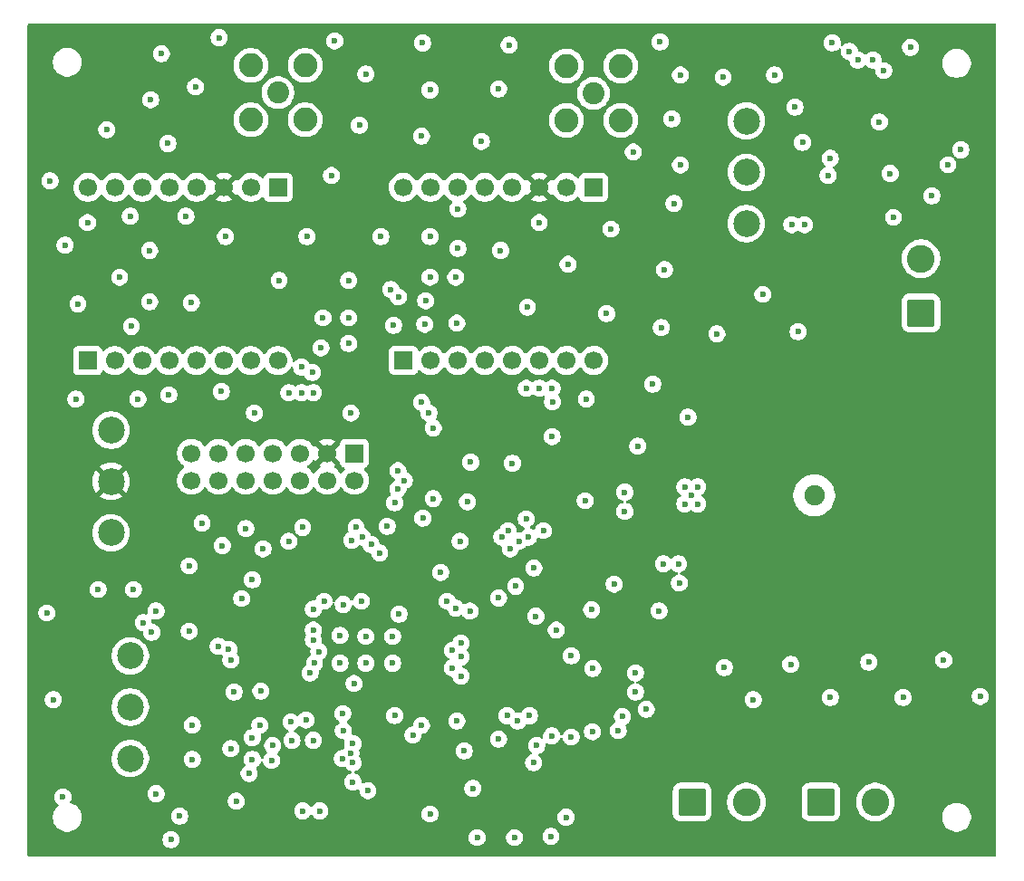
<source format=gbr>
%TF.GenerationSoftware,KiCad,Pcbnew,9.0.6*%
%TF.CreationDate,2026-02-10T23:26:08+00:00*%
%TF.ProjectId,avionics_dev_board,6176696f-6e69-4637-935f-6465765f626f,rev?*%
%TF.SameCoordinates,Original*%
%TF.FileFunction,Copper,L3,Inr*%
%TF.FilePolarity,Positive*%
%FSLAX46Y46*%
G04 Gerber Fmt 4.6, Leading zero omitted, Abs format (unit mm)*
G04 Created by KiCad (PCBNEW 9.0.6) date 2026-02-10 23:26:08*
%MOMM*%
%LPD*%
G01*
G04 APERTURE LIST*
G04 Aperture macros list*
%AMRoundRect*
0 Rectangle with rounded corners*
0 $1 Rounding radius*
0 $2 $3 $4 $5 $6 $7 $8 $9 X,Y pos of 4 corners*
0 Add a 4 corners polygon primitive as box body*
4,1,4,$2,$3,$4,$5,$6,$7,$8,$9,$2,$3,0*
0 Add four circle primitives for the rounded corners*
1,1,$1+$1,$2,$3*
1,1,$1+$1,$4,$5*
1,1,$1+$1,$6,$7*
1,1,$1+$1,$8,$9*
0 Add four rect primitives between the rounded corners*
20,1,$1+$1,$2,$3,$4,$5,0*
20,1,$1+$1,$4,$5,$6,$7,0*
20,1,$1+$1,$6,$7,$8,$9,0*
20,1,$1+$1,$8,$9,$2,$3,0*%
G04 Aperture macros list end*
%TA.AperFunction,ComponentPad*%
%ADD10C,2.600000*%
%TD*%
%TA.AperFunction,ComponentPad*%
%ADD11RoundRect,0.250000X-1.050000X-1.050000X1.050000X-1.050000X1.050000X1.050000X-1.050000X1.050000X0*%
%TD*%
%TA.AperFunction,ComponentPad*%
%ADD12C,2.500000*%
%TD*%
%TA.AperFunction,ComponentPad*%
%ADD13RoundRect,0.250000X1.050000X-1.050000X1.050000X1.050000X-1.050000X1.050000X-1.050000X-1.050000X0*%
%TD*%
%TA.AperFunction,ComponentPad*%
%ADD14C,2.050000*%
%TD*%
%TA.AperFunction,ComponentPad*%
%ADD15C,2.250000*%
%TD*%
%TA.AperFunction,ComponentPad*%
%ADD16R,1.700000X1.700000*%
%TD*%
%TA.AperFunction,ComponentPad*%
%ADD17C,1.700000*%
%TD*%
%TA.AperFunction,ComponentPad*%
%ADD18C,1.905000*%
%TD*%
%TA.AperFunction,ViaPad*%
%ADD19C,0.600000*%
%TD*%
G04 APERTURE END LIST*
D10*
%TO.N,/PARA_PWR*%
%TO.C,J9-NICH*%
X188758168Y-99675000D03*
D11*
%TO.N,/PARA_GND*%
X183678168Y-99675000D03*
%TD*%
D12*
%TO.N,Net-(PWR_SW1-A)*%
%TO.C,PWR_SW*%
X188750000Y-35987500D03*
%TO.N,Net-(J1-MBAT1-Pin_2)*%
X188750000Y-40787500D03*
%TO.N,unconnected-(PWR_SW1-C-Pad3)*%
X188750000Y-45587500D03*
%TD*%
D10*
%TO.N,Net-(J1-MBAT1-Pin_2)*%
%TO.C,J1-MBAT*%
X205072500Y-48865000D03*
D13*
%TO.N,GND*%
X205072500Y-53945000D03*
%TD*%
D14*
%TO.N,/L80_ANT*%
%TO.C,ANT_24*%
X145000000Y-33340000D03*
D15*
%TO.N,GND*%
X142460000Y-30800000D03*
X142460000Y-35880000D03*
X147540000Y-30800000D03*
X147540000Y-35880000D03*
%TD*%
D16*
%TO.N,/L62_ANT*%
%TO.C,L62-1*%
X174480000Y-42200000D03*
D17*
%TO.N,GND*%
X171940000Y-42200000D03*
%TO.N,+3V3*%
X169400000Y-42200000D03*
%TO.N,/L62_RXSW*%
X166860000Y-42200000D03*
%TO.N,/L62_TXSW*%
X164320000Y-42200000D03*
%TO.N,/L62_BUSY*%
X161780000Y-42200000D03*
%TO.N,/L62_DIO1*%
X159240000Y-42200000D03*
%TO.N,/L62_DIO2*%
X156700000Y-42200000D03*
%TD*%
D16*
%TO.N,unconnected-(L80-2-Pin_1-Pad1)*%
%TO.C,L80-2*%
X127210000Y-58400000D03*
D17*
%TO.N,unconnected-(L80-2-Pin_2-Pad2)*%
X129750000Y-58400000D03*
%TO.N,unconnected-(L80-2-Pin_3-Pad3)*%
X132290000Y-58400000D03*
%TO.N,/L80_RST*%
X134830000Y-58400000D03*
%TO.N,/SPI3_SCK*%
X137370000Y-58400000D03*
%TO.N,/SPI3_MISO*%
X139910000Y-58400000D03*
%TO.N,/SPI3_MOSI*%
X142450000Y-58400000D03*
%TO.N,/L80_CS*%
X144990000Y-58400000D03*
%TD*%
D14*
%TO.N,/L62_ANT*%
%TO.C,ANT_868*%
X174480000Y-33400000D03*
D15*
%TO.N,GND*%
X171940000Y-30860000D03*
X171940000Y-35940000D03*
X177020000Y-30860000D03*
X177020000Y-35940000D03*
%TD*%
D16*
%TO.N,/L80_ANT*%
%TO.C,L80-1*%
X145020000Y-42200000D03*
D17*
%TO.N,GND*%
X142480000Y-42200000D03*
%TO.N,+3V3*%
X139940000Y-42200000D03*
%TO.N,unconnected-(L80-1-Pin_4-Pad4)*%
X137400000Y-42200000D03*
%TO.N,unconnected-(L80-1-Pin_5-Pad5)*%
X134860000Y-42200000D03*
%TO.N,/L80_BUSY*%
X132320000Y-42200000D03*
%TO.N,/L80_DIO1*%
X129780000Y-42200000D03*
%TO.N,/L80_DIO2*%
X127240000Y-42200000D03*
%TD*%
D12*
%TO.N,unconnected-(PARA_ARM1-A-Pad1)*%
%TO.C,PARA_ARM*%
X131200000Y-95605000D03*
%TO.N,/PARA_DEPLOY*%
X131200000Y-90805000D03*
%TO.N,Net-(PARA_ARM1-C)*%
X131200000Y-86005000D03*
%TD*%
D18*
%TO.N,Net-(AE1-A)*%
%TO.C,AE1*%
X195100000Y-71000000D03*
%TD*%
D12*
%TO.N,unconnected-(BOOT_SW1-A-Pad1)*%
%TO.C,BOOT_SW*%
X129400000Y-64900000D03*
%TO.N,+3V3*%
X129400000Y-69700000D03*
%TO.N,/BOOT0*%
X129400000Y-74500000D03*
%TD*%
D16*
%TO.N,unconnected-(L62-2-Pin_1-Pad1)*%
%TO.C,L62-2*%
X156725000Y-58375000D03*
D17*
%TO.N,unconnected-(L62-2-Pin_2-Pad2)*%
X159265000Y-58375000D03*
%TO.N,unconnected-(L62-2-Pin_3-Pad3)*%
X161805000Y-58375000D03*
%TO.N,/L62_RST*%
X164345000Y-58375000D03*
%TO.N,/SPI3_SCK*%
X166885000Y-58375000D03*
%TO.N,/SPI3_MISO*%
X169425000Y-58375000D03*
%TO.N,/SPI3_MOSI*%
X171965000Y-58375000D03*
%TO.N,/L62_CS*%
X174505000Y-58375000D03*
%TD*%
D16*
%TO.N,unconnected-(SWD_INT1-Pin_1-Pad1)*%
%TO.C,SWD_INT*%
X152140000Y-67060000D03*
D17*
%TO.N,unconnected-(SWD_INT1-Pin_2-Pad2)*%
X152140000Y-69600000D03*
%TO.N,+3V3*%
X149600000Y-67060000D03*
%TO.N,/SWDIO*%
X149600000Y-69600000D03*
%TO.N,GND*%
X147060000Y-67060000D03*
%TO.N,/SWCLK*%
X147060000Y-69600000D03*
%TO.N,GND*%
X144520000Y-67060000D03*
%TO.N,/SWO*%
X144520000Y-69600000D03*
%TO.N,unconnected-(SWD_INT1-Pin_9-Pad9)*%
X141980000Y-67060000D03*
%TO.N,unconnected-(SWD_INT1-Pin_10-Pad10)*%
X141980000Y-69600000D03*
%TO.N,GND*%
X139440000Y-67060000D03*
%TO.N,/NRST*%
X139440000Y-69600000D03*
%TO.N,/VCP_RX*%
X136900000Y-67060000D03*
%TO.N,/VCP_TX*%
X136900000Y-69600000D03*
%TD*%
D11*
%TO.N,/PARA_PWR*%
%TO.C,J10-PBAT*%
X195720000Y-99672500D03*
D10*
%TO.N,GND*%
X200800000Y-99672500D03*
%TD*%
D19*
%TO.N,GND*%
X141100000Y-99600000D03*
X135800000Y-101000000D03*
X133600000Y-98900000D03*
X210600000Y-89800000D03*
X207200000Y-86400000D03*
X203400000Y-89900000D03*
X200200000Y-86600000D03*
X196600000Y-89900000D03*
X192900000Y-86800000D03*
X189400000Y-90100000D03*
X186700000Y-87100000D03*
X170500000Y-102900000D03*
X167100000Y-103000000D03*
X163600000Y-103000000D03*
X162400000Y-94900000D03*
X165600000Y-93800000D03*
X174378168Y-93100000D03*
X172378168Y-93600000D03*
X168878168Y-96000000D03*
X169178168Y-94400000D03*
X171900000Y-101100000D03*
X177178168Y-91695000D03*
X170578168Y-93500000D03*
X176778168Y-93000000D03*
%TO.N,/L62_TXSW*%
X155550000Y-51750000D03*
%TO.N,/L62_RXSW*%
X156250000Y-52450000D03*
%TO.N,/L62_CS*%
X170640000Y-62240000D03*
%TO.N,Net-(PARA_ARM1-C)*%
X135000000Y-103200000D03*
%TO.N,GND*%
X166700000Y-76000000D03*
%TO.N,/I2C2_SCL*%
X169800000Y-74299000D03*
%TO.N,/CS_W25Q*%
X162100000Y-84800000D03*
%TO.N,/SPI2_MISO*%
X162100000Y-86100000D03*
%TO.N,/RST_W25Q*%
X162100000Y-87900000D03*
%TO.N,/SPI2_SCK*%
X161300000Y-87150000D03*
%TO.N,/SPI2_MOSI*%
X161300000Y-85500000D03*
%TO.N,GND*%
X159200000Y-100800000D03*
%TO.N,+3V3*%
X159200000Y-99200000D03*
%TO.N,/SPI1_SCK*%
X144400000Y-95800000D03*
%TO.N,/LSM6_INT1*%
X143300000Y-92500000D03*
%TO.N,/SPI1_MISO*%
X142600000Y-93662500D03*
%TO.N,GND*%
X190300000Y-52200000D03*
X181100000Y-49900000D03*
X193600000Y-55700000D03*
X204100000Y-29100000D03*
X153200000Y-31600000D03*
X139500000Y-28200000D03*
X123400000Y-82000000D03*
X124000000Y-90100000D03*
X124900000Y-99200000D03*
X196787500Y-28687500D03*
X200587500Y-30287500D03*
%TO.N,+3V3*%
X203587500Y-34687500D03*
%TO.N,GND*%
X196587500Y-39487500D03*
X208787500Y-38687500D03*
X198387500Y-29487500D03*
X186587500Y-31887500D03*
X199187500Y-30287500D03*
X196387500Y-41087500D03*
X201187500Y-36087500D03*
X207587500Y-40087500D03*
X201587500Y-31287500D03*
X192987500Y-45687500D03*
X194187500Y-45687500D03*
%TO.N,+3V3*%
X205787500Y-32887500D03*
X204587500Y-35487500D03*
X203387500Y-32287500D03*
X204787500Y-32287500D03*
X209387500Y-34687500D03*
X202187500Y-32287500D03*
X208387500Y-33887500D03*
X206587500Y-33687500D03*
X209387500Y-36087500D03*
%TO.N,GND*%
X202500000Y-45000000D03*
X194000000Y-38000000D03*
X193300000Y-34700000D03*
X202200000Y-40900000D03*
X206087500Y-42987500D03*
X191387500Y-31687500D03*
X182600000Y-31700000D03*
X136700000Y-77600000D03*
X140900000Y-89400000D03*
X163200000Y-98400000D03*
X162000000Y-75300000D03*
X173700000Y-71500000D03*
X170600000Y-65500000D03*
X173800000Y-62000000D03*
X151800000Y-63300000D03*
X142800000Y-63300000D03*
X139700000Y-61300000D03*
X180600000Y-81800000D03*
X174300000Y-81700000D03*
X176400000Y-79300000D03*
X182500000Y-79200000D03*
X178600000Y-66400000D03*
X183300000Y-63700000D03*
X180000000Y-60600000D03*
X186000000Y-55900000D03*
X180800000Y-55300000D03*
X180700000Y-28600000D03*
X181800000Y-35800000D03*
X182000000Y-43700000D03*
X178200000Y-38900000D03*
X182600000Y-40100000D03*
X176100000Y-46100000D03*
X175700000Y-54000000D03*
X172100000Y-49400000D03*
X168300000Y-53400000D03*
X165800000Y-48100000D03*
X169400000Y-45500000D03*
X158500000Y-28700000D03*
X165600000Y-33000000D03*
X164000000Y-37900000D03*
X166600000Y-28900000D03*
X159200000Y-33100000D03*
X158400000Y-37400000D03*
X152600000Y-36400000D03*
X150300000Y-28500000D03*
X150000000Y-41100000D03*
X133100000Y-34000000D03*
X137300000Y-32800000D03*
X134700000Y-38100000D03*
X134100000Y-29700000D03*
X129000000Y-36800000D03*
X123700000Y-41600000D03*
X155700000Y-86700000D03*
X153200000Y-86700000D03*
X150800000Y-86700000D03*
X150800000Y-84100000D03*
X153200000Y-84200000D03*
X155700000Y-84200000D03*
X149000000Y-57200000D03*
X161700000Y-54900000D03*
X161600000Y-50600000D03*
X158700000Y-55000000D03*
X155800000Y-55100000D03*
X158800000Y-52800000D03*
X128200000Y-79800000D03*
X131500000Y-79800000D03*
X126100000Y-62000000D03*
X131900000Y-62000000D03*
X125100000Y-47600000D03*
X127200000Y-45500000D03*
X133000000Y-52900000D03*
X130200000Y-50600000D03*
X131300000Y-55200000D03*
X136900000Y-53000000D03*
X126300000Y-53100000D03*
X133000000Y-48100000D03*
X145100000Y-50900000D03*
X140100000Y-46800000D03*
X151600000Y-50900000D03*
X147700000Y-46800000D03*
X154600000Y-46800000D03*
%TO.N,Net-(AE1-A)*%
X183600000Y-71000000D03*
%TO.N,GND*%
X152000000Y-96000000D03*
X178400000Y-89400000D03*
X177400000Y-70700000D03*
X147300000Y-74000000D03*
X148000000Y-87600000D03*
X162700000Y-71600000D03*
X142600000Y-78900000D03*
X140400000Y-85400000D03*
X148900000Y-100502500D03*
X183000000Y-70200000D03*
X146000000Y-75300000D03*
X170600000Y-61000000D03*
X167400000Y-92105000D03*
X152000000Y-97800000D03*
X177400000Y-72500000D03*
X147300000Y-100502500D03*
X148300000Y-61400000D03*
X166400000Y-91605000D03*
X165600000Y-80600000D03*
X153400000Y-98600000D03*
X183000000Y-71800000D03*
X137900000Y-73600000D03*
X157600000Y-93400000D03*
X168500000Y-91605000D03*
X139800000Y-75700000D03*
X184200000Y-71800000D03*
X179400000Y-91000000D03*
X140587500Y-94687500D03*
X160200000Y-78200000D03*
X169100000Y-82300000D03*
X141600000Y-80649998D03*
X151800000Y-95100000D03*
X152300000Y-74000000D03*
X168200000Y-61000000D03*
X136987500Y-92487500D03*
X136987500Y-95687500D03*
X163000000Y-67900000D03*
X158400000Y-92500000D03*
X181000000Y-77400000D03*
X156200000Y-68700000D03*
X184200000Y-70200000D03*
X178400000Y-87600000D03*
X168400000Y-74900000D03*
X156200000Y-70400000D03*
X146000000Y-61400000D03*
X161700000Y-92100000D03*
X151900000Y-75200000D03*
X139399000Y-85100000D03*
X182400000Y-77400000D03*
X174400000Y-87200000D03*
X172400000Y-86005000D03*
X140600000Y-86400000D03*
X168900000Y-77800000D03*
X152000000Y-94200000D03*
X143400000Y-89300000D03*
X166900000Y-68000000D03*
X165900000Y-74900000D03*
X143600000Y-76000000D03*
X155900000Y-91600000D03*
X148200000Y-59500000D03*
%TO.N,+3V3*%
X146500000Y-79400000D03*
X169100000Y-70400000D03*
X150500000Y-100502500D03*
X158400000Y-91000000D03*
X164200000Y-82400000D03*
X170450000Y-79950000D03*
X136987500Y-97087500D03*
X164100000Y-72900000D03*
X172400000Y-87205000D03*
X136987500Y-94087500D03*
X160700000Y-88900000D03*
X182400000Y-89400000D03*
X158800000Y-78200000D03*
X159200000Y-97600000D03*
X165200000Y-77800000D03*
X181400000Y-91000000D03*
X144900000Y-75900000D03*
X145700000Y-100502500D03*
X165300000Y-82700000D03*
X182400000Y-87600000D03*
X145300000Y-90600000D03*
%TO.N,/NRST*%
X136700000Y-83700000D03*
X148300000Y-83600000D03*
%TO.N,/BOOT0*%
X142000000Y-74100000D03*
%TO.N,/CS_ADXL*%
X147600000Y-92000000D03*
X151000000Y-95600000D03*
%TO.N,/SPI1_MOSI*%
X148300000Y-93900000D03*
X146300000Y-93900000D03*
X144500000Y-94400000D03*
%TO.N,/INT2_ADXL*%
X151100000Y-93000000D03*
X152100000Y-88600000D03*
%TO.N,/L62_BUSY*%
X159100000Y-63300000D03*
X161800000Y-44200000D03*
X161800000Y-47900000D03*
X158524265Y-73124265D03*
%TO.N,/L62_DIO1*%
X152800000Y-80900000D03*
X159200000Y-50600000D03*
X159200000Y-46800000D03*
X158400000Y-62300000D03*
%TO.N,/L62_RST*%
X168200000Y-73200000D03*
X149300000Y-80900000D03*
%TO.N,/SPI3_MISO*%
X169425000Y-60975000D03*
X155200000Y-73900000D03*
X153700000Y-75600000D03*
%TO.N,/SPI3_SCK*%
X156800000Y-69600000D03*
X154500000Y-76400000D03*
%TO.N,/SPI3_MOSI*%
X152900000Y-74900000D03*
X155900000Y-71700000D03*
%TO.N,/L80_DIO1*%
X149200000Y-54400000D03*
X151100000Y-81200000D03*
%TO.N,/L80_BUSY*%
X159500000Y-71300000D03*
X159500000Y-64700000D03*
X151600000Y-54400000D03*
X151600000Y-56800000D03*
%TO.N,/L80_CS*%
X147200000Y-61400000D03*
X147200000Y-59000000D03*
%TO.N,/L80_RST*%
X133600000Y-81800000D03*
X148300000Y-81650000D03*
X134800000Y-61600000D03*
%TO.N,/I2C2_SDA*%
X167500000Y-75300000D03*
X166500000Y-74300000D03*
%TO.N,/PARA_DEPLOY*%
X148400000Y-86700000D03*
%TO.N,/INT_MMC*%
X160800000Y-80900000D03*
X156300000Y-82100000D03*
%TO.N,/LSM6_INT2*%
X151050000Y-91400000D03*
X142300000Y-97000000D03*
%TO.N,/CS_LSM6*%
X146200000Y-92200000D03*
X142600000Y-95700000D03*
%TO.N,/INT_BMP*%
X162925735Y-81825735D03*
X167200000Y-79500000D03*
%TO.N,/RST_MAX*%
X171000000Y-83600000D03*
X161600000Y-81550000D03*
%TO.N,/L62_DIO2*%
X132400000Y-82900000D03*
X131200000Y-44900000D03*
X136400000Y-44900000D03*
X148300000Y-84500000D03*
%TO.N,/L80_DIO2*%
X133200000Y-83800000D03*
X148800000Y-85600000D03*
%TD*%
%TA.AperFunction,Conductor*%
%TO.N,+3V3*%
G36*
X149134075Y-67252993D02*
G01*
X149199901Y-67367007D01*
X149292993Y-67460099D01*
X149407007Y-67525925D01*
X149470590Y-67542962D01*
X148838282Y-68175269D01*
X148838282Y-68175270D01*
X148892452Y-68214626D01*
X148892451Y-68214626D01*
X148901495Y-68219234D01*
X148952292Y-68267208D01*
X148969087Y-68335029D01*
X148946550Y-68401164D01*
X148901499Y-68440202D01*
X148892182Y-68444949D01*
X148720213Y-68569890D01*
X148569890Y-68720213D01*
X148444949Y-68892182D01*
X148440484Y-68900946D01*
X148392509Y-68951742D01*
X148324688Y-68968536D01*
X148258553Y-68945998D01*
X148219516Y-68900946D01*
X148215050Y-68892182D01*
X148090109Y-68720213D01*
X147939786Y-68569890D01*
X147767820Y-68444951D01*
X147767115Y-68444591D01*
X147759054Y-68440485D01*
X147708259Y-68392512D01*
X147691463Y-68324692D01*
X147713999Y-68258556D01*
X147759054Y-68219515D01*
X147767816Y-68215051D01*
X147854138Y-68152335D01*
X147939786Y-68090109D01*
X147939788Y-68090106D01*
X147939792Y-68090104D01*
X148090104Y-67939792D01*
X148090106Y-67939788D01*
X148090109Y-67939786D01*
X148157515Y-67847007D01*
X148215051Y-67767816D01*
X148219793Y-67758508D01*
X148267763Y-67707711D01*
X148335583Y-67690911D01*
X148401719Y-67713445D01*
X148440763Y-67758500D01*
X148445373Y-67767547D01*
X148484728Y-67821716D01*
X149117037Y-67189408D01*
X149134075Y-67252993D01*
G37*
%TD.AperFunction*%
%TA.AperFunction,Conductor*%
G36*
X150753181Y-67859628D02*
G01*
X150786666Y-67920951D01*
X150789500Y-67947300D01*
X150789500Y-67957865D01*
X150789501Y-67957876D01*
X150795908Y-68017483D01*
X150846202Y-68152328D01*
X150846206Y-68152335D01*
X150932452Y-68267544D01*
X150932455Y-68267547D01*
X151047664Y-68353793D01*
X151047671Y-68353797D01*
X151179082Y-68402810D01*
X151235016Y-68444681D01*
X151259433Y-68510145D01*
X151244582Y-68578418D01*
X151223431Y-68606673D01*
X151109889Y-68720215D01*
X150984949Y-68892182D01*
X150980484Y-68900946D01*
X150932509Y-68951742D01*
X150864688Y-68968536D01*
X150798553Y-68945998D01*
X150759516Y-68900946D01*
X150755050Y-68892182D01*
X150630109Y-68720213D01*
X150479786Y-68569890D01*
X150307817Y-68444949D01*
X150298504Y-68440204D01*
X150247707Y-68392230D01*
X150230912Y-68324409D01*
X150253449Y-68258274D01*
X150298507Y-68219232D01*
X150307555Y-68214622D01*
X150361716Y-68175270D01*
X150361717Y-68175270D01*
X149729408Y-67542962D01*
X149792993Y-67525925D01*
X149907007Y-67460099D01*
X150000099Y-67367007D01*
X150065925Y-67252993D01*
X150082962Y-67189409D01*
X150753181Y-67859628D01*
G37*
%TD.AperFunction*%
%TA.AperFunction,Conductor*%
G36*
X212042539Y-26920185D02*
G01*
X212088294Y-26972989D01*
X212099500Y-27024500D01*
X212099500Y-104675500D01*
X212079815Y-104742539D01*
X212027011Y-104788294D01*
X211975500Y-104799500D01*
X121724500Y-104799500D01*
X121657461Y-104779815D01*
X121611706Y-104727011D01*
X121600500Y-104675500D01*
X121600500Y-103121153D01*
X134199500Y-103121153D01*
X134199500Y-103278846D01*
X134230261Y-103433489D01*
X134230264Y-103433501D01*
X134290602Y-103579172D01*
X134290609Y-103579185D01*
X134378210Y-103710288D01*
X134378213Y-103710292D01*
X134489707Y-103821786D01*
X134489711Y-103821789D01*
X134620814Y-103909390D01*
X134620827Y-103909397D01*
X134766498Y-103969735D01*
X134766503Y-103969737D01*
X134921153Y-104000499D01*
X134921156Y-104000500D01*
X134921158Y-104000500D01*
X135078844Y-104000500D01*
X135078845Y-104000499D01*
X135233497Y-103969737D01*
X135379179Y-103909394D01*
X135510289Y-103821789D01*
X135621789Y-103710289D01*
X135709394Y-103579179D01*
X135769737Y-103433497D01*
X135800500Y-103278842D01*
X135800500Y-103121158D01*
X135800500Y-103121155D01*
X135800499Y-103121153D01*
X135769737Y-102966503D01*
X135750955Y-102921158D01*
X135750953Y-102921153D01*
X162799500Y-102921153D01*
X162799500Y-103078846D01*
X162830261Y-103233489D01*
X162830264Y-103233501D01*
X162890602Y-103379172D01*
X162890609Y-103379185D01*
X162978210Y-103510288D01*
X162978213Y-103510292D01*
X163089707Y-103621786D01*
X163089711Y-103621789D01*
X163220814Y-103709390D01*
X163220827Y-103709397D01*
X163366498Y-103769735D01*
X163366503Y-103769737D01*
X163521153Y-103800499D01*
X163521156Y-103800500D01*
X163521158Y-103800500D01*
X163678844Y-103800500D01*
X163678845Y-103800499D01*
X163833497Y-103769737D01*
X163979179Y-103709394D01*
X164110289Y-103621789D01*
X164221789Y-103510289D01*
X164309394Y-103379179D01*
X164369737Y-103233497D01*
X164400500Y-103078842D01*
X164400500Y-102921158D01*
X164400500Y-102921155D01*
X164400499Y-102921153D01*
X166299500Y-102921153D01*
X166299500Y-103078846D01*
X166330261Y-103233489D01*
X166330264Y-103233501D01*
X166390602Y-103379172D01*
X166390609Y-103379185D01*
X166478210Y-103510288D01*
X166478213Y-103510292D01*
X166589707Y-103621786D01*
X166589711Y-103621789D01*
X166720814Y-103709390D01*
X166720827Y-103709397D01*
X166866498Y-103769735D01*
X166866503Y-103769737D01*
X167021153Y-103800499D01*
X167021156Y-103800500D01*
X167021158Y-103800500D01*
X167178844Y-103800500D01*
X167178845Y-103800499D01*
X167333497Y-103769737D01*
X167479179Y-103709394D01*
X167610289Y-103621789D01*
X167721789Y-103510289D01*
X167809394Y-103379179D01*
X167869737Y-103233497D01*
X167900500Y-103078842D01*
X167900500Y-102921158D01*
X167900500Y-102921155D01*
X167884209Y-102839258D01*
X167884209Y-102839257D01*
X167880608Y-102821153D01*
X169699500Y-102821153D01*
X169699500Y-102978846D01*
X169730261Y-103133489D01*
X169730264Y-103133501D01*
X169790602Y-103279172D01*
X169790609Y-103279185D01*
X169878210Y-103410288D01*
X169878213Y-103410292D01*
X169989707Y-103521786D01*
X169989711Y-103521789D01*
X170120814Y-103609390D01*
X170120827Y-103609397D01*
X170266498Y-103669735D01*
X170266503Y-103669737D01*
X170421153Y-103700499D01*
X170421156Y-103700500D01*
X170421158Y-103700500D01*
X170578844Y-103700500D01*
X170578845Y-103700499D01*
X170733497Y-103669737D01*
X170879179Y-103609394D01*
X171010289Y-103521789D01*
X171121789Y-103410289D01*
X171209394Y-103279179D01*
X171269737Y-103133497D01*
X171300500Y-102978842D01*
X171300500Y-102821158D01*
X171300500Y-102821155D01*
X171300499Y-102821153D01*
X171274353Y-102689711D01*
X171269737Y-102666503D01*
X171250812Y-102620814D01*
X171209397Y-102520827D01*
X171209390Y-102520814D01*
X171121789Y-102389711D01*
X171121786Y-102389707D01*
X171010292Y-102278213D01*
X171010288Y-102278210D01*
X170879185Y-102190609D01*
X170879172Y-102190602D01*
X170733501Y-102130264D01*
X170733489Y-102130261D01*
X170578845Y-102099500D01*
X170578842Y-102099500D01*
X170421158Y-102099500D01*
X170421155Y-102099500D01*
X170266510Y-102130261D01*
X170266498Y-102130264D01*
X170120827Y-102190602D01*
X170120814Y-102190609D01*
X169989711Y-102278210D01*
X169989707Y-102278213D01*
X169878213Y-102389707D01*
X169878210Y-102389711D01*
X169790609Y-102520814D01*
X169790602Y-102520827D01*
X169730264Y-102666498D01*
X169730261Y-102666510D01*
X169699500Y-102821153D01*
X167880608Y-102821153D01*
X167869738Y-102766510D01*
X167869737Y-102766503D01*
X167837929Y-102689711D01*
X167809397Y-102620827D01*
X167809390Y-102620814D01*
X167721789Y-102489711D01*
X167721786Y-102489707D01*
X167610292Y-102378213D01*
X167610288Y-102378210D01*
X167479185Y-102290609D01*
X167479172Y-102290602D01*
X167333501Y-102230264D01*
X167333489Y-102230261D01*
X167178845Y-102199500D01*
X167178842Y-102199500D01*
X167021158Y-102199500D01*
X167021155Y-102199500D01*
X166866510Y-102230261D01*
X166866498Y-102230264D01*
X166720827Y-102290602D01*
X166720814Y-102290609D01*
X166589711Y-102378210D01*
X166589707Y-102378213D01*
X166478213Y-102489707D01*
X166478210Y-102489711D01*
X166390609Y-102620814D01*
X166390602Y-102620827D01*
X166330264Y-102766498D01*
X166330261Y-102766510D01*
X166299500Y-102921153D01*
X164400499Y-102921153D01*
X164384209Y-102839257D01*
X164369737Y-102766503D01*
X164337929Y-102689711D01*
X164309397Y-102620827D01*
X164309390Y-102620814D01*
X164221789Y-102489711D01*
X164221786Y-102489707D01*
X164110292Y-102378213D01*
X164110288Y-102378210D01*
X163979185Y-102290609D01*
X163979172Y-102290602D01*
X163833501Y-102230264D01*
X163833489Y-102230261D01*
X163678845Y-102199500D01*
X163678842Y-102199500D01*
X163521158Y-102199500D01*
X163521155Y-102199500D01*
X163366510Y-102230261D01*
X163366498Y-102230264D01*
X163220827Y-102290602D01*
X163220814Y-102290609D01*
X163089711Y-102378210D01*
X163089707Y-102378213D01*
X162978213Y-102489707D01*
X162978210Y-102489711D01*
X162890609Y-102620814D01*
X162890602Y-102620827D01*
X162830264Y-102766498D01*
X162830261Y-102766510D01*
X162799500Y-102921153D01*
X135750953Y-102921153D01*
X135709397Y-102820827D01*
X135709390Y-102820814D01*
X135621789Y-102689711D01*
X135621786Y-102689707D01*
X135510292Y-102578213D01*
X135510288Y-102578210D01*
X135379185Y-102490609D01*
X135379172Y-102490602D01*
X135233501Y-102430264D01*
X135233489Y-102430261D01*
X135078845Y-102399500D01*
X135078842Y-102399500D01*
X134921158Y-102399500D01*
X134921155Y-102399500D01*
X134766510Y-102430261D01*
X134766498Y-102430264D01*
X134620827Y-102490602D01*
X134620814Y-102490609D01*
X134489711Y-102578210D01*
X134489707Y-102578213D01*
X134378213Y-102689707D01*
X134378210Y-102689711D01*
X134290609Y-102820814D01*
X134290602Y-102820827D01*
X134230264Y-102966498D01*
X134230261Y-102966510D01*
X134199500Y-103121153D01*
X121600500Y-103121153D01*
X121600500Y-100993713D01*
X123949500Y-100993713D01*
X123949500Y-101206287D01*
X123950388Y-101211894D01*
X123981735Y-101409814D01*
X123982754Y-101416243D01*
X124045803Y-101610288D01*
X124048444Y-101618414D01*
X124144951Y-101807820D01*
X124269890Y-101979786D01*
X124420213Y-102130109D01*
X124592179Y-102255048D01*
X124592181Y-102255049D01*
X124592184Y-102255051D01*
X124781588Y-102351557D01*
X124983757Y-102417246D01*
X125193713Y-102450500D01*
X125193714Y-102450500D01*
X125406286Y-102450500D01*
X125406287Y-102450500D01*
X125616243Y-102417246D01*
X125818412Y-102351557D01*
X126007816Y-102255051D01*
X126084276Y-102199500D01*
X126179786Y-102130109D01*
X126179788Y-102130106D01*
X126179792Y-102130104D01*
X126330104Y-101979792D01*
X126330106Y-101979788D01*
X126330109Y-101979786D01*
X126453902Y-101809397D01*
X126455051Y-101807816D01*
X126551557Y-101618412D01*
X126617246Y-101416243D01*
X126650500Y-101206287D01*
X126650500Y-100993713D01*
X126650500Y-100993712D01*
X126641116Y-100934463D01*
X126639008Y-100921153D01*
X134999500Y-100921153D01*
X134999500Y-101078846D01*
X135030261Y-101233489D01*
X135030264Y-101233501D01*
X135090602Y-101379172D01*
X135090609Y-101379185D01*
X135178210Y-101510288D01*
X135178213Y-101510292D01*
X135289707Y-101621786D01*
X135289711Y-101621789D01*
X135420814Y-101709390D01*
X135420827Y-101709397D01*
X135566498Y-101769735D01*
X135566503Y-101769737D01*
X135721153Y-101800499D01*
X135721156Y-101800500D01*
X135721158Y-101800500D01*
X135878844Y-101800500D01*
X135878845Y-101800499D01*
X136033497Y-101769737D01*
X136179179Y-101709394D01*
X136310289Y-101621789D01*
X136421789Y-101510289D01*
X136509394Y-101379179D01*
X136569737Y-101233497D01*
X136600500Y-101078842D01*
X136600500Y-100921158D01*
X136600500Y-100921155D01*
X136600499Y-100921153D01*
X136592646Y-100881672D01*
X136569737Y-100766503D01*
X136550955Y-100721158D01*
X136509397Y-100620827D01*
X136509390Y-100620814D01*
X136421789Y-100489711D01*
X136421786Y-100489707D01*
X136355732Y-100423653D01*
X146499500Y-100423653D01*
X146499500Y-100581346D01*
X146530261Y-100735989D01*
X146530264Y-100736001D01*
X146590602Y-100881672D01*
X146590609Y-100881685D01*
X146678210Y-101012788D01*
X146678213Y-101012792D01*
X146789707Y-101124286D01*
X146789711Y-101124289D01*
X146920814Y-101211890D01*
X146920827Y-101211897D01*
X147066498Y-101272235D01*
X147066503Y-101272237D01*
X147172293Y-101293280D01*
X147221153Y-101302999D01*
X147221156Y-101303000D01*
X147221158Y-101303000D01*
X147378844Y-101303000D01*
X147378845Y-101302999D01*
X147533497Y-101272237D01*
X147679179Y-101211894D01*
X147810289Y-101124289D01*
X147921789Y-101012789D01*
X147996898Y-100900381D01*
X148050510Y-100855576D01*
X148119835Y-100846869D01*
X148182863Y-100877023D01*
X148203102Y-100900381D01*
X148278210Y-101012788D01*
X148278213Y-101012792D01*
X148389707Y-101124286D01*
X148389711Y-101124289D01*
X148520814Y-101211890D01*
X148520827Y-101211897D01*
X148666498Y-101272235D01*
X148666503Y-101272237D01*
X148772293Y-101293280D01*
X148821153Y-101302999D01*
X148821156Y-101303000D01*
X148821158Y-101303000D01*
X148978844Y-101303000D01*
X148978845Y-101302999D01*
X149133497Y-101272237D01*
X149279179Y-101211894D01*
X149410289Y-101124289D01*
X149521789Y-101012789D01*
X149609394Y-100881679D01*
X149610568Y-100878846D01*
X149653581Y-100775001D01*
X149669737Y-100735997D01*
X149672690Y-100721153D01*
X158399500Y-100721153D01*
X158399500Y-100878846D01*
X158430261Y-101033489D01*
X158430264Y-101033501D01*
X158490602Y-101179172D01*
X158490609Y-101179185D01*
X158578210Y-101310288D01*
X158578213Y-101310292D01*
X158689707Y-101421786D01*
X158689711Y-101421789D01*
X158820814Y-101509390D01*
X158820827Y-101509397D01*
X158966498Y-101569735D01*
X158966503Y-101569737D01*
X159121153Y-101600499D01*
X159121156Y-101600500D01*
X159121158Y-101600500D01*
X159278844Y-101600500D01*
X159278845Y-101600499D01*
X159433497Y-101569737D01*
X159579179Y-101509394D01*
X159710289Y-101421789D01*
X159821789Y-101310289D01*
X159909394Y-101179179D01*
X159912048Y-101172773D01*
X159950954Y-101078844D01*
X159969737Y-101033497D01*
X159972192Y-101021153D01*
X171099500Y-101021153D01*
X171099500Y-101178846D01*
X171130261Y-101333489D01*
X171130264Y-101333501D01*
X171190602Y-101479172D01*
X171190609Y-101479185D01*
X171278210Y-101610288D01*
X171278213Y-101610292D01*
X171389707Y-101721786D01*
X171389711Y-101721789D01*
X171520814Y-101809390D01*
X171520827Y-101809397D01*
X171666498Y-101869735D01*
X171666503Y-101869737D01*
X171821153Y-101900499D01*
X171821156Y-101900500D01*
X171821158Y-101900500D01*
X171978844Y-101900500D01*
X171978845Y-101900499D01*
X172133497Y-101869737D01*
X172279179Y-101809394D01*
X172410289Y-101721789D01*
X172521789Y-101610289D01*
X172609394Y-101479179D01*
X172669737Y-101333497D01*
X172700500Y-101178842D01*
X172700500Y-101021158D01*
X172700500Y-101021155D01*
X172700499Y-101021153D01*
X172683255Y-100934463D01*
X172669737Y-100866503D01*
X172665211Y-100855576D01*
X172609397Y-100720827D01*
X172609390Y-100720814D01*
X172521789Y-100589711D01*
X172521786Y-100589707D01*
X172410292Y-100478213D01*
X172410288Y-100478210D01*
X172279185Y-100390609D01*
X172279172Y-100390602D01*
X172133501Y-100330264D01*
X172133489Y-100330261D01*
X171978845Y-100299500D01*
X171978842Y-100299500D01*
X171821158Y-100299500D01*
X171821155Y-100299500D01*
X171666510Y-100330261D01*
X171666498Y-100330264D01*
X171520827Y-100390602D01*
X171520814Y-100390609D01*
X171389711Y-100478210D01*
X171389707Y-100478213D01*
X171278213Y-100589707D01*
X171278210Y-100589711D01*
X171190609Y-100720814D01*
X171190602Y-100720827D01*
X171130264Y-100866498D01*
X171130261Y-100866510D01*
X171099500Y-101021153D01*
X159972192Y-101021153D01*
X159973856Y-101012789D01*
X159978216Y-100990874D01*
X159978216Y-100990873D01*
X159999934Y-100881685D01*
X160000500Y-100878842D01*
X160000500Y-100721158D01*
X160000500Y-100721155D01*
X160000499Y-100721153D01*
X159991309Y-100674954D01*
X159969737Y-100566503D01*
X159937929Y-100489711D01*
X159909397Y-100420827D01*
X159909390Y-100420814D01*
X159821789Y-100289711D01*
X159821786Y-100289707D01*
X159710292Y-100178213D01*
X159710288Y-100178210D01*
X159579185Y-100090609D01*
X159579172Y-100090602D01*
X159433501Y-100030264D01*
X159433489Y-100030261D01*
X159278845Y-99999500D01*
X159278842Y-99999500D01*
X159121158Y-99999500D01*
X159121155Y-99999500D01*
X158966510Y-100030261D01*
X158966498Y-100030264D01*
X158820827Y-100090602D01*
X158820814Y-100090609D01*
X158689711Y-100178210D01*
X158689707Y-100178213D01*
X158578213Y-100289707D01*
X158578210Y-100289711D01*
X158490609Y-100420814D01*
X158490602Y-100420827D01*
X158430264Y-100566498D01*
X158430261Y-100566510D01*
X158399500Y-100721153D01*
X149672690Y-100721153D01*
X149700500Y-100581342D01*
X149700500Y-100423658D01*
X149700500Y-100423655D01*
X149700499Y-100423653D01*
X149699934Y-100420814D01*
X149669737Y-100269003D01*
X149663934Y-100254993D01*
X149609397Y-100123327D01*
X149609390Y-100123314D01*
X149521789Y-99992211D01*
X149521786Y-99992207D01*
X149410292Y-99880713D01*
X149410288Y-99880710D01*
X149279185Y-99793109D01*
X149279172Y-99793102D01*
X149133501Y-99732764D01*
X149133489Y-99732761D01*
X148978845Y-99702000D01*
X148978842Y-99702000D01*
X148821158Y-99702000D01*
X148821155Y-99702000D01*
X148666510Y-99732761D01*
X148666498Y-99732764D01*
X148520827Y-99793102D01*
X148520814Y-99793109D01*
X148389711Y-99880710D01*
X148389707Y-99880713D01*
X148278213Y-99992207D01*
X148278210Y-99992211D01*
X148203102Y-100104618D01*
X148149490Y-100149423D01*
X148080165Y-100158130D01*
X148017137Y-100127975D01*
X147996898Y-100104618D01*
X147921789Y-99992211D01*
X147921786Y-99992207D01*
X147810292Y-99880713D01*
X147810288Y-99880710D01*
X147679185Y-99793109D01*
X147679172Y-99793102D01*
X147533501Y-99732764D01*
X147533489Y-99732761D01*
X147378845Y-99702000D01*
X147378842Y-99702000D01*
X147221158Y-99702000D01*
X147221155Y-99702000D01*
X147066510Y-99732761D01*
X147066498Y-99732764D01*
X146920827Y-99793102D01*
X146920814Y-99793109D01*
X146789711Y-99880710D01*
X146789707Y-99880713D01*
X146678213Y-99992207D01*
X146678210Y-99992211D01*
X146590609Y-100123314D01*
X146590602Y-100123327D01*
X146530264Y-100268998D01*
X146530261Y-100269010D01*
X146499500Y-100423653D01*
X136355732Y-100423653D01*
X136310292Y-100378213D01*
X136310288Y-100378210D01*
X136179185Y-100290609D01*
X136179172Y-100290602D01*
X136033501Y-100230264D01*
X136033489Y-100230261D01*
X135878845Y-100199500D01*
X135878842Y-100199500D01*
X135721158Y-100199500D01*
X135721155Y-100199500D01*
X135566510Y-100230261D01*
X135566498Y-100230264D01*
X135420827Y-100290602D01*
X135420814Y-100290609D01*
X135289711Y-100378210D01*
X135289707Y-100378213D01*
X135178213Y-100489707D01*
X135178210Y-100489711D01*
X135090609Y-100620814D01*
X135090602Y-100620827D01*
X135030264Y-100766498D01*
X135030261Y-100766510D01*
X134999500Y-100921153D01*
X126639008Y-100921153D01*
X126617246Y-100783760D01*
X126617246Y-100783757D01*
X126551557Y-100581588D01*
X126455051Y-100392184D01*
X126455049Y-100392181D01*
X126455048Y-100392179D01*
X126330109Y-100220213D01*
X126179786Y-100069890D01*
X126007820Y-99944951D01*
X125818414Y-99848444D01*
X125818413Y-99848443D01*
X125818412Y-99848443D01*
X125654645Y-99795231D01*
X125596970Y-99755794D01*
X125569772Y-99691436D01*
X125581687Y-99622589D01*
X125589858Y-99608416D01*
X125609394Y-99579179D01*
X125618590Y-99556979D01*
X125623067Y-99546166D01*
X125669737Y-99433497D01*
X125700500Y-99278842D01*
X125700500Y-99121158D01*
X125700500Y-99121155D01*
X125700499Y-99121153D01*
X125680734Y-99021789D01*
X125669737Y-98966503D01*
X125646453Y-98910289D01*
X125626666Y-98862518D01*
X125609532Y-98821153D01*
X132799500Y-98821153D01*
X132799500Y-98978846D01*
X132830261Y-99133489D01*
X132830264Y-99133501D01*
X132890602Y-99279172D01*
X132890609Y-99279185D01*
X132978210Y-99410288D01*
X132978213Y-99410292D01*
X133089707Y-99521786D01*
X133089711Y-99521789D01*
X133220814Y-99609390D01*
X133220827Y-99609397D01*
X133366498Y-99669735D01*
X133366503Y-99669737D01*
X133475591Y-99691436D01*
X133521153Y-99700499D01*
X133521156Y-99700500D01*
X133521158Y-99700500D01*
X133678844Y-99700500D01*
X133678845Y-99700499D01*
X133833497Y-99669737D01*
X133979179Y-99609394D01*
X134110289Y-99521789D01*
X134110925Y-99521153D01*
X140299500Y-99521153D01*
X140299500Y-99678846D01*
X140330261Y-99833489D01*
X140330264Y-99833501D01*
X140390602Y-99979172D01*
X140390609Y-99979185D01*
X140478210Y-100110288D01*
X140478213Y-100110292D01*
X140589707Y-100221786D01*
X140589711Y-100221789D01*
X140720814Y-100309390D01*
X140720827Y-100309397D01*
X140866498Y-100369735D01*
X140866503Y-100369737D01*
X140979326Y-100392179D01*
X141021153Y-100400499D01*
X141021156Y-100400500D01*
X141021158Y-100400500D01*
X141178844Y-100400500D01*
X141178845Y-100400499D01*
X141333497Y-100369737D01*
X141479179Y-100309394D01*
X141610289Y-100221789D01*
X141721789Y-100110289D01*
X141809394Y-99979179D01*
X141869737Y-99833497D01*
X141900500Y-99678842D01*
X141900500Y-99521158D01*
X141900500Y-99521155D01*
X141900499Y-99521153D01*
X141878447Y-99410292D01*
X141869737Y-99366503D01*
X141833569Y-99279185D01*
X141809397Y-99220827D01*
X141809390Y-99220814D01*
X141721789Y-99089711D01*
X141721786Y-99089707D01*
X141610292Y-98978213D01*
X141610288Y-98978210D01*
X141479185Y-98890609D01*
X141479172Y-98890602D01*
X141333501Y-98830264D01*
X141333489Y-98830261D01*
X141178845Y-98799500D01*
X141178842Y-98799500D01*
X141021158Y-98799500D01*
X141021155Y-98799500D01*
X140866510Y-98830261D01*
X140866498Y-98830264D01*
X140720827Y-98890602D01*
X140720814Y-98890609D01*
X140589711Y-98978210D01*
X140589707Y-98978213D01*
X140478213Y-99089707D01*
X140478210Y-99089711D01*
X140390609Y-99220814D01*
X140390602Y-99220827D01*
X140330264Y-99366498D01*
X140330261Y-99366510D01*
X140299500Y-99521153D01*
X134110925Y-99521153D01*
X134204694Y-99427385D01*
X134221786Y-99410292D01*
X134221789Y-99410289D01*
X134309394Y-99279179D01*
X134369737Y-99133497D01*
X134400500Y-98978842D01*
X134400500Y-98821158D01*
X134400500Y-98821155D01*
X134400499Y-98821153D01*
X134374353Y-98689711D01*
X134369737Y-98666503D01*
X134342398Y-98600500D01*
X134309397Y-98520827D01*
X134309390Y-98520814D01*
X134221789Y-98389711D01*
X134221786Y-98389707D01*
X134110292Y-98278213D01*
X134110288Y-98278210D01*
X133979185Y-98190609D01*
X133979172Y-98190602D01*
X133833501Y-98130264D01*
X133833489Y-98130261D01*
X133678845Y-98099500D01*
X133678842Y-98099500D01*
X133521158Y-98099500D01*
X133521155Y-98099500D01*
X133366510Y-98130261D01*
X133366498Y-98130264D01*
X133220827Y-98190602D01*
X133220814Y-98190609D01*
X133089711Y-98278210D01*
X133089707Y-98278213D01*
X132978213Y-98389707D01*
X132978210Y-98389711D01*
X132890609Y-98520814D01*
X132890602Y-98520827D01*
X132830264Y-98666498D01*
X132830261Y-98666510D01*
X132799500Y-98821153D01*
X125609532Y-98821153D01*
X125609395Y-98820823D01*
X125609390Y-98820814D01*
X125521789Y-98689711D01*
X125521786Y-98689707D01*
X125410292Y-98578213D01*
X125410288Y-98578210D01*
X125279185Y-98490609D01*
X125279172Y-98490602D01*
X125133501Y-98430264D01*
X125133489Y-98430261D01*
X124978845Y-98399500D01*
X124978842Y-98399500D01*
X124821158Y-98399500D01*
X124821155Y-98399500D01*
X124666510Y-98430261D01*
X124666498Y-98430264D01*
X124520827Y-98490602D01*
X124520814Y-98490609D01*
X124389711Y-98578210D01*
X124389707Y-98578213D01*
X124278213Y-98689707D01*
X124278210Y-98689711D01*
X124190609Y-98820814D01*
X124190602Y-98820827D01*
X124130264Y-98966498D01*
X124130261Y-98966510D01*
X124099500Y-99121153D01*
X124099500Y-99278846D01*
X124130261Y-99433489D01*
X124130264Y-99433501D01*
X124190602Y-99579172D01*
X124190609Y-99579185D01*
X124278210Y-99710288D01*
X124278213Y-99710292D01*
X124389707Y-99821786D01*
X124389711Y-99821789D01*
X124435556Y-99852422D01*
X124480361Y-99906034D01*
X124489068Y-99975359D01*
X124458914Y-100038387D01*
X124439551Y-100055842D01*
X124420209Y-100069894D01*
X124269890Y-100220213D01*
X124144951Y-100392179D01*
X124048444Y-100581585D01*
X123982753Y-100783760D01*
X123958884Y-100934463D01*
X123949500Y-100993713D01*
X121600500Y-100993713D01*
X121600500Y-95490258D01*
X129449500Y-95490258D01*
X129449500Y-95719741D01*
X129470448Y-95878846D01*
X129479452Y-95947238D01*
X129514716Y-96078846D01*
X129538842Y-96168887D01*
X129626650Y-96380876D01*
X129626657Y-96380890D01*
X129741392Y-96579617D01*
X129881081Y-96761661D01*
X129881089Y-96761670D01*
X130043330Y-96923911D01*
X130043338Y-96923918D01*
X130225382Y-97063607D01*
X130225385Y-97063608D01*
X130225388Y-97063611D01*
X130424112Y-97178344D01*
X130424117Y-97178346D01*
X130424123Y-97178349D01*
X130515480Y-97216190D01*
X130636113Y-97266158D01*
X130857762Y-97325548D01*
X131085266Y-97355500D01*
X131085273Y-97355500D01*
X131314727Y-97355500D01*
X131314734Y-97355500D01*
X131542238Y-97325548D01*
X131763887Y-97266158D01*
X131975888Y-97178344D01*
X132174612Y-97063611D01*
X132356661Y-96923919D01*
X132356665Y-96923914D01*
X132356670Y-96923911D01*
X132359428Y-96921153D01*
X141499500Y-96921153D01*
X141499500Y-97078846D01*
X141530261Y-97233489D01*
X141530264Y-97233501D01*
X141590602Y-97379172D01*
X141590609Y-97379185D01*
X141678210Y-97510288D01*
X141678213Y-97510292D01*
X141789707Y-97621786D01*
X141789711Y-97621789D01*
X141920814Y-97709390D01*
X141920827Y-97709397D01*
X142066498Y-97769735D01*
X142066503Y-97769737D01*
X142216131Y-97799500D01*
X142221153Y-97800499D01*
X142221156Y-97800500D01*
X142221158Y-97800500D01*
X142378844Y-97800500D01*
X142378845Y-97800499D01*
X142533497Y-97769737D01*
X142679179Y-97709394D01*
X142810289Y-97621789D01*
X142921789Y-97510289D01*
X143009394Y-97379179D01*
X143069737Y-97233497D01*
X143100500Y-97078842D01*
X143100500Y-96921158D01*
X143100500Y-96921155D01*
X143100499Y-96921153D01*
X143090619Y-96871484D01*
X143069737Y-96766503D01*
X143009794Y-96621786D01*
X143009397Y-96620827D01*
X143009395Y-96620823D01*
X143009394Y-96620821D01*
X142995815Y-96600499D01*
X142971292Y-96563797D01*
X142950414Y-96497120D01*
X142968898Y-96429740D01*
X143005500Y-96391806D01*
X143110289Y-96321789D01*
X143221789Y-96210289D01*
X143309394Y-96079179D01*
X143369737Y-95933497D01*
X143369739Y-95933485D01*
X143371370Y-95928112D01*
X143409668Y-95869673D01*
X143473480Y-95841217D01*
X143542547Y-95851777D01*
X143594940Y-95898001D01*
X143611648Y-95939916D01*
X143630261Y-96033489D01*
X143630264Y-96033501D01*
X143690602Y-96179172D01*
X143690609Y-96179185D01*
X143778210Y-96310288D01*
X143778213Y-96310292D01*
X143889707Y-96421786D01*
X143889711Y-96421789D01*
X144020814Y-96509390D01*
X144020827Y-96509397D01*
X144152162Y-96563797D01*
X144166503Y-96569737D01*
X144321153Y-96600499D01*
X144321156Y-96600500D01*
X144321158Y-96600500D01*
X144478844Y-96600500D01*
X144478845Y-96600499D01*
X144633497Y-96569737D01*
X144779179Y-96509394D01*
X144910289Y-96421789D01*
X145021789Y-96310289D01*
X145109394Y-96179179D01*
X145169737Y-96033497D01*
X145200500Y-95878842D01*
X145200500Y-95721158D01*
X145200500Y-95721155D01*
X145200499Y-95721153D01*
X145196391Y-95700499D01*
X145169737Y-95566503D01*
X145150953Y-95521153D01*
X150199500Y-95521153D01*
X150199500Y-95678846D01*
X150230261Y-95833489D01*
X150230264Y-95833501D01*
X150290602Y-95979172D01*
X150290609Y-95979185D01*
X150378210Y-96110288D01*
X150378213Y-96110292D01*
X150489707Y-96221786D01*
X150489711Y-96221789D01*
X150620814Y-96309390D01*
X150620827Y-96309397D01*
X150766498Y-96369735D01*
X150766503Y-96369737D01*
X150903030Y-96396894D01*
X150921153Y-96400499D01*
X150921156Y-96400500D01*
X150921158Y-96400500D01*
X151078844Y-96400500D01*
X151197074Y-96376982D01*
X151266666Y-96383209D01*
X151321843Y-96426072D01*
X151324368Y-96429708D01*
X151378210Y-96510288D01*
X151378213Y-96510292D01*
X151489707Y-96621786D01*
X151489711Y-96621789D01*
X151620814Y-96709390D01*
X151620827Y-96709397D01*
X151747027Y-96761670D01*
X151766503Y-96769737D01*
X151766507Y-96769737D01*
X151766508Y-96769738D01*
X151809967Y-96778383D01*
X151871878Y-96810768D01*
X151906452Y-96871484D01*
X151902712Y-96941253D01*
X151861845Y-96997925D01*
X151809967Y-97021617D01*
X151766508Y-97030261D01*
X151766498Y-97030264D01*
X151620827Y-97090602D01*
X151620814Y-97090609D01*
X151489711Y-97178210D01*
X151489707Y-97178213D01*
X151378213Y-97289707D01*
X151378210Y-97289711D01*
X151290609Y-97420814D01*
X151290602Y-97420827D01*
X151230264Y-97566498D01*
X151230261Y-97566510D01*
X151199500Y-97721153D01*
X151199500Y-97878846D01*
X151230261Y-98033489D01*
X151230264Y-98033501D01*
X151290602Y-98179172D01*
X151290609Y-98179185D01*
X151378210Y-98310288D01*
X151378213Y-98310292D01*
X151489707Y-98421786D01*
X151489711Y-98421789D01*
X151620814Y-98509390D01*
X151620827Y-98509397D01*
X151766498Y-98569735D01*
X151766503Y-98569737D01*
X151921153Y-98600499D01*
X151921156Y-98600500D01*
X151921158Y-98600500D01*
X152078844Y-98600500D01*
X152078845Y-98600499D01*
X152233497Y-98569737D01*
X152351592Y-98520821D01*
X152379172Y-98509397D01*
X152379172Y-98509396D01*
X152379179Y-98509394D01*
X152379184Y-98509390D01*
X152379187Y-98509389D01*
X152406608Y-98491067D01*
X152473285Y-98470188D01*
X152540666Y-98488672D01*
X152587356Y-98540650D01*
X152599500Y-98594168D01*
X152599500Y-98678846D01*
X152630261Y-98833489D01*
X152630264Y-98833501D01*
X152690602Y-98979172D01*
X152690609Y-98979185D01*
X152778210Y-99110288D01*
X152778213Y-99110292D01*
X152889707Y-99221786D01*
X152889711Y-99221789D01*
X153020814Y-99309390D01*
X153020827Y-99309397D01*
X153158683Y-99366498D01*
X153166503Y-99369737D01*
X153321153Y-99400499D01*
X153321156Y-99400500D01*
X153321158Y-99400500D01*
X153478844Y-99400500D01*
X153478845Y-99400499D01*
X153633497Y-99369737D01*
X153779179Y-99309394D01*
X153910289Y-99221789D01*
X154021789Y-99110289D01*
X154109394Y-98979179D01*
X154169737Y-98833497D01*
X154200500Y-98678842D01*
X154200500Y-98521158D01*
X154200500Y-98521155D01*
X154200499Y-98521153D01*
X154193368Y-98485302D01*
X154169737Y-98366503D01*
X154150955Y-98321158D01*
X154150953Y-98321153D01*
X162399500Y-98321153D01*
X162399500Y-98478846D01*
X162430261Y-98633489D01*
X162430264Y-98633501D01*
X162490602Y-98779172D01*
X162490609Y-98779185D01*
X162578210Y-98910288D01*
X162578213Y-98910292D01*
X162689707Y-99021786D01*
X162689711Y-99021789D01*
X162820814Y-99109390D01*
X162820827Y-99109397D01*
X162966498Y-99169735D01*
X162966503Y-99169737D01*
X163121153Y-99200499D01*
X163121156Y-99200500D01*
X163121158Y-99200500D01*
X163278844Y-99200500D01*
X163278845Y-99200499D01*
X163433497Y-99169737D01*
X163579179Y-99109394D01*
X163710289Y-99021789D01*
X163821789Y-98910289D01*
X163909394Y-98779179D01*
X163969737Y-98633497D01*
X163981373Y-98574998D01*
X163981376Y-98574983D01*
X181877668Y-98574983D01*
X181877668Y-100775001D01*
X181877669Y-100775018D01*
X181888168Y-100877796D01*
X181888169Y-100877799D01*
X181943353Y-101044331D01*
X181943355Y-101044336D01*
X181964640Y-101078844D01*
X182035456Y-101193656D01*
X182159512Y-101317712D01*
X182308834Y-101409814D01*
X182475371Y-101464999D01*
X182578159Y-101475500D01*
X184778176Y-101475499D01*
X184880965Y-101464999D01*
X185047502Y-101409814D01*
X185196824Y-101317712D01*
X185320880Y-101193656D01*
X185412982Y-101044334D01*
X185468167Y-100877797D01*
X185478668Y-100775009D01*
X185478667Y-99556995D01*
X186957668Y-99556995D01*
X186957668Y-99793004D01*
X186957669Y-99793020D01*
X186988145Y-100024514D01*
X186988475Y-100027014D01*
X187014282Y-100123327D01*
X187049562Y-100254993D01*
X187139882Y-100473045D01*
X187139887Y-100473056D01*
X187207239Y-100589711D01*
X187257895Y-100677450D01*
X187257897Y-100677453D01*
X187257898Y-100677454D01*
X187401574Y-100864697D01*
X187401580Y-100864704D01*
X187568463Y-101031587D01*
X187568470Y-101031593D01*
X187585077Y-101044336D01*
X187755718Y-101175273D01*
X187856551Y-101233489D01*
X187960111Y-101293280D01*
X187960116Y-101293282D01*
X187960119Y-101293284D01*
X188178175Y-101383606D01*
X188406154Y-101444693D01*
X188640157Y-101475500D01*
X188640164Y-101475500D01*
X188876172Y-101475500D01*
X188876179Y-101475500D01*
X189110182Y-101444693D01*
X189338161Y-101383606D01*
X189556217Y-101293284D01*
X189760618Y-101175273D01*
X189947867Y-101031592D01*
X190114760Y-100864699D01*
X190258441Y-100677450D01*
X190376452Y-100473049D01*
X190466774Y-100254993D01*
X190527861Y-100027014D01*
X190558668Y-99793011D01*
X190558668Y-99556989D01*
X190527861Y-99322986D01*
X190466774Y-99095007D01*
X190376452Y-98876951D01*
X190376450Y-98876948D01*
X190376448Y-98876943D01*
X190313206Y-98767405D01*
X190258441Y-98672550D01*
X190258438Y-98672547D01*
X190258437Y-98672544D01*
X190237164Y-98644821D01*
X190237163Y-98644820D01*
X190181657Y-98572483D01*
X193919500Y-98572483D01*
X193919500Y-100772501D01*
X193919501Y-100772518D01*
X193930000Y-100875296D01*
X193930001Y-100875299D01*
X193968299Y-100990873D01*
X193985186Y-101041834D01*
X194077288Y-101191156D01*
X194201344Y-101315212D01*
X194350666Y-101407314D01*
X194517203Y-101462499D01*
X194619991Y-101473000D01*
X196820008Y-101472999D01*
X196922797Y-101462499D01*
X197089334Y-101407314D01*
X197238656Y-101315212D01*
X197362712Y-101191156D01*
X197454814Y-101041834D01*
X197509999Y-100875297D01*
X197520500Y-100772509D01*
X197520499Y-99554495D01*
X198999500Y-99554495D01*
X198999500Y-99790504D01*
X198999501Y-99790520D01*
X199027013Y-99999500D01*
X199030307Y-100024514D01*
X199056782Y-100123321D01*
X199091394Y-100252493D01*
X199181714Y-100470545D01*
X199181719Y-100470556D01*
X199245685Y-100581346D01*
X199299727Y-100674950D01*
X199299729Y-100674953D01*
X199299730Y-100674954D01*
X199443406Y-100862197D01*
X199443412Y-100862204D01*
X199610295Y-101029087D01*
X199610302Y-101029093D01*
X199675139Y-101078844D01*
X199797550Y-101172773D01*
X199902727Y-101233497D01*
X200001943Y-101290780D01*
X200001948Y-101290782D01*
X200001951Y-101290784D01*
X200220007Y-101381106D01*
X200447986Y-101442193D01*
X200681989Y-101473000D01*
X200681996Y-101473000D01*
X200918004Y-101473000D01*
X200918011Y-101473000D01*
X201152014Y-101442193D01*
X201379993Y-101381106D01*
X201598049Y-101290784D01*
X201802450Y-101172773D01*
X201989699Y-101029092D01*
X202025078Y-100993713D01*
X207049500Y-100993713D01*
X207049500Y-101206287D01*
X207050388Y-101211894D01*
X207081735Y-101409814D01*
X207082754Y-101416243D01*
X207145803Y-101610288D01*
X207148444Y-101618414D01*
X207244951Y-101807820D01*
X207369890Y-101979786D01*
X207520213Y-102130109D01*
X207692179Y-102255048D01*
X207692181Y-102255049D01*
X207692184Y-102255051D01*
X207881588Y-102351557D01*
X208083757Y-102417246D01*
X208293713Y-102450500D01*
X208293714Y-102450500D01*
X208506286Y-102450500D01*
X208506287Y-102450500D01*
X208716243Y-102417246D01*
X208918412Y-102351557D01*
X209107816Y-102255051D01*
X209184276Y-102199500D01*
X209279786Y-102130109D01*
X209279788Y-102130106D01*
X209279792Y-102130104D01*
X209430104Y-101979792D01*
X209430106Y-101979788D01*
X209430109Y-101979786D01*
X209553902Y-101809397D01*
X209555051Y-101807816D01*
X209651557Y-101618412D01*
X209717246Y-101416243D01*
X209750500Y-101206287D01*
X209750500Y-100993713D01*
X209717246Y-100783757D01*
X209651557Y-100581588D01*
X209555051Y-100392184D01*
X209555049Y-100392181D01*
X209555048Y-100392179D01*
X209430109Y-100220213D01*
X209279786Y-100069890D01*
X209107820Y-99944951D01*
X208918414Y-99848444D01*
X208918413Y-99848443D01*
X208918412Y-99848443D01*
X208716243Y-99782754D01*
X208716241Y-99782753D01*
X208716240Y-99782753D01*
X208546025Y-99755794D01*
X208506287Y-99749500D01*
X208293713Y-99749500D01*
X208253975Y-99755794D01*
X208083760Y-99782753D01*
X208059856Y-99790520D01*
X207927612Y-99833489D01*
X207881585Y-99848444D01*
X207692179Y-99944951D01*
X207520213Y-100069890D01*
X207369890Y-100220213D01*
X207244951Y-100392179D01*
X207148444Y-100581585D01*
X207082753Y-100783760D01*
X207058884Y-100934463D01*
X207049500Y-100993713D01*
X202025078Y-100993713D01*
X202027918Y-100990873D01*
X202117632Y-100901160D01*
X202156587Y-100862204D01*
X202156592Y-100862199D01*
X202300273Y-100674950D01*
X202418284Y-100470549D01*
X202508606Y-100252493D01*
X202569693Y-100024514D01*
X202600500Y-99790511D01*
X202600500Y-99554489D01*
X202569693Y-99320486D01*
X202508606Y-99092507D01*
X202418284Y-98874451D01*
X202418282Y-98874448D01*
X202418280Y-98874443D01*
X202363282Y-98779185D01*
X202300273Y-98670050D01*
X202186022Y-98521155D01*
X202156593Y-98482802D01*
X202156587Y-98482795D01*
X201989704Y-98315912D01*
X201989697Y-98315906D01*
X201802454Y-98172230D01*
X201802453Y-98172229D01*
X201802450Y-98172227D01*
X201720957Y-98125177D01*
X201598056Y-98054219D01*
X201598045Y-98054214D01*
X201379993Y-97963894D01*
X201152014Y-97902807D01*
X201152013Y-97902806D01*
X201152010Y-97902806D01*
X200918020Y-97872001D01*
X200918017Y-97872000D01*
X200918011Y-97872000D01*
X200681989Y-97872000D01*
X200681983Y-97872000D01*
X200681979Y-97872001D01*
X200447989Y-97902806D01*
X200220006Y-97963894D01*
X200001954Y-98054214D01*
X200001943Y-98054219D01*
X199797545Y-98172230D01*
X199610302Y-98315906D01*
X199610295Y-98315912D01*
X199443412Y-98482795D01*
X199443406Y-98482802D01*
X199299730Y-98670045D01*
X199181719Y-98874443D01*
X199181714Y-98874454D01*
X199091394Y-99092506D01*
X199030306Y-99320489D01*
X198999501Y-99554479D01*
X198999500Y-99554495D01*
X197520499Y-99554495D01*
X197520499Y-98572492D01*
X197514053Y-98509394D01*
X197509999Y-98469703D01*
X197509998Y-98469700D01*
X197475804Y-98366510D01*
X197454814Y-98303166D01*
X197362712Y-98153844D01*
X197238656Y-98029788D01*
X197093389Y-97940187D01*
X197089336Y-97937687D01*
X197089331Y-97937685D01*
X197065569Y-97929811D01*
X196922797Y-97882501D01*
X196922795Y-97882500D01*
X196820010Y-97872000D01*
X194619998Y-97872000D01*
X194619981Y-97872001D01*
X194517203Y-97882500D01*
X194517200Y-97882501D01*
X194350668Y-97937685D01*
X194350663Y-97937687D01*
X194201342Y-98029789D01*
X194077289Y-98153842D01*
X193985187Y-98303163D01*
X193985185Y-98303168D01*
X193979225Y-98321155D01*
X193930001Y-98469703D01*
X193930001Y-98469704D01*
X193930000Y-98469704D01*
X193919500Y-98572483D01*
X190181657Y-98572483D01*
X190114761Y-98485302D01*
X190114755Y-98485295D01*
X189947872Y-98318412D01*
X189947865Y-98318406D01*
X189760622Y-98174730D01*
X189760621Y-98174729D01*
X189760618Y-98174727D01*
X189679125Y-98127677D01*
X189556224Y-98056719D01*
X189556213Y-98056714D01*
X189338161Y-97966394D01*
X189110178Y-97905306D01*
X188876188Y-97874501D01*
X188876185Y-97874500D01*
X188876179Y-97874500D01*
X188640157Y-97874500D01*
X188640151Y-97874500D01*
X188640147Y-97874501D01*
X188406157Y-97905306D01*
X188178174Y-97966394D01*
X187960122Y-98056714D01*
X187960111Y-98056719D01*
X187755713Y-98174730D01*
X187568470Y-98318406D01*
X187568463Y-98318412D01*
X187401580Y-98485295D01*
X187401574Y-98485302D01*
X187257898Y-98672545D01*
X187139887Y-98876943D01*
X187139882Y-98876954D01*
X187049562Y-99095006D01*
X186988474Y-99322989D01*
X186957669Y-99556979D01*
X186957668Y-99556995D01*
X185478667Y-99556995D01*
X185478667Y-98574992D01*
X185478410Y-98572481D01*
X185468167Y-98472203D01*
X185468166Y-98472200D01*
X185451460Y-98421786D01*
X185412982Y-98305666D01*
X185320880Y-98156344D01*
X185196824Y-98032288D01*
X185047502Y-97940186D01*
X184880965Y-97885001D01*
X184880963Y-97885000D01*
X184778178Y-97874500D01*
X182578166Y-97874500D01*
X182578149Y-97874501D01*
X182475371Y-97885000D01*
X182475368Y-97885001D01*
X182308836Y-97940185D01*
X182308831Y-97940187D01*
X182159510Y-98032289D01*
X182035457Y-98156342D01*
X181943355Y-98305663D01*
X181943353Y-98305668D01*
X181923192Y-98366510D01*
X181888169Y-98472203D01*
X181888169Y-98472204D01*
X181888168Y-98472204D01*
X181877668Y-98574983D01*
X163981376Y-98574983D01*
X163986815Y-98547643D01*
X163986815Y-98547642D01*
X164000500Y-98478844D01*
X164000500Y-98321155D01*
X164000499Y-98321153D01*
X163997418Y-98305663D01*
X163969737Y-98166503D01*
X163964493Y-98153842D01*
X163909397Y-98020827D01*
X163909390Y-98020814D01*
X163821789Y-97889711D01*
X163821786Y-97889707D01*
X163710292Y-97778213D01*
X163710288Y-97778210D01*
X163579185Y-97690609D01*
X163579172Y-97690602D01*
X163433501Y-97630264D01*
X163433489Y-97630261D01*
X163278845Y-97599500D01*
X163278842Y-97599500D01*
X163121158Y-97599500D01*
X163121155Y-97599500D01*
X162966510Y-97630261D01*
X162966498Y-97630264D01*
X162820827Y-97690602D01*
X162820814Y-97690609D01*
X162689711Y-97778210D01*
X162689707Y-97778213D01*
X162578213Y-97889707D01*
X162578210Y-97889711D01*
X162490609Y-98020814D01*
X162490602Y-98020827D01*
X162430264Y-98166498D01*
X162430261Y-98166510D01*
X162399500Y-98321153D01*
X154150953Y-98321153D01*
X154109397Y-98220827D01*
X154109390Y-98220814D01*
X154021789Y-98089711D01*
X154021786Y-98089707D01*
X153910292Y-97978213D01*
X153910288Y-97978210D01*
X153779185Y-97890609D01*
X153779172Y-97890602D01*
X153633501Y-97830264D01*
X153633489Y-97830261D01*
X153478845Y-97799500D01*
X153478842Y-97799500D01*
X153321158Y-97799500D01*
X153321155Y-97799500D01*
X153166510Y-97830261D01*
X153166498Y-97830264D01*
X153020827Y-97890602D01*
X153020816Y-97890608D01*
X152993390Y-97908934D01*
X152926712Y-97929811D01*
X152859332Y-97911326D01*
X152812643Y-97859346D01*
X152800500Y-97805831D01*
X152800500Y-97721155D01*
X152800499Y-97721153D01*
X152780734Y-97621789D01*
X152769737Y-97566503D01*
X152746452Y-97510288D01*
X152709397Y-97420827D01*
X152709390Y-97420814D01*
X152621789Y-97289711D01*
X152621786Y-97289707D01*
X152510292Y-97178213D01*
X152510288Y-97178210D01*
X152379185Y-97090609D01*
X152379172Y-97090602D01*
X152233501Y-97030264D01*
X152233489Y-97030261D01*
X152190033Y-97021617D01*
X152128122Y-96989232D01*
X152093548Y-96928517D01*
X152097287Y-96858747D01*
X152138154Y-96802075D01*
X152190033Y-96778383D01*
X152207940Y-96774820D01*
X152233497Y-96769737D01*
X152379179Y-96709394D01*
X152510289Y-96621789D01*
X152621789Y-96510289D01*
X152709394Y-96379179D01*
X152769737Y-96233497D01*
X152800500Y-96078842D01*
X152800500Y-95921158D01*
X152800500Y-95921155D01*
X152800499Y-95921153D01*
X168077668Y-95921153D01*
X168077668Y-96078846D01*
X168108429Y-96233489D01*
X168108432Y-96233501D01*
X168168770Y-96379172D01*
X168168777Y-96379185D01*
X168256378Y-96510288D01*
X168256381Y-96510292D01*
X168367875Y-96621786D01*
X168367879Y-96621789D01*
X168498982Y-96709390D01*
X168498995Y-96709397D01*
X168625195Y-96761670D01*
X168644671Y-96769737D01*
X168799321Y-96800499D01*
X168799324Y-96800500D01*
X168799326Y-96800500D01*
X168957012Y-96800500D01*
X168957013Y-96800499D01*
X169111665Y-96769737D01*
X169257347Y-96709394D01*
X169388457Y-96621789D01*
X169499957Y-96510289D01*
X169587562Y-96379179D01*
X169647905Y-96233497D01*
X169678668Y-96078842D01*
X169678668Y-95921158D01*
X169678668Y-95921155D01*
X169678667Y-95921153D01*
X169674062Y-95898001D01*
X169647905Y-95766503D01*
X169629123Y-95721158D01*
X169587565Y-95620827D01*
X169587558Y-95620814D01*
X169499957Y-95489711D01*
X169499954Y-95489707D01*
X169388462Y-95378215D01*
X169387341Y-95377295D01*
X169386911Y-95376664D01*
X169384150Y-95373903D01*
X169384673Y-95373379D01*
X169348008Y-95319548D01*
X169346139Y-95249704D01*
X169382327Y-95189936D01*
X169418548Y-95166885D01*
X169557347Y-95109394D01*
X169688457Y-95021789D01*
X169799957Y-94910289D01*
X169887562Y-94779179D01*
X169947905Y-94633497D01*
X169978668Y-94478842D01*
X169978668Y-94321158D01*
X169977661Y-94316096D01*
X169983887Y-94246507D01*
X170026748Y-94191328D01*
X170092637Y-94168081D01*
X170160634Y-94184147D01*
X170168162Y-94188796D01*
X170198989Y-94209394D01*
X170198991Y-94209395D01*
X170198995Y-94209397D01*
X170288588Y-94246507D01*
X170344671Y-94269737D01*
X170426878Y-94286089D01*
X170499321Y-94300499D01*
X170499324Y-94300500D01*
X170499326Y-94300500D01*
X170657012Y-94300500D01*
X170657013Y-94300499D01*
X170811665Y-94269737D01*
X170957347Y-94209394D01*
X171088457Y-94121789D01*
X171199957Y-94010289D01*
X171287562Y-93879179D01*
X171347905Y-93733497D01*
X171347907Y-93733485D01*
X171349538Y-93728112D01*
X171387836Y-93669673D01*
X171451648Y-93641217D01*
X171520715Y-93651777D01*
X171573108Y-93698001D01*
X171589816Y-93739916D01*
X171608429Y-93833489D01*
X171608432Y-93833501D01*
X171668770Y-93979172D01*
X171668777Y-93979185D01*
X171756378Y-94110288D01*
X171756381Y-94110292D01*
X171867875Y-94221786D01*
X171867879Y-94221789D01*
X171998982Y-94309390D01*
X171998995Y-94309397D01*
X172144666Y-94369735D01*
X172144671Y-94369737D01*
X172299321Y-94400499D01*
X172299324Y-94400500D01*
X172299326Y-94400500D01*
X172457012Y-94400500D01*
X172457013Y-94400499D01*
X172611665Y-94369737D01*
X172757347Y-94309394D01*
X172888457Y-94221789D01*
X172999957Y-94110289D01*
X173087562Y-93979179D01*
X173088007Y-93978106D01*
X173122020Y-93895989D01*
X173147905Y-93833497D01*
X173178668Y-93678842D01*
X173178668Y-93521158D01*
X173178668Y-93521155D01*
X173178667Y-93521153D01*
X173170316Y-93479172D01*
X173147905Y-93366503D01*
X173116097Y-93289711D01*
X173087565Y-93220827D01*
X173087558Y-93220814D01*
X172999958Y-93089712D01*
X172999952Y-93089705D01*
X172931400Y-93021153D01*
X173577668Y-93021153D01*
X173577668Y-93178846D01*
X173608429Y-93333489D01*
X173608432Y-93333501D01*
X173668770Y-93479172D01*
X173668777Y-93479185D01*
X173756378Y-93610288D01*
X173756381Y-93610292D01*
X173867875Y-93721786D01*
X173867879Y-93721789D01*
X173998982Y-93809390D01*
X173998995Y-93809397D01*
X174107885Y-93854500D01*
X174144671Y-93869737D01*
X174276648Y-93895989D01*
X174299321Y-93900499D01*
X174299324Y-93900500D01*
X174299326Y-93900500D01*
X174457012Y-93900500D01*
X174457013Y-93900499D01*
X174611665Y-93869737D01*
X174729760Y-93820821D01*
X174757340Y-93809397D01*
X174757340Y-93809396D01*
X174757347Y-93809394D01*
X174888457Y-93721789D01*
X174999957Y-93610289D01*
X175087562Y-93479179D01*
X175147905Y-93333497D01*
X175178668Y-93178842D01*
X175178668Y-93021158D01*
X175178668Y-93021155D01*
X175162377Y-92939258D01*
X175162377Y-92939257D01*
X175158776Y-92921153D01*
X175977668Y-92921153D01*
X175977668Y-93078846D01*
X176008429Y-93233489D01*
X176008432Y-93233501D01*
X176068770Y-93379172D01*
X176068777Y-93379185D01*
X176156378Y-93510288D01*
X176156381Y-93510292D01*
X176267875Y-93621786D01*
X176267879Y-93621789D01*
X176398982Y-93709390D01*
X176398995Y-93709397D01*
X176544666Y-93769735D01*
X176544671Y-93769737D01*
X176699321Y-93800499D01*
X176699324Y-93800500D01*
X176699326Y-93800500D01*
X176857012Y-93800500D01*
X176857013Y-93800499D01*
X177011665Y-93769737D01*
X177157347Y-93709394D01*
X177288457Y-93621789D01*
X177399957Y-93510289D01*
X177487562Y-93379179D01*
X177495855Y-93359159D01*
X177506487Y-93333489D01*
X177547905Y-93233497D01*
X177578668Y-93078842D01*
X177578668Y-92921158D01*
X177578668Y-92921155D01*
X177578667Y-92921153D01*
X177568439Y-92869735D01*
X177547905Y-92766503D01*
X177534230Y-92733489D01*
X177487565Y-92620827D01*
X177487563Y-92620823D01*
X177487562Y-92620821D01*
X177480524Y-92610288D01*
X177473369Y-92599579D01*
X177452491Y-92532902D01*
X177470975Y-92465522D01*
X177522954Y-92418831D01*
X177528974Y-92416146D01*
X177557347Y-92404394D01*
X177688457Y-92316789D01*
X177799957Y-92205289D01*
X177887562Y-92074179D01*
X177947905Y-91928497D01*
X177978668Y-91773842D01*
X177978668Y-91616158D01*
X177978668Y-91616155D01*
X177978667Y-91616153D01*
X177975672Y-91601096D01*
X177947905Y-91461503D01*
X177947903Y-91461498D01*
X177887565Y-91315827D01*
X177887558Y-91315814D01*
X177799957Y-91184711D01*
X177799954Y-91184707D01*
X177688460Y-91073213D01*
X177688456Y-91073210D01*
X177606080Y-91018168D01*
X177557353Y-90985609D01*
X177557340Y-90985602D01*
X177411669Y-90925264D01*
X177411657Y-90925261D01*
X177391005Y-90921153D01*
X178599500Y-90921153D01*
X178599500Y-91078846D01*
X178630261Y-91233489D01*
X178630264Y-91233501D01*
X178690602Y-91379172D01*
X178690609Y-91379185D01*
X178778210Y-91510288D01*
X178778213Y-91510292D01*
X178889707Y-91621786D01*
X178889711Y-91621789D01*
X179020814Y-91709390D01*
X179020827Y-91709397D01*
X179158683Y-91766498D01*
X179166503Y-91769737D01*
X179321153Y-91800499D01*
X179321156Y-91800500D01*
X179321158Y-91800500D01*
X179478844Y-91800500D01*
X179478845Y-91800499D01*
X179633497Y-91769737D01*
X179751592Y-91720821D01*
X179779172Y-91709397D01*
X179779172Y-91709396D01*
X179779179Y-91709394D01*
X179910289Y-91621789D01*
X180021789Y-91510289D01*
X180109394Y-91379179D01*
X180111104Y-91375052D01*
X180129655Y-91330264D01*
X180169737Y-91233497D01*
X180200500Y-91078842D01*
X180200500Y-90921158D01*
X180200500Y-90921155D01*
X180200499Y-90921153D01*
X180195417Y-90895606D01*
X180169737Y-90766503D01*
X180142398Y-90700500D01*
X180109397Y-90620827D01*
X180109390Y-90620814D01*
X180021789Y-90489711D01*
X180021786Y-90489707D01*
X179910292Y-90378213D01*
X179910288Y-90378210D01*
X179779185Y-90290609D01*
X179779172Y-90290602D01*
X179633501Y-90230264D01*
X179633489Y-90230261D01*
X179478845Y-90199500D01*
X179478842Y-90199500D01*
X179321158Y-90199500D01*
X179321155Y-90199500D01*
X179166510Y-90230261D01*
X179166498Y-90230264D01*
X179020827Y-90290602D01*
X179020814Y-90290609D01*
X178889711Y-90378210D01*
X178889707Y-90378213D01*
X178778213Y-90489707D01*
X178778210Y-90489711D01*
X178690609Y-90620814D01*
X178690602Y-90620827D01*
X178630264Y-90766498D01*
X178630261Y-90766510D01*
X178599500Y-90921153D01*
X177391005Y-90921153D01*
X177257013Y-90894500D01*
X177257010Y-90894500D01*
X177099326Y-90894500D01*
X177099323Y-90894500D01*
X176944678Y-90925261D01*
X176944666Y-90925264D01*
X176798995Y-90985602D01*
X176798982Y-90985609D01*
X176667879Y-91073210D01*
X176667875Y-91073213D01*
X176556381Y-91184707D01*
X176556378Y-91184711D01*
X176468777Y-91315814D01*
X176468770Y-91315827D01*
X176408432Y-91461498D01*
X176408429Y-91461510D01*
X176377668Y-91616153D01*
X176377668Y-91773846D01*
X176408429Y-91928489D01*
X176408432Y-91928501D01*
X176468770Y-92074172D01*
X176468780Y-92074190D01*
X176482966Y-92095421D01*
X176503844Y-92162098D01*
X176485359Y-92229478D01*
X176433380Y-92276168D01*
X176427317Y-92278872D01*
X176398991Y-92290604D01*
X176398982Y-92290609D01*
X176267879Y-92378210D01*
X176267875Y-92378213D01*
X176156381Y-92489707D01*
X176156378Y-92489711D01*
X176068777Y-92620814D01*
X176068770Y-92620827D01*
X176008432Y-92766498D01*
X176008429Y-92766510D01*
X175977668Y-92921153D01*
X175158776Y-92921153D01*
X175152699Y-92890606D01*
X175147905Y-92866503D01*
X175144598Y-92858518D01*
X175087565Y-92720827D01*
X175087558Y-92720814D01*
X174999957Y-92589711D01*
X174999954Y-92589707D01*
X174888460Y-92478213D01*
X174888456Y-92478210D01*
X174757353Y-92390609D01*
X174757340Y-92390602D01*
X174611669Y-92330264D01*
X174611657Y-92330261D01*
X174457013Y-92299500D01*
X174457010Y-92299500D01*
X174299326Y-92299500D01*
X174299323Y-92299500D01*
X174144678Y-92330261D01*
X174144666Y-92330264D01*
X173998995Y-92390602D01*
X173998982Y-92390609D01*
X173867879Y-92478210D01*
X173867875Y-92478213D01*
X173756381Y-92589707D01*
X173756378Y-92589711D01*
X173668777Y-92720814D01*
X173668770Y-92720827D01*
X173608432Y-92866498D01*
X173608429Y-92866510D01*
X173577668Y-93021153D01*
X172931400Y-93021153D01*
X172888460Y-92978213D01*
X172888456Y-92978210D01*
X172757353Y-92890609D01*
X172757340Y-92890602D01*
X172611669Y-92830264D01*
X172611657Y-92830261D01*
X172457013Y-92799500D01*
X172457010Y-92799500D01*
X172299326Y-92799500D01*
X172299323Y-92799500D01*
X172144678Y-92830261D01*
X172144666Y-92830264D01*
X171998995Y-92890602D01*
X171998982Y-92890609D01*
X171867879Y-92978210D01*
X171867875Y-92978213D01*
X171756381Y-93089707D01*
X171756378Y-93089711D01*
X171668777Y-93220814D01*
X171668770Y-93220827D01*
X171608430Y-93366502D01*
X171606793Y-93371900D01*
X171568489Y-93430334D01*
X171504674Y-93458784D01*
X171435608Y-93448217D01*
X171383220Y-93401987D01*
X171366520Y-93360087D01*
X171347905Y-93266503D01*
X171324248Y-93209390D01*
X171287565Y-93120827D01*
X171287558Y-93120814D01*
X171199957Y-92989711D01*
X171199954Y-92989707D01*
X171088460Y-92878213D01*
X171088456Y-92878210D01*
X170957353Y-92790609D01*
X170957340Y-92790602D01*
X170811669Y-92730264D01*
X170811657Y-92730261D01*
X170657013Y-92699500D01*
X170657010Y-92699500D01*
X170499326Y-92699500D01*
X170499323Y-92699500D01*
X170344678Y-92730261D01*
X170344666Y-92730264D01*
X170198995Y-92790602D01*
X170198982Y-92790609D01*
X170067879Y-92878210D01*
X170067875Y-92878213D01*
X169956381Y-92989707D01*
X169956378Y-92989711D01*
X169868777Y-93120814D01*
X169868770Y-93120827D01*
X169808432Y-93266498D01*
X169808429Y-93266510D01*
X169777668Y-93421153D01*
X169777668Y-93578846D01*
X169778675Y-93583909D01*
X169772445Y-93653500D01*
X169729580Y-93708676D01*
X169663690Y-93731918D01*
X169595693Y-93715848D01*
X169588166Y-93711198D01*
X169557353Y-93690609D01*
X169557340Y-93690602D01*
X169411669Y-93630264D01*
X169411657Y-93630261D01*
X169257013Y-93599500D01*
X169257010Y-93599500D01*
X169099326Y-93599500D01*
X169099323Y-93599500D01*
X168944678Y-93630261D01*
X168944666Y-93630264D01*
X168798995Y-93690602D01*
X168798982Y-93690609D01*
X168667879Y-93778210D01*
X168667875Y-93778213D01*
X168556381Y-93889707D01*
X168556378Y-93889711D01*
X168468777Y-94020814D01*
X168468770Y-94020827D01*
X168408432Y-94166498D01*
X168408429Y-94166510D01*
X168377668Y-94321153D01*
X168377668Y-94478846D01*
X168408429Y-94633489D01*
X168408432Y-94633501D01*
X168468770Y-94779172D01*
X168468777Y-94779185D01*
X168556378Y-94910288D01*
X168556381Y-94910292D01*
X168667876Y-95021787D01*
X168668992Y-95022703D01*
X168669419Y-95023330D01*
X168672186Y-95026097D01*
X168671661Y-95026621D01*
X168708326Y-95080449D01*
X168710197Y-95150293D01*
X168674009Y-95210061D01*
X168637780Y-95233117D01*
X168498991Y-95290604D01*
X168498982Y-95290609D01*
X168367879Y-95378210D01*
X168367875Y-95378213D01*
X168256381Y-95489707D01*
X168256378Y-95489711D01*
X168168777Y-95620814D01*
X168168770Y-95620827D01*
X168108432Y-95766498D01*
X168108429Y-95766510D01*
X168077668Y-95921153D01*
X152800499Y-95921153D01*
X152795894Y-95898001D01*
X152769737Y-95766503D01*
X152750955Y-95721158D01*
X152709397Y-95620827D01*
X152709390Y-95620814D01*
X152621790Y-95489712D01*
X152620077Y-95487999D01*
X152597814Y-95465736D01*
X152564330Y-95404416D01*
X152568962Y-95339629D01*
X152567968Y-95339328D01*
X152569297Y-95334946D01*
X152569313Y-95334724D01*
X152569537Y-95334153D01*
X152569732Y-95333507D01*
X152569737Y-95333497D01*
X152600500Y-95178842D01*
X152600500Y-95021158D01*
X152600500Y-95021155D01*
X152600499Y-95021153D01*
X152594422Y-94990602D01*
X152569737Y-94866503D01*
X152569732Y-94866492D01*
X152567969Y-94860676D01*
X152569934Y-94860079D01*
X152568798Y-94849521D01*
X152561812Y-94830789D01*
X152563908Y-94821153D01*
X161599500Y-94821153D01*
X161599500Y-94978846D01*
X161630261Y-95133489D01*
X161630264Y-95133501D01*
X161690602Y-95279172D01*
X161690609Y-95279185D01*
X161778210Y-95410288D01*
X161778213Y-95410292D01*
X161889707Y-95521786D01*
X161889711Y-95521789D01*
X162020814Y-95609390D01*
X162020827Y-95609397D01*
X162140060Y-95658784D01*
X162166503Y-95669737D01*
X162321153Y-95700499D01*
X162321156Y-95700500D01*
X162321158Y-95700500D01*
X162478844Y-95700500D01*
X162478845Y-95700499D01*
X162633497Y-95669737D01*
X162751592Y-95620821D01*
X162779172Y-95609397D01*
X162779172Y-95609396D01*
X162779179Y-95609394D01*
X162910289Y-95521789D01*
X163021789Y-95410289D01*
X163109394Y-95279179D01*
X163169737Y-95133497D01*
X163200500Y-94978842D01*
X163200500Y-94821158D01*
X163200500Y-94821155D01*
X163200499Y-94821153D01*
X163192721Y-94782051D01*
X163169737Y-94666503D01*
X163142398Y-94600500D01*
X163109397Y-94520827D01*
X163109390Y-94520814D01*
X163021789Y-94389711D01*
X163021786Y-94389707D01*
X162910292Y-94278213D01*
X162910288Y-94278210D01*
X162779185Y-94190609D01*
X162779172Y-94190602D01*
X162633501Y-94130264D01*
X162633489Y-94130261D01*
X162478845Y-94099500D01*
X162478842Y-94099500D01*
X162321158Y-94099500D01*
X162321155Y-94099500D01*
X162166510Y-94130261D01*
X162166498Y-94130264D01*
X162020827Y-94190602D01*
X162020814Y-94190609D01*
X161889711Y-94278210D01*
X161889707Y-94278213D01*
X161778213Y-94389707D01*
X161778210Y-94389711D01*
X161690609Y-94520814D01*
X161690602Y-94520827D01*
X161630264Y-94666498D01*
X161630261Y-94666510D01*
X161599500Y-94821153D01*
X152563908Y-94821153D01*
X152565139Y-94815494D01*
X152563465Y-94799931D01*
X152572414Y-94782051D01*
X152576664Y-94762516D01*
X152593346Y-94740231D01*
X152594738Y-94737451D01*
X152597795Y-94734282D01*
X152621789Y-94710289D01*
X152709394Y-94579179D01*
X152769737Y-94433497D01*
X152800500Y-94278842D01*
X152800500Y-94121158D01*
X152800500Y-94121155D01*
X152800499Y-94121153D01*
X152789471Y-94065711D01*
X152769737Y-93966503D01*
X152760351Y-93943842D01*
X152709397Y-93820827D01*
X152709390Y-93820814D01*
X152621789Y-93689711D01*
X152621786Y-93689707D01*
X152510292Y-93578213D01*
X152510288Y-93578210D01*
X152379185Y-93490609D01*
X152379172Y-93490602D01*
X152233501Y-93430264D01*
X152233489Y-93430261D01*
X152078845Y-93399500D01*
X152078842Y-93399500D01*
X151986555Y-93399500D01*
X151919516Y-93379815D01*
X151873761Y-93327011D01*
X151872919Y-93321153D01*
X156799500Y-93321153D01*
X156799500Y-93478846D01*
X156830261Y-93633489D01*
X156830264Y-93633501D01*
X156890602Y-93779172D01*
X156890609Y-93779185D01*
X156978210Y-93910288D01*
X156978213Y-93910292D01*
X157089707Y-94021786D01*
X157089711Y-94021789D01*
X157220814Y-94109390D01*
X157220827Y-94109397D01*
X157358683Y-94166498D01*
X157366503Y-94169737D01*
X157475048Y-94191328D01*
X157521153Y-94200499D01*
X157521156Y-94200500D01*
X157521158Y-94200500D01*
X157678844Y-94200500D01*
X157678845Y-94200499D01*
X157833497Y-94169737D01*
X157979179Y-94109394D01*
X158110289Y-94021789D01*
X158221789Y-93910289D01*
X158309394Y-93779179D01*
X158325066Y-93741344D01*
X158333429Y-93721153D01*
X164799500Y-93721153D01*
X164799500Y-93878846D01*
X164830261Y-94033489D01*
X164830264Y-94033501D01*
X164890602Y-94179172D01*
X164890609Y-94179185D01*
X164978210Y-94310288D01*
X164978213Y-94310292D01*
X165089707Y-94421786D01*
X165089711Y-94421789D01*
X165220814Y-94509390D01*
X165220827Y-94509397D01*
X165317774Y-94549553D01*
X165366503Y-94569737D01*
X165521153Y-94600499D01*
X165521156Y-94600500D01*
X165521158Y-94600500D01*
X165678844Y-94600500D01*
X165678845Y-94600499D01*
X165833497Y-94569737D01*
X165951592Y-94520821D01*
X165979172Y-94509397D01*
X165979172Y-94509396D01*
X165979179Y-94509394D01*
X166110289Y-94421789D01*
X166221789Y-94310289D01*
X166309394Y-94179179D01*
X166369737Y-94033497D01*
X166400500Y-93878842D01*
X166400500Y-93721158D01*
X166400500Y-93721155D01*
X166400499Y-93721153D01*
X166394244Y-93689707D01*
X166369737Y-93566503D01*
X166350955Y-93521158D01*
X166309397Y-93420827D01*
X166309390Y-93420814D01*
X166221789Y-93289711D01*
X166221786Y-93289707D01*
X166110292Y-93178213D01*
X166110288Y-93178210D01*
X165979185Y-93090609D01*
X165979172Y-93090602D01*
X165833501Y-93030264D01*
X165833489Y-93030261D01*
X165678845Y-92999500D01*
X165678842Y-92999500D01*
X165521158Y-92999500D01*
X165521155Y-92999500D01*
X165366510Y-93030261D01*
X165366498Y-93030264D01*
X165220827Y-93090602D01*
X165220814Y-93090609D01*
X165089711Y-93178210D01*
X165089707Y-93178213D01*
X164978213Y-93289707D01*
X164978210Y-93289711D01*
X164890609Y-93420814D01*
X164890602Y-93420827D01*
X164830264Y-93566498D01*
X164830261Y-93566510D01*
X164799500Y-93721153D01*
X158333429Y-93721153D01*
X158355603Y-93667621D01*
X158355605Y-93667614D01*
X158369737Y-93633497D01*
X158400500Y-93478842D01*
X158400500Y-93417847D01*
X158420185Y-93350808D01*
X158472989Y-93305053D01*
X158500309Y-93296230D01*
X158516291Y-93293050D01*
X158633497Y-93269737D01*
X158751592Y-93220821D01*
X158779172Y-93209397D01*
X158779172Y-93209396D01*
X158779179Y-93209394D01*
X158910289Y-93121789D01*
X159021789Y-93010289D01*
X159109394Y-92879179D01*
X159169737Y-92733497D01*
X159200500Y-92578842D01*
X159200500Y-92421158D01*
X159200500Y-92421155D01*
X159200499Y-92421153D01*
X159190271Y-92369735D01*
X159169737Y-92266503D01*
X159168539Y-92263611D01*
X159109397Y-92120827D01*
X159109390Y-92120814D01*
X159084763Y-92083957D01*
X159042798Y-92021153D01*
X160899500Y-92021153D01*
X160899500Y-92178846D01*
X160930261Y-92333489D01*
X160930264Y-92333501D01*
X160990602Y-92479172D01*
X160990609Y-92479185D01*
X161078210Y-92610288D01*
X161078213Y-92610292D01*
X161189707Y-92721786D01*
X161189711Y-92721789D01*
X161320814Y-92809390D01*
X161320827Y-92809397D01*
X161447824Y-92862000D01*
X161466503Y-92869737D01*
X161582252Y-92892761D01*
X161621153Y-92900499D01*
X161621156Y-92900500D01*
X161621158Y-92900500D01*
X161778844Y-92900500D01*
X161778845Y-92900499D01*
X161933497Y-92869737D01*
X162067108Y-92814394D01*
X162079172Y-92809397D01*
X162079172Y-92809396D01*
X162079179Y-92809394D01*
X162210289Y-92721789D01*
X162321789Y-92610289D01*
X162409394Y-92479179D01*
X162469737Y-92333497D01*
X162500500Y-92178842D01*
X162500500Y-92021158D01*
X162500500Y-92021155D01*
X162500499Y-92021153D01*
X162494244Y-91989707D01*
X162469737Y-91866503D01*
X162442398Y-91800500D01*
X162409397Y-91720827D01*
X162409390Y-91720814D01*
X162321791Y-91589714D01*
X162321786Y-91589707D01*
X162258232Y-91526153D01*
X165599500Y-91526153D01*
X165599500Y-91683846D01*
X165630261Y-91838489D01*
X165630264Y-91838501D01*
X165690602Y-91984172D01*
X165690609Y-91984185D01*
X165778210Y-92115288D01*
X165778213Y-92115292D01*
X165889707Y-92226786D01*
X165889711Y-92226789D01*
X166020814Y-92314390D01*
X166020827Y-92314397D01*
X166164842Y-92374049D01*
X166166503Y-92374737D01*
X166315578Y-92404390D01*
X166321153Y-92405499D01*
X166321156Y-92405500D01*
X166321158Y-92405500D01*
X166478843Y-92405500D01*
X166495304Y-92402225D01*
X166544568Y-92392426D01*
X166614158Y-92398653D01*
X166669336Y-92441515D01*
X166683320Y-92466589D01*
X166690606Y-92484179D01*
X166690609Y-92484185D01*
X166778210Y-92615288D01*
X166778213Y-92615292D01*
X166889707Y-92726786D01*
X166889711Y-92726789D01*
X167020814Y-92814390D01*
X167020827Y-92814397D01*
X167154427Y-92869735D01*
X167166503Y-92874737D01*
X167321153Y-92905499D01*
X167321156Y-92905500D01*
X167321158Y-92905500D01*
X167478844Y-92905500D01*
X167478845Y-92905499D01*
X167633497Y-92874737D01*
X167779179Y-92814394D01*
X167910289Y-92726789D01*
X168021789Y-92615289D01*
X168109394Y-92484179D01*
X168124291Y-92448213D01*
X168168130Y-92393811D01*
X168234424Y-92371745D01*
X168263044Y-92374049D01*
X168421155Y-92405500D01*
X168421158Y-92405500D01*
X168578844Y-92405500D01*
X168578845Y-92405499D01*
X168733497Y-92374737D01*
X168879179Y-92314394D01*
X169010289Y-92226789D01*
X169121789Y-92115289D01*
X169209394Y-91984179D01*
X169269737Y-91838497D01*
X169300500Y-91683842D01*
X169300500Y-91526158D01*
X169300500Y-91526155D01*
X169300499Y-91526153D01*
X169293482Y-91490875D01*
X169269737Y-91371503D01*
X169269735Y-91371498D01*
X169209397Y-91225827D01*
X169209390Y-91225814D01*
X169121789Y-91094711D01*
X169121786Y-91094707D01*
X169010292Y-90983213D01*
X169010288Y-90983210D01*
X168879185Y-90895609D01*
X168879172Y-90895602D01*
X168733501Y-90835264D01*
X168733489Y-90835261D01*
X168578845Y-90804500D01*
X168578842Y-90804500D01*
X168421158Y-90804500D01*
X168421155Y-90804500D01*
X168266510Y-90835261D01*
X168266498Y-90835264D01*
X168120827Y-90895602D01*
X168120814Y-90895609D01*
X167989711Y-90983210D01*
X167989707Y-90983213D01*
X167878213Y-91094707D01*
X167878210Y-91094711D01*
X167790609Y-91225814D01*
X167790601Y-91225829D01*
X167775707Y-91261787D01*
X167731866Y-91316190D01*
X167665571Y-91338254D01*
X167636956Y-91335950D01*
X167478846Y-91304500D01*
X167478842Y-91304500D01*
X167321158Y-91304500D01*
X167321153Y-91304500D01*
X167255431Y-91317573D01*
X167185839Y-91311346D01*
X167130662Y-91268482D01*
X167116679Y-91243409D01*
X167109392Y-91225817D01*
X167021789Y-91094711D01*
X167021786Y-91094707D01*
X166910292Y-90983213D01*
X166910288Y-90983210D01*
X166779185Y-90895609D01*
X166779172Y-90895602D01*
X166633501Y-90835264D01*
X166633489Y-90835261D01*
X166478845Y-90804500D01*
X166478842Y-90804500D01*
X166321158Y-90804500D01*
X166321155Y-90804500D01*
X166166510Y-90835261D01*
X166166498Y-90835264D01*
X166020827Y-90895602D01*
X166020814Y-90895609D01*
X165889711Y-90983210D01*
X165889707Y-90983213D01*
X165778213Y-91094707D01*
X165778210Y-91094711D01*
X165690609Y-91225814D01*
X165690602Y-91225827D01*
X165630264Y-91371498D01*
X165630261Y-91371510D01*
X165599500Y-91526153D01*
X162258232Y-91526153D01*
X162210292Y-91478213D01*
X162210288Y-91478210D01*
X162079185Y-91390609D01*
X162079172Y-91390602D01*
X161933501Y-91330264D01*
X161933489Y-91330261D01*
X161778845Y-91299500D01*
X161778842Y-91299500D01*
X161621158Y-91299500D01*
X161621155Y-91299500D01*
X161466510Y-91330261D01*
X161466498Y-91330264D01*
X161320827Y-91390602D01*
X161320814Y-91390609D01*
X161189711Y-91478210D01*
X161189707Y-91478213D01*
X161078213Y-91589707D01*
X161078210Y-91589711D01*
X160990609Y-91720814D01*
X160990602Y-91720827D01*
X160930264Y-91866498D01*
X160930261Y-91866510D01*
X160899500Y-92021153D01*
X159042798Y-92021153D01*
X159021789Y-91989711D01*
X159021786Y-91989707D01*
X158910292Y-91878213D01*
X158910288Y-91878210D01*
X158779185Y-91790609D01*
X158779172Y-91790602D01*
X158633501Y-91730264D01*
X158633489Y-91730261D01*
X158478845Y-91699500D01*
X158478842Y-91699500D01*
X158321158Y-91699500D01*
X158321155Y-91699500D01*
X158166510Y-91730261D01*
X158166498Y-91730264D01*
X158020827Y-91790602D01*
X158020814Y-91790609D01*
X157889711Y-91878210D01*
X157889707Y-91878213D01*
X157778213Y-91989707D01*
X157778210Y-91989711D01*
X157690609Y-92120814D01*
X157690602Y-92120827D01*
X157630264Y-92266498D01*
X157630261Y-92266510D01*
X157599500Y-92421153D01*
X157599500Y-92482152D01*
X157579815Y-92549191D01*
X157527011Y-92594946D01*
X157499692Y-92603769D01*
X157366508Y-92630261D01*
X157366498Y-92630264D01*
X157220827Y-92690602D01*
X157220814Y-92690609D01*
X157089711Y-92778210D01*
X157089707Y-92778213D01*
X156978213Y-92889707D01*
X156978210Y-92889711D01*
X156890609Y-93020814D01*
X156890602Y-93020827D01*
X156830264Y-93166498D01*
X156830261Y-93166510D01*
X156799500Y-93321153D01*
X151872919Y-93321153D01*
X151863817Y-93257853D01*
X151868840Y-93239588D01*
X151867969Y-93239324D01*
X151869731Y-93233509D01*
X151869737Y-93233497D01*
X151900500Y-93078842D01*
X151900500Y-92921158D01*
X151900500Y-92921155D01*
X151900499Y-92921153D01*
X151890271Y-92869735D01*
X151869737Y-92766503D01*
X151856062Y-92733489D01*
X151809397Y-92620827D01*
X151809390Y-92620814D01*
X151721789Y-92489711D01*
X151721786Y-92489707D01*
X151610292Y-92378213D01*
X151610288Y-92378210D01*
X151474114Y-92287221D01*
X151475480Y-92285175D01*
X151433347Y-92243800D01*
X151417876Y-92175665D01*
X151441697Y-92109981D01*
X151472744Y-92080285D01*
X151495535Y-92065055D01*
X151560289Y-92021789D01*
X151671789Y-91910289D01*
X151759394Y-91779179D01*
X151759839Y-91778106D01*
X151779655Y-91730264D01*
X151819737Y-91633497D01*
X151842083Y-91521158D01*
X151842084Y-91521153D01*
X155099500Y-91521153D01*
X155099500Y-91678846D01*
X155130261Y-91833489D01*
X155130264Y-91833501D01*
X155190602Y-91979172D01*
X155190609Y-91979185D01*
X155278210Y-92110288D01*
X155278213Y-92110292D01*
X155389707Y-92221786D01*
X155389711Y-92221789D01*
X155520814Y-92309390D01*
X155520827Y-92309397D01*
X155591082Y-92338497D01*
X155666503Y-92369737D01*
X155811873Y-92398653D01*
X155821153Y-92400499D01*
X155821156Y-92400500D01*
X155821158Y-92400500D01*
X155978844Y-92400500D01*
X155978845Y-92400499D01*
X156133497Y-92369737D01*
X156267108Y-92314394D01*
X156279172Y-92309397D01*
X156279172Y-92309396D01*
X156279179Y-92309394D01*
X156410289Y-92221789D01*
X156521789Y-92110289D01*
X156609394Y-91979179D01*
X156669737Y-91833497D01*
X156700500Y-91678842D01*
X156700500Y-91521158D01*
X156700500Y-91521155D01*
X156700499Y-91521153D01*
X156694244Y-91489707D01*
X156669737Y-91366503D01*
X156669735Y-91366498D01*
X156609397Y-91220827D01*
X156609390Y-91220814D01*
X156521789Y-91089711D01*
X156521786Y-91089707D01*
X156410292Y-90978213D01*
X156410288Y-90978210D01*
X156279185Y-90890609D01*
X156279172Y-90890602D01*
X156133501Y-90830264D01*
X156133489Y-90830261D01*
X155978845Y-90799500D01*
X155978842Y-90799500D01*
X155821158Y-90799500D01*
X155821155Y-90799500D01*
X155666510Y-90830261D01*
X155666498Y-90830264D01*
X155520827Y-90890602D01*
X155520814Y-90890609D01*
X155389711Y-90978210D01*
X155389707Y-90978213D01*
X155278213Y-91089707D01*
X155278210Y-91089711D01*
X155190609Y-91220814D01*
X155190602Y-91220827D01*
X155130264Y-91366498D01*
X155130261Y-91366510D01*
X155099500Y-91521153D01*
X151842084Y-91521153D01*
X151848107Y-91490875D01*
X151848107Y-91490874D01*
X151850500Y-91478844D01*
X151850500Y-91321155D01*
X151850499Y-91321153D01*
X151838690Y-91261787D01*
X151819737Y-91166503D01*
X151790000Y-91094711D01*
X151759397Y-91020827D01*
X151759390Y-91020814D01*
X151671789Y-90889711D01*
X151671786Y-90889707D01*
X151560292Y-90778213D01*
X151560288Y-90778210D01*
X151429185Y-90690609D01*
X151429172Y-90690602D01*
X151283501Y-90630264D01*
X151283489Y-90630261D01*
X151128845Y-90599500D01*
X151128842Y-90599500D01*
X150971158Y-90599500D01*
X150971155Y-90599500D01*
X150816510Y-90630261D01*
X150816498Y-90630264D01*
X150670827Y-90690602D01*
X150670814Y-90690609D01*
X150539711Y-90778210D01*
X150539707Y-90778213D01*
X150428213Y-90889707D01*
X150428210Y-90889711D01*
X150340609Y-91020814D01*
X150340602Y-91020827D01*
X150280264Y-91166498D01*
X150280261Y-91166510D01*
X150249500Y-91321153D01*
X150249500Y-91478846D01*
X150280261Y-91633489D01*
X150280264Y-91633501D01*
X150340602Y-91779172D01*
X150340609Y-91779185D01*
X150428210Y-91910288D01*
X150428213Y-91910292D01*
X150539707Y-92021786D01*
X150539711Y-92021789D01*
X150675886Y-92112779D01*
X150674515Y-92114830D01*
X150716636Y-92156170D01*
X150732125Y-92224301D01*
X150708321Y-92289991D01*
X150677256Y-92319713D01*
X150589713Y-92378208D01*
X150589707Y-92378213D01*
X150478213Y-92489707D01*
X150478210Y-92489711D01*
X150390609Y-92620814D01*
X150390602Y-92620827D01*
X150330264Y-92766498D01*
X150330261Y-92766510D01*
X150299500Y-92921153D01*
X150299500Y-93078846D01*
X150330261Y-93233489D01*
X150330264Y-93233501D01*
X150390602Y-93379172D01*
X150390609Y-93379185D01*
X150478210Y-93510288D01*
X150478213Y-93510292D01*
X150589707Y-93621786D01*
X150589711Y-93621789D01*
X150720814Y-93709390D01*
X150720827Y-93709397D01*
X150866498Y-93769735D01*
X150866503Y-93769737D01*
X151021153Y-93800499D01*
X151021156Y-93800500D01*
X151113445Y-93800500D01*
X151180484Y-93820185D01*
X151226239Y-93872989D01*
X151236183Y-93942147D01*
X151231159Y-93960411D01*
X151232031Y-93960676D01*
X151230261Y-93966510D01*
X151199500Y-94121153D01*
X151199500Y-94278846D01*
X151230261Y-94433489D01*
X151232031Y-94439324D01*
X151230066Y-94439920D01*
X151236532Y-94500073D01*
X151215815Y-94549553D01*
X151209691Y-94558230D01*
X151178211Y-94589711D01*
X151090606Y-94720821D01*
X151084436Y-94735714D01*
X151076474Y-94746998D01*
X151059488Y-94760472D01*
X151045885Y-94777354D01*
X151032657Y-94781757D01*
X151021736Y-94790421D01*
X151000162Y-94792573D01*
X150979592Y-94799421D01*
X150975162Y-94799500D01*
X150921155Y-94799500D01*
X150766510Y-94830261D01*
X150766498Y-94830264D01*
X150620827Y-94890602D01*
X150620814Y-94890609D01*
X150489711Y-94978210D01*
X150489707Y-94978213D01*
X150378213Y-95089707D01*
X150378210Y-95089711D01*
X150290609Y-95220814D01*
X150290602Y-95220827D01*
X150230264Y-95366498D01*
X150230261Y-95366510D01*
X150199500Y-95521153D01*
X145150953Y-95521153D01*
X145109397Y-95420827D01*
X145109390Y-95420814D01*
X145021789Y-95289711D01*
X145021786Y-95289707D01*
X144963415Y-95231336D01*
X144929930Y-95170013D01*
X144934914Y-95100321D01*
X144976786Y-95044388D01*
X144982178Y-95040571D01*
X145010289Y-95021789D01*
X145121789Y-94910289D01*
X145209394Y-94779179D01*
X145269737Y-94633497D01*
X145300500Y-94478842D01*
X145300500Y-94321158D01*
X145300500Y-94321155D01*
X145300499Y-94321153D01*
X145292148Y-94279172D01*
X145269737Y-94166503D01*
X145256062Y-94133489D01*
X145209397Y-94020827D01*
X145209390Y-94020814D01*
X145121789Y-93889711D01*
X145121786Y-93889707D01*
X145010292Y-93778213D01*
X145010288Y-93778210D01*
X144879185Y-93690609D01*
X144879172Y-93690602D01*
X144733501Y-93630264D01*
X144733489Y-93630261D01*
X144578845Y-93599500D01*
X144578842Y-93599500D01*
X144421158Y-93599500D01*
X144421155Y-93599500D01*
X144266510Y-93630261D01*
X144266498Y-93630264D01*
X144120827Y-93690602D01*
X144120814Y-93690609D01*
X143989711Y-93778210D01*
X143989707Y-93778213D01*
X143878213Y-93889707D01*
X143878210Y-93889711D01*
X143790609Y-94020814D01*
X143790602Y-94020827D01*
X143730264Y-94166498D01*
X143730261Y-94166510D01*
X143699500Y-94321153D01*
X143699500Y-94478846D01*
X143730261Y-94633489D01*
X143730264Y-94633501D01*
X143790602Y-94779172D01*
X143790609Y-94779185D01*
X143878210Y-94910288D01*
X143878213Y-94910292D01*
X143936584Y-94968663D01*
X143970069Y-95029986D01*
X143965085Y-95099678D01*
X143923213Y-95155611D01*
X143917794Y-95159446D01*
X143889711Y-95178210D01*
X143889707Y-95178213D01*
X143778213Y-95289707D01*
X143778210Y-95289711D01*
X143690609Y-95420814D01*
X143690602Y-95420827D01*
X143630262Y-95566502D01*
X143628625Y-95571900D01*
X143590321Y-95630334D01*
X143526506Y-95658784D01*
X143457440Y-95648217D01*
X143405052Y-95601987D01*
X143388352Y-95560087D01*
X143369737Y-95466503D01*
X143346452Y-95410288D01*
X143309397Y-95320827D01*
X143309390Y-95320814D01*
X143221789Y-95189711D01*
X143221786Y-95189707D01*
X143110292Y-95078213D01*
X143110288Y-95078210D01*
X142979185Y-94990609D01*
X142979172Y-94990602D01*
X142833501Y-94930264D01*
X142833489Y-94930261D01*
X142678845Y-94899500D01*
X142678842Y-94899500D01*
X142521158Y-94899500D01*
X142521155Y-94899500D01*
X142366510Y-94930261D01*
X142366498Y-94930264D01*
X142220827Y-94990602D01*
X142220814Y-94990609D01*
X142089711Y-95078210D01*
X142089707Y-95078213D01*
X141978213Y-95189707D01*
X141978210Y-95189711D01*
X141890609Y-95320814D01*
X141890602Y-95320827D01*
X141830264Y-95466498D01*
X141830261Y-95466510D01*
X141799500Y-95621153D01*
X141799500Y-95778846D01*
X141830261Y-95933489D01*
X141830264Y-95933501D01*
X141890602Y-96079172D01*
X141890609Y-96079185D01*
X141928707Y-96136202D01*
X141949585Y-96202880D01*
X141931100Y-96270260D01*
X141894496Y-96308195D01*
X141789711Y-96378210D01*
X141789707Y-96378213D01*
X141678213Y-96489707D01*
X141678210Y-96489711D01*
X141590609Y-96620814D01*
X141590602Y-96620827D01*
X141530264Y-96766498D01*
X141530261Y-96766510D01*
X141499500Y-96921153D01*
X132359428Y-96921153D01*
X132518911Y-96761670D01*
X132518914Y-96761665D01*
X132518919Y-96761661D01*
X132658611Y-96579612D01*
X132773344Y-96380888D01*
X132861158Y-96168887D01*
X132920548Y-95947238D01*
X132950500Y-95719734D01*
X132950500Y-95608653D01*
X136187000Y-95608653D01*
X136187000Y-95766346D01*
X136217761Y-95920989D01*
X136217764Y-95921001D01*
X136278102Y-96066672D01*
X136278109Y-96066685D01*
X136365710Y-96197788D01*
X136365713Y-96197792D01*
X136477207Y-96309286D01*
X136477211Y-96309289D01*
X136608314Y-96396890D01*
X136608327Y-96396897D01*
X136735872Y-96449727D01*
X136754003Y-96457237D01*
X136908653Y-96487999D01*
X136908656Y-96488000D01*
X136908658Y-96488000D01*
X137066344Y-96488000D01*
X137066345Y-96487999D01*
X137220997Y-96457237D01*
X137366679Y-96396894D01*
X137497789Y-96309289D01*
X137609289Y-96197789D01*
X137696894Y-96066679D01*
X137757237Y-95920997D01*
X137788000Y-95766342D01*
X137788000Y-95608658D01*
X137788000Y-95608655D01*
X137787999Y-95608653D01*
X137779615Y-95566503D01*
X137757237Y-95454003D01*
X137743490Y-95420814D01*
X137696897Y-95308327D01*
X137696890Y-95308314D01*
X137609289Y-95177211D01*
X137609286Y-95177207D01*
X137497792Y-95065713D01*
X137497788Y-95065710D01*
X137366685Y-94978109D01*
X137366672Y-94978102D01*
X137221001Y-94917764D01*
X137220989Y-94917761D01*
X137066345Y-94887000D01*
X137066342Y-94887000D01*
X136908658Y-94887000D01*
X136908655Y-94887000D01*
X136754010Y-94917761D01*
X136753998Y-94917764D01*
X136608327Y-94978102D01*
X136608314Y-94978109D01*
X136477211Y-95065710D01*
X136477207Y-95065713D01*
X136365713Y-95177207D01*
X136365710Y-95177211D01*
X136278109Y-95308314D01*
X136278102Y-95308327D01*
X136217764Y-95453998D01*
X136217761Y-95454010D01*
X136187000Y-95608653D01*
X132950500Y-95608653D01*
X132950500Y-95490266D01*
X132920548Y-95262762D01*
X132861158Y-95041113D01*
X132788832Y-94866503D01*
X132773349Y-94829123D01*
X132773346Y-94829117D01*
X132773344Y-94829112D01*
X132658611Y-94630388D01*
X132658608Y-94630385D01*
X132658607Y-94630382D01*
X132641934Y-94608653D01*
X139787000Y-94608653D01*
X139787000Y-94766346D01*
X139817761Y-94920989D01*
X139817764Y-94921001D01*
X139878102Y-95066672D01*
X139878109Y-95066685D01*
X139965710Y-95197788D01*
X139965713Y-95197792D01*
X140077207Y-95309286D01*
X140077211Y-95309289D01*
X140208314Y-95396890D01*
X140208327Y-95396897D01*
X140346183Y-95453998D01*
X140354003Y-95457237D01*
X140508653Y-95487999D01*
X140508656Y-95488000D01*
X140508658Y-95488000D01*
X140666344Y-95488000D01*
X140666345Y-95487999D01*
X140820997Y-95457237D01*
X140966679Y-95396894D01*
X141097789Y-95309289D01*
X141209289Y-95197789D01*
X141296894Y-95066679D01*
X141307717Y-95040551D01*
X141315749Y-95021158D01*
X141357237Y-94920997D01*
X141388000Y-94766342D01*
X141388000Y-94608658D01*
X141388000Y-94608655D01*
X141387999Y-94608653D01*
X141376243Y-94549553D01*
X141357237Y-94454003D01*
X141354891Y-94448339D01*
X141296897Y-94308327D01*
X141296890Y-94308314D01*
X141209289Y-94177211D01*
X141209286Y-94177207D01*
X141097792Y-94065713D01*
X141097788Y-94065710D01*
X140966685Y-93978109D01*
X140966672Y-93978102D01*
X140821001Y-93917764D01*
X140820989Y-93917761D01*
X140666345Y-93887000D01*
X140666342Y-93887000D01*
X140508658Y-93887000D01*
X140508655Y-93887000D01*
X140354010Y-93917761D01*
X140353998Y-93917764D01*
X140208327Y-93978102D01*
X140208314Y-93978109D01*
X140077211Y-94065710D01*
X140077207Y-94065713D01*
X139965713Y-94177207D01*
X139965710Y-94177211D01*
X139878109Y-94308314D01*
X139878102Y-94308327D01*
X139817764Y-94453998D01*
X139817761Y-94454010D01*
X139787000Y-94608653D01*
X132641934Y-94608653D01*
X132530168Y-94462999D01*
X132518919Y-94448339D01*
X132518918Y-94448338D01*
X132518911Y-94448330D01*
X132356670Y-94286089D01*
X132356661Y-94286081D01*
X132174617Y-94146392D01*
X132146682Y-94130264D01*
X132034873Y-94065711D01*
X131975890Y-94031657D01*
X131975876Y-94031650D01*
X131763887Y-93943842D01*
X131666561Y-93917764D01*
X131542238Y-93884452D01*
X131499627Y-93878842D01*
X131314741Y-93854500D01*
X131314734Y-93854500D01*
X131085266Y-93854500D01*
X131085258Y-93854500D01*
X130868715Y-93883009D01*
X130857762Y-93884452D01*
X130764076Y-93909554D01*
X130636112Y-93943842D01*
X130424123Y-94031650D01*
X130424109Y-94031657D01*
X130225382Y-94146392D01*
X130043338Y-94286081D01*
X129881081Y-94448338D01*
X129741392Y-94630382D01*
X129626657Y-94829109D01*
X129626650Y-94829123D01*
X129538842Y-95041112D01*
X129514090Y-95133489D01*
X129487873Y-95231336D01*
X129479453Y-95262759D01*
X129479451Y-95262770D01*
X129449500Y-95490258D01*
X121600500Y-95490258D01*
X121600500Y-93583653D01*
X141799500Y-93583653D01*
X141799500Y-93741346D01*
X141830261Y-93895989D01*
X141830264Y-93896001D01*
X141890602Y-94041672D01*
X141890609Y-94041685D01*
X141978210Y-94172788D01*
X141978213Y-94172792D01*
X142089707Y-94284286D01*
X142089711Y-94284289D01*
X142220814Y-94371890D01*
X142220827Y-94371897D01*
X142341272Y-94421786D01*
X142366503Y-94432237D01*
X142475963Y-94454010D01*
X142521153Y-94462999D01*
X142521156Y-94463000D01*
X142521158Y-94463000D01*
X142678844Y-94463000D01*
X142678845Y-94462999D01*
X142833497Y-94432237D01*
X142979179Y-94371894D01*
X143110289Y-94284289D01*
X143221789Y-94172789D01*
X143309394Y-94041679D01*
X143369737Y-93895997D01*
X143400500Y-93741342D01*
X143400500Y-93583658D01*
X143400500Y-93583655D01*
X143369687Y-93428751D01*
X143375914Y-93359159D01*
X143418777Y-93303982D01*
X143467113Y-93282942D01*
X143490901Y-93278210D01*
X143533497Y-93269737D01*
X143651592Y-93220821D01*
X143679172Y-93209397D01*
X143679172Y-93209396D01*
X143679179Y-93209394D01*
X143810289Y-93121789D01*
X143921789Y-93010289D01*
X144009394Y-92879179D01*
X144069737Y-92733497D01*
X144100500Y-92578842D01*
X144100500Y-92421158D01*
X144100500Y-92421155D01*
X144100499Y-92421153D01*
X144090271Y-92369735D01*
X144069737Y-92266503D01*
X144068539Y-92263611D01*
X144026666Y-92162518D01*
X144009532Y-92121153D01*
X145399500Y-92121153D01*
X145399500Y-92278846D01*
X145430261Y-92433489D01*
X145430264Y-92433501D01*
X145490602Y-92579172D01*
X145490609Y-92579185D01*
X145578210Y-92710288D01*
X145578213Y-92710292D01*
X145689707Y-92821786D01*
X145689711Y-92821789D01*
X145820814Y-92909390D01*
X145820827Y-92909397D01*
X145933698Y-92956149D01*
X145988102Y-92999989D01*
X146010167Y-93066283D01*
X145992888Y-93133983D01*
X145941751Y-93181594D01*
X145933702Y-93185270D01*
X145920823Y-93190604D01*
X145920814Y-93190609D01*
X145789711Y-93278210D01*
X145789707Y-93278213D01*
X145678213Y-93389707D01*
X145678210Y-93389711D01*
X145590609Y-93520814D01*
X145590602Y-93520827D01*
X145530264Y-93666498D01*
X145530261Y-93666510D01*
X145499500Y-93821153D01*
X145499500Y-93978846D01*
X145530261Y-94133489D01*
X145530264Y-94133501D01*
X145590602Y-94279172D01*
X145590609Y-94279185D01*
X145678210Y-94410288D01*
X145678213Y-94410292D01*
X145789707Y-94521786D01*
X145789711Y-94521789D01*
X145920814Y-94609390D01*
X145920827Y-94609397D01*
X146054019Y-94664566D01*
X146066503Y-94669737D01*
X146221153Y-94700499D01*
X146221156Y-94700500D01*
X146221158Y-94700500D01*
X146378844Y-94700500D01*
X146378845Y-94700499D01*
X146533497Y-94669737D01*
X146679179Y-94609394D01*
X146810289Y-94521789D01*
X146921789Y-94410289D01*
X147009394Y-94279179D01*
X147069737Y-94133497D01*
X147100500Y-93978842D01*
X147100500Y-93821158D01*
X147100500Y-93821155D01*
X147100499Y-93821153D01*
X147499500Y-93821153D01*
X147499500Y-93978846D01*
X147530261Y-94133489D01*
X147530264Y-94133501D01*
X147590602Y-94279172D01*
X147590609Y-94279185D01*
X147678210Y-94410288D01*
X147678213Y-94410292D01*
X147789707Y-94521786D01*
X147789711Y-94521789D01*
X147920814Y-94609390D01*
X147920827Y-94609397D01*
X148054019Y-94664566D01*
X148066503Y-94669737D01*
X148221153Y-94700499D01*
X148221156Y-94700500D01*
X148221158Y-94700500D01*
X148378844Y-94700500D01*
X148378845Y-94700499D01*
X148533497Y-94669737D01*
X148679179Y-94609394D01*
X148810289Y-94521789D01*
X148921789Y-94410289D01*
X149009394Y-94279179D01*
X149069737Y-94133497D01*
X149100500Y-93978842D01*
X149100500Y-93821158D01*
X149100500Y-93821155D01*
X149100499Y-93821153D01*
X149084624Y-93741344D01*
X149069737Y-93666503D01*
X149056062Y-93633489D01*
X149009397Y-93520827D01*
X149009390Y-93520814D01*
X148921789Y-93389711D01*
X148921786Y-93389707D01*
X148810292Y-93278213D01*
X148810288Y-93278210D01*
X148679185Y-93190609D01*
X148679172Y-93190602D01*
X148533501Y-93130264D01*
X148533489Y-93130261D01*
X148378845Y-93099500D01*
X148378842Y-93099500D01*
X148221158Y-93099500D01*
X148221155Y-93099500D01*
X148066510Y-93130261D01*
X148066498Y-93130264D01*
X147920827Y-93190602D01*
X147920814Y-93190609D01*
X147789711Y-93278210D01*
X147789707Y-93278213D01*
X147678213Y-93389707D01*
X147678210Y-93389711D01*
X147590609Y-93520814D01*
X147590602Y-93520827D01*
X147530264Y-93666498D01*
X147530261Y-93666510D01*
X147499500Y-93821153D01*
X147100499Y-93821153D01*
X147084624Y-93741344D01*
X147069737Y-93666503D01*
X147056062Y-93633489D01*
X147009397Y-93520827D01*
X147009390Y-93520814D01*
X146921789Y-93389711D01*
X146921786Y-93389707D01*
X146810292Y-93278213D01*
X146810288Y-93278210D01*
X146679185Y-93190609D01*
X146679176Y-93190604D01*
X146566300Y-93143850D01*
X146511897Y-93100009D01*
X146489832Y-93033715D01*
X146507111Y-92966016D01*
X146558248Y-92918405D01*
X146566292Y-92914731D01*
X146579179Y-92909394D01*
X146710289Y-92821789D01*
X146821789Y-92710289D01*
X146875262Y-92630261D01*
X146880608Y-92622261D01*
X146934220Y-92577455D01*
X147003545Y-92568748D01*
X147066572Y-92598902D01*
X147071391Y-92603470D01*
X147089707Y-92621786D01*
X147089711Y-92621789D01*
X147220814Y-92709390D01*
X147220827Y-92709397D01*
X147358683Y-92766498D01*
X147366503Y-92769737D01*
X147516131Y-92799500D01*
X147521153Y-92800499D01*
X147521156Y-92800500D01*
X147521158Y-92800500D01*
X147678844Y-92800500D01*
X147678845Y-92800499D01*
X147833497Y-92769737D01*
X147951592Y-92720821D01*
X147979172Y-92709397D01*
X147979172Y-92709396D01*
X147979179Y-92709394D01*
X148110289Y-92621789D01*
X148221789Y-92510289D01*
X148309394Y-92379179D01*
X148369737Y-92233497D01*
X148400500Y-92078842D01*
X148400500Y-91921158D01*
X148400500Y-91921155D01*
X148400499Y-91921153D01*
X148389471Y-91865711D01*
X148369737Y-91766503D01*
X148369735Y-91766498D01*
X148309397Y-91620827D01*
X148309390Y-91620814D01*
X148221789Y-91489711D01*
X148221786Y-91489707D01*
X148110292Y-91378213D01*
X148110288Y-91378210D01*
X147979185Y-91290609D01*
X147979172Y-91290602D01*
X147833501Y-91230264D01*
X147833489Y-91230261D01*
X147678845Y-91199500D01*
X147678842Y-91199500D01*
X147521158Y-91199500D01*
X147521155Y-91199500D01*
X147366510Y-91230261D01*
X147366498Y-91230264D01*
X147220827Y-91290602D01*
X147220814Y-91290609D01*
X147089711Y-91378210D01*
X147089707Y-91378213D01*
X146978213Y-91489707D01*
X146919391Y-91577740D01*
X146865778Y-91622544D01*
X146796453Y-91631251D01*
X146733426Y-91601096D01*
X146728608Y-91596529D01*
X146710292Y-91578213D01*
X146710288Y-91578210D01*
X146579185Y-91490609D01*
X146579172Y-91490602D01*
X146433501Y-91430264D01*
X146433489Y-91430261D01*
X146278845Y-91399500D01*
X146278842Y-91399500D01*
X146121158Y-91399500D01*
X146121155Y-91399500D01*
X145966510Y-91430261D01*
X145966498Y-91430264D01*
X145820827Y-91490602D01*
X145820814Y-91490609D01*
X145689711Y-91578210D01*
X145689707Y-91578213D01*
X145578213Y-91689707D01*
X145578210Y-91689711D01*
X145490609Y-91820814D01*
X145490602Y-91820827D01*
X145430264Y-91966498D01*
X145430261Y-91966510D01*
X145399500Y-92121153D01*
X144009532Y-92121153D01*
X144009395Y-92120823D01*
X144009390Y-92120814D01*
X143921789Y-91989711D01*
X143921786Y-91989707D01*
X143810292Y-91878213D01*
X143810288Y-91878210D01*
X143679185Y-91790609D01*
X143679172Y-91790602D01*
X143533501Y-91730264D01*
X143533489Y-91730261D01*
X143378845Y-91699500D01*
X143378842Y-91699500D01*
X143221158Y-91699500D01*
X143221155Y-91699500D01*
X143066510Y-91730261D01*
X143066498Y-91730264D01*
X142920827Y-91790602D01*
X142920814Y-91790609D01*
X142789711Y-91878210D01*
X142789707Y-91878213D01*
X142678213Y-91989707D01*
X142678210Y-91989711D01*
X142590609Y-92120814D01*
X142590602Y-92120827D01*
X142530264Y-92266498D01*
X142530261Y-92266510D01*
X142499500Y-92421153D01*
X142499500Y-92578846D01*
X142530312Y-92733749D01*
X142524085Y-92803341D01*
X142481222Y-92858518D01*
X142432888Y-92879557D01*
X142366507Y-92892761D01*
X142366498Y-92892764D01*
X142220827Y-92953102D01*
X142220814Y-92953109D01*
X142089711Y-93040710D01*
X142089707Y-93040713D01*
X141978213Y-93152207D01*
X141978210Y-93152211D01*
X141890609Y-93283314D01*
X141890602Y-93283327D01*
X141830264Y-93428998D01*
X141830261Y-93429010D01*
X141799500Y-93583653D01*
X121600500Y-93583653D01*
X121600500Y-90021153D01*
X123199500Y-90021153D01*
X123199500Y-90178846D01*
X123230261Y-90333489D01*
X123230264Y-90333501D01*
X123290602Y-90479172D01*
X123290609Y-90479185D01*
X123378210Y-90610288D01*
X123378213Y-90610292D01*
X123489707Y-90721786D01*
X123489711Y-90721789D01*
X123620814Y-90809390D01*
X123620827Y-90809397D01*
X123766498Y-90869735D01*
X123766503Y-90869737D01*
X123921153Y-90900499D01*
X123921156Y-90900500D01*
X123921158Y-90900500D01*
X124078844Y-90900500D01*
X124078845Y-90900499D01*
X124233497Y-90869737D01*
X124379179Y-90809394D01*
X124510289Y-90721789D01*
X124541820Y-90690258D01*
X129449500Y-90690258D01*
X129449500Y-90919741D01*
X129474446Y-91109215D01*
X129479452Y-91147238D01*
X129502563Y-91233489D01*
X129538842Y-91368887D01*
X129626650Y-91580876D01*
X129626657Y-91580890D01*
X129631750Y-91589711D01*
X129741142Y-91779185D01*
X129741392Y-91779617D01*
X129881081Y-91961661D01*
X129881089Y-91961670D01*
X130043330Y-92123911D01*
X130043338Y-92123918D01*
X130225382Y-92263607D01*
X130225385Y-92263608D01*
X130225388Y-92263611D01*
X130424112Y-92378344D01*
X130424117Y-92378346D01*
X130424123Y-92378349D01*
X130489672Y-92405500D01*
X130636113Y-92466158D01*
X130857762Y-92525548D01*
X131085266Y-92555500D01*
X131085273Y-92555500D01*
X131314727Y-92555500D01*
X131314734Y-92555500D01*
X131542238Y-92525548D01*
X131763887Y-92466158D01*
X131902716Y-92408653D01*
X136187000Y-92408653D01*
X136187000Y-92566346D01*
X136217761Y-92720989D01*
X136217764Y-92721001D01*
X136278102Y-92866672D01*
X136278109Y-92866685D01*
X136365710Y-92997788D01*
X136365713Y-92997792D01*
X136477207Y-93109286D01*
X136477211Y-93109289D01*
X136608314Y-93196890D01*
X136608327Y-93196897D01*
X136711394Y-93239588D01*
X136754003Y-93257237D01*
X136908653Y-93287999D01*
X136908656Y-93288000D01*
X136908658Y-93288000D01*
X137066344Y-93288000D01*
X137066345Y-93287999D01*
X137220997Y-93257237D01*
X137366679Y-93196894D01*
X137497789Y-93109289D01*
X137609289Y-92997789D01*
X137696894Y-92866679D01*
X137757237Y-92720997D01*
X137788000Y-92566342D01*
X137788000Y-92408658D01*
X137788000Y-92408655D01*
X137787999Y-92408653D01*
X137772406Y-92330261D01*
X137757237Y-92254003D01*
X137747404Y-92230263D01*
X137696897Y-92108327D01*
X137696890Y-92108314D01*
X137609289Y-91977211D01*
X137609286Y-91977207D01*
X137497792Y-91865713D01*
X137497788Y-91865710D01*
X137366685Y-91778109D01*
X137366672Y-91778102D01*
X137221001Y-91717764D01*
X137220989Y-91717761D01*
X137066345Y-91687000D01*
X137066342Y-91687000D01*
X136908658Y-91687000D01*
X136908655Y-91687000D01*
X136754010Y-91717761D01*
X136753998Y-91717764D01*
X136608327Y-91778102D01*
X136608314Y-91778109D01*
X136477211Y-91865710D01*
X136477207Y-91865713D01*
X136365713Y-91977207D01*
X136365710Y-91977211D01*
X136278109Y-92108314D01*
X136278102Y-92108327D01*
X136217764Y-92253998D01*
X136217761Y-92254010D01*
X136187000Y-92408653D01*
X131902716Y-92408653D01*
X131975888Y-92378344D01*
X132174612Y-92263611D01*
X132356661Y-92123919D01*
X132356665Y-92123914D01*
X132356670Y-92123911D01*
X132518911Y-91961670D01*
X132518914Y-91961665D01*
X132518919Y-91961661D01*
X132658611Y-91779612D01*
X132773344Y-91580888D01*
X132861158Y-91368887D01*
X132920548Y-91147238D01*
X132950500Y-90919734D01*
X132950500Y-90690266D01*
X132920548Y-90462762D01*
X132861158Y-90241113D01*
X132790172Y-90069738D01*
X132773349Y-90029123D01*
X132773346Y-90029117D01*
X132773344Y-90029112D01*
X132658611Y-89830388D01*
X132658608Y-89830385D01*
X132658607Y-89830382D01*
X132542588Y-89679185D01*
X132518919Y-89648339D01*
X132518918Y-89648338D01*
X132518911Y-89648330D01*
X132356670Y-89486089D01*
X132356665Y-89486085D01*
X132356661Y-89486081D01*
X132261993Y-89413439D01*
X132174617Y-89346392D01*
X132146682Y-89330264D01*
X132130901Y-89321153D01*
X140099500Y-89321153D01*
X140099500Y-89478846D01*
X140130261Y-89633489D01*
X140130264Y-89633501D01*
X140190602Y-89779172D01*
X140190609Y-89779185D01*
X140278210Y-89910288D01*
X140278213Y-89910292D01*
X140389707Y-90021786D01*
X140389711Y-90021789D01*
X140520814Y-90109390D01*
X140520827Y-90109397D01*
X140666498Y-90169735D01*
X140666503Y-90169737D01*
X140816131Y-90199500D01*
X140821153Y-90200499D01*
X140821156Y-90200500D01*
X140821158Y-90200500D01*
X140978844Y-90200500D01*
X140978845Y-90200499D01*
X141133497Y-90169737D01*
X141279179Y-90109394D01*
X141410289Y-90021789D01*
X141521789Y-89910289D01*
X141609394Y-89779179D01*
X141669737Y-89633497D01*
X141700500Y-89478842D01*
X141700500Y-89321158D01*
X141700500Y-89321155D01*
X141684209Y-89239258D01*
X141684209Y-89239257D01*
X141680608Y-89221153D01*
X142599500Y-89221153D01*
X142599500Y-89378846D01*
X142630261Y-89533489D01*
X142630264Y-89533501D01*
X142690602Y-89679172D01*
X142690609Y-89679185D01*
X142778210Y-89810288D01*
X142778213Y-89810292D01*
X142889707Y-89921786D01*
X142889711Y-89921789D01*
X143020814Y-90009390D01*
X143020827Y-90009397D01*
X143166498Y-90069735D01*
X143166503Y-90069737D01*
X143321153Y-90100499D01*
X143321156Y-90100500D01*
X143321158Y-90100500D01*
X143478844Y-90100500D01*
X143478845Y-90100499D01*
X143633497Y-90069737D01*
X143779179Y-90009394D01*
X143910289Y-89921789D01*
X144021789Y-89810289D01*
X144109394Y-89679179D01*
X144169737Y-89533497D01*
X144200500Y-89378842D01*
X144200500Y-89221158D01*
X144200500Y-89221155D01*
X144200499Y-89221153D01*
X144178447Y-89110292D01*
X144169737Y-89066503D01*
X144164765Y-89054500D01*
X144109397Y-88920827D01*
X144109390Y-88920814D01*
X144021789Y-88789711D01*
X144021786Y-88789707D01*
X143910292Y-88678213D01*
X143910288Y-88678210D01*
X143779185Y-88590609D01*
X143779172Y-88590602D01*
X143633501Y-88530264D01*
X143633489Y-88530261D01*
X143587701Y-88521153D01*
X151299500Y-88521153D01*
X151299500Y-88678846D01*
X151330261Y-88833489D01*
X151330264Y-88833501D01*
X151390602Y-88979172D01*
X151390609Y-88979185D01*
X151478210Y-89110288D01*
X151478213Y-89110292D01*
X151589707Y-89221786D01*
X151589711Y-89221789D01*
X151720814Y-89309390D01*
X151720827Y-89309397D01*
X151866498Y-89369735D01*
X151866503Y-89369737D01*
X152021153Y-89400499D01*
X152021156Y-89400500D01*
X152021158Y-89400500D01*
X152178844Y-89400500D01*
X152178845Y-89400499D01*
X152333497Y-89369737D01*
X152479179Y-89309394D01*
X152610289Y-89221789D01*
X152721789Y-89110289D01*
X152809394Y-88979179D01*
X152869737Y-88833497D01*
X152900500Y-88678842D01*
X152900500Y-88521158D01*
X152900500Y-88521155D01*
X152900499Y-88521153D01*
X152890619Y-88471484D01*
X152869737Y-88366503D01*
X152833569Y-88279185D01*
X152809397Y-88220827D01*
X152809390Y-88220814D01*
X152721789Y-88089711D01*
X152721786Y-88089707D01*
X152610292Y-87978213D01*
X152610288Y-87978210D01*
X152479185Y-87890609D01*
X152479172Y-87890602D01*
X152333501Y-87830264D01*
X152333489Y-87830261D01*
X152178845Y-87799500D01*
X152178842Y-87799500D01*
X152021158Y-87799500D01*
X152021155Y-87799500D01*
X151866510Y-87830261D01*
X151866498Y-87830264D01*
X151720827Y-87890602D01*
X151720814Y-87890609D01*
X151589711Y-87978210D01*
X151589707Y-87978213D01*
X151478213Y-88089707D01*
X151478210Y-88089711D01*
X151390609Y-88220814D01*
X151390602Y-88220827D01*
X151330264Y-88366498D01*
X151330261Y-88366510D01*
X151299500Y-88521153D01*
X143587701Y-88521153D01*
X143478845Y-88499500D01*
X143478842Y-88499500D01*
X143321158Y-88499500D01*
X143321155Y-88499500D01*
X143166510Y-88530261D01*
X143166498Y-88530264D01*
X143020827Y-88590602D01*
X143020814Y-88590609D01*
X142889711Y-88678210D01*
X142889707Y-88678213D01*
X142778213Y-88789707D01*
X142778210Y-88789711D01*
X142690609Y-88920814D01*
X142690602Y-88920827D01*
X142630264Y-89066498D01*
X142630261Y-89066510D01*
X142599500Y-89221153D01*
X141680608Y-89221153D01*
X141674531Y-89190606D01*
X141669737Y-89166503D01*
X141660351Y-89143842D01*
X141609397Y-89020827D01*
X141609390Y-89020814D01*
X141521789Y-88889711D01*
X141521786Y-88889707D01*
X141410292Y-88778213D01*
X141410288Y-88778210D01*
X141279185Y-88690609D01*
X141279172Y-88690602D01*
X141133501Y-88630264D01*
X141133489Y-88630261D01*
X140978845Y-88599500D01*
X140978842Y-88599500D01*
X140821158Y-88599500D01*
X140821155Y-88599500D01*
X140666510Y-88630261D01*
X140666498Y-88630264D01*
X140520827Y-88690602D01*
X140520814Y-88690609D01*
X140389711Y-88778210D01*
X140389707Y-88778213D01*
X140278213Y-88889707D01*
X140278210Y-88889711D01*
X140190609Y-89020814D01*
X140190602Y-89020827D01*
X140130264Y-89166498D01*
X140130261Y-89166510D01*
X140099500Y-89321153D01*
X132130901Y-89321153D01*
X131989055Y-89239258D01*
X131975890Y-89231657D01*
X131975876Y-89231650D01*
X131763887Y-89143842D01*
X131542238Y-89084452D01*
X131504215Y-89079446D01*
X131314741Y-89054500D01*
X131314734Y-89054500D01*
X131085266Y-89054500D01*
X131085258Y-89054500D01*
X130868715Y-89083009D01*
X130857762Y-89084452D01*
X130764076Y-89109554D01*
X130636112Y-89143842D01*
X130424123Y-89231650D01*
X130424109Y-89231657D01*
X130225382Y-89346392D01*
X130043338Y-89486081D01*
X129881081Y-89648338D01*
X129741392Y-89830382D01*
X129626657Y-90029109D01*
X129626650Y-90029123D01*
X129538842Y-90241112D01*
X129479453Y-90462759D01*
X129479451Y-90462770D01*
X129449500Y-90690258D01*
X124541820Y-90690258D01*
X124621789Y-90610289D01*
X124709394Y-90479179D01*
X124769737Y-90333497D01*
X124800500Y-90178842D01*
X124800500Y-90021158D01*
X124800500Y-90021155D01*
X124800499Y-90021153D01*
X124798159Y-90009390D01*
X124769737Y-89866503D01*
X124750955Y-89821158D01*
X124709397Y-89720827D01*
X124709390Y-89720814D01*
X124621789Y-89589711D01*
X124621786Y-89589707D01*
X124510292Y-89478213D01*
X124510288Y-89478210D01*
X124379185Y-89390609D01*
X124379172Y-89390602D01*
X124233501Y-89330264D01*
X124233489Y-89330261D01*
X124078845Y-89299500D01*
X124078842Y-89299500D01*
X123921158Y-89299500D01*
X123921155Y-89299500D01*
X123766510Y-89330261D01*
X123766498Y-89330264D01*
X123620827Y-89390602D01*
X123620814Y-89390609D01*
X123489711Y-89478210D01*
X123489707Y-89478213D01*
X123378213Y-89589707D01*
X123378210Y-89589711D01*
X123290609Y-89720814D01*
X123290602Y-89720827D01*
X123230264Y-89866498D01*
X123230261Y-89866510D01*
X123199500Y-90021153D01*
X121600500Y-90021153D01*
X121600500Y-85890258D01*
X129449500Y-85890258D01*
X129449500Y-86119741D01*
X129473068Y-86298748D01*
X129479452Y-86347238D01*
X129526052Y-86521153D01*
X129538842Y-86568887D01*
X129626650Y-86780876D01*
X129626657Y-86780890D01*
X129655163Y-86830264D01*
X129741142Y-86979185D01*
X129741392Y-86979617D01*
X129881081Y-87161661D01*
X129881089Y-87161670D01*
X130043330Y-87323911D01*
X130043338Y-87323918D01*
X130043339Y-87323919D01*
X130093962Y-87362764D01*
X130225382Y-87463607D01*
X130225385Y-87463608D01*
X130225388Y-87463611D01*
X130424112Y-87578344D01*
X130424117Y-87578346D01*
X130424123Y-87578349D01*
X130477601Y-87600500D01*
X130636113Y-87666158D01*
X130857762Y-87725548D01*
X131085266Y-87755500D01*
X131085273Y-87755500D01*
X131314727Y-87755500D01*
X131314734Y-87755500D01*
X131542238Y-87725548D01*
X131763887Y-87666158D01*
X131975888Y-87578344D01*
X132074946Y-87521153D01*
X147199500Y-87521153D01*
X147199500Y-87678846D01*
X147230261Y-87833489D01*
X147230264Y-87833501D01*
X147290602Y-87979172D01*
X147290609Y-87979185D01*
X147378210Y-88110288D01*
X147378213Y-88110292D01*
X147489707Y-88221786D01*
X147489711Y-88221789D01*
X147620814Y-88309390D01*
X147620827Y-88309397D01*
X147758683Y-88366498D01*
X147766503Y-88369737D01*
X147921153Y-88400499D01*
X147921156Y-88400500D01*
X147921158Y-88400500D01*
X148078844Y-88400500D01*
X148078845Y-88400499D01*
X148089179Y-88398443D01*
X148114287Y-88393450D01*
X148114292Y-88393449D01*
X148199800Y-88376439D01*
X148233497Y-88369737D01*
X148379179Y-88309394D01*
X148510289Y-88221789D01*
X148621789Y-88110289D01*
X148709394Y-87979179D01*
X148769737Y-87833497D01*
X148800500Y-87678842D01*
X148800500Y-87521158D01*
X148794539Y-87491193D01*
X148800765Y-87421606D01*
X148843626Y-87366427D01*
X148847240Y-87363916D01*
X148910289Y-87321789D01*
X149021789Y-87210289D01*
X149109394Y-87079179D01*
X149112719Y-87071153D01*
X149130379Y-87028517D01*
X149169737Y-86933497D01*
X149200500Y-86778842D01*
X149200500Y-86621158D01*
X149200499Y-86621153D01*
X149999500Y-86621153D01*
X149999500Y-86778846D01*
X150030261Y-86933489D01*
X150030264Y-86933501D01*
X150090602Y-87079172D01*
X150090609Y-87079185D01*
X150178210Y-87210288D01*
X150178213Y-87210292D01*
X150289707Y-87321786D01*
X150289711Y-87321789D01*
X150420814Y-87409390D01*
X150420827Y-87409397D01*
X150561394Y-87467621D01*
X150566503Y-87469737D01*
X150721153Y-87500499D01*
X150721156Y-87500500D01*
X150721158Y-87500500D01*
X150878844Y-87500500D01*
X150878845Y-87500499D01*
X151033497Y-87469737D01*
X151179179Y-87409394D01*
X151310289Y-87321789D01*
X151421789Y-87210289D01*
X151509394Y-87079179D01*
X151512719Y-87071153D01*
X151530379Y-87028517D01*
X151569737Y-86933497D01*
X151600500Y-86778842D01*
X151600500Y-86621158D01*
X151600500Y-86621155D01*
X151600499Y-86621153D01*
X152399500Y-86621153D01*
X152399500Y-86778846D01*
X152430261Y-86933489D01*
X152430264Y-86933501D01*
X152490602Y-87079172D01*
X152490609Y-87079185D01*
X152578210Y-87210288D01*
X152578213Y-87210292D01*
X152689707Y-87321786D01*
X152689711Y-87321789D01*
X152820814Y-87409390D01*
X152820827Y-87409397D01*
X152961394Y-87467621D01*
X152966503Y-87469737D01*
X153121153Y-87500499D01*
X153121156Y-87500500D01*
X153121158Y-87500500D01*
X153278844Y-87500500D01*
X153278845Y-87500499D01*
X153433497Y-87469737D01*
X153579179Y-87409394D01*
X153710289Y-87321789D01*
X153821789Y-87210289D01*
X153909394Y-87079179D01*
X153912719Y-87071153D01*
X153930379Y-87028517D01*
X153969737Y-86933497D01*
X154000500Y-86778842D01*
X154000500Y-86621158D01*
X154000500Y-86621155D01*
X154000499Y-86621153D01*
X154899500Y-86621153D01*
X154899500Y-86778846D01*
X154930261Y-86933489D01*
X154930264Y-86933501D01*
X154990602Y-87079172D01*
X154990609Y-87079185D01*
X155078210Y-87210288D01*
X155078213Y-87210292D01*
X155189707Y-87321786D01*
X155189711Y-87321789D01*
X155320814Y-87409390D01*
X155320827Y-87409397D01*
X155461394Y-87467621D01*
X155466503Y-87469737D01*
X155621153Y-87500499D01*
X155621156Y-87500500D01*
X155621158Y-87500500D01*
X155778844Y-87500500D01*
X155778845Y-87500499D01*
X155933497Y-87469737D01*
X156079179Y-87409394D01*
X156210289Y-87321789D01*
X156321789Y-87210289D01*
X156409394Y-87079179D01*
X156412719Y-87071153D01*
X156430379Y-87028517D01*
X156469737Y-86933497D01*
X156500500Y-86778842D01*
X156500500Y-86621158D01*
X156500500Y-86621155D01*
X156500499Y-86621153D01*
X156491957Y-86578210D01*
X156469737Y-86466503D01*
X156469735Y-86466498D01*
X156409397Y-86320827D01*
X156409390Y-86320814D01*
X156321789Y-86189711D01*
X156321786Y-86189707D01*
X156210292Y-86078213D01*
X156210288Y-86078210D01*
X156079185Y-85990609D01*
X156079172Y-85990602D01*
X155933501Y-85930264D01*
X155933489Y-85930261D01*
X155778845Y-85899500D01*
X155778842Y-85899500D01*
X155621158Y-85899500D01*
X155621155Y-85899500D01*
X155466510Y-85930261D01*
X155466498Y-85930264D01*
X155320827Y-85990602D01*
X155320814Y-85990609D01*
X155189711Y-86078210D01*
X155189707Y-86078213D01*
X155078213Y-86189707D01*
X155078210Y-86189711D01*
X154990609Y-86320814D01*
X154990602Y-86320827D01*
X154930264Y-86466498D01*
X154930261Y-86466510D01*
X154899500Y-86621153D01*
X154000499Y-86621153D01*
X153991957Y-86578210D01*
X153969737Y-86466503D01*
X153969735Y-86466498D01*
X153909397Y-86320827D01*
X153909390Y-86320814D01*
X153821789Y-86189711D01*
X153821786Y-86189707D01*
X153710292Y-86078213D01*
X153710288Y-86078210D01*
X153579185Y-85990609D01*
X153579172Y-85990602D01*
X153433501Y-85930264D01*
X153433489Y-85930261D01*
X153278845Y-85899500D01*
X153278842Y-85899500D01*
X153121158Y-85899500D01*
X153121155Y-85899500D01*
X152966510Y-85930261D01*
X152966498Y-85930264D01*
X152820827Y-85990602D01*
X152820814Y-85990609D01*
X152689711Y-86078210D01*
X152689707Y-86078213D01*
X152578213Y-86189707D01*
X152578210Y-86189711D01*
X152490609Y-86320814D01*
X152490602Y-86320827D01*
X152430264Y-86466498D01*
X152430261Y-86466510D01*
X152399500Y-86621153D01*
X151600499Y-86621153D01*
X151591957Y-86578210D01*
X151569737Y-86466503D01*
X151569735Y-86466498D01*
X151509397Y-86320827D01*
X151509390Y-86320814D01*
X151421789Y-86189711D01*
X151421786Y-86189707D01*
X151310292Y-86078213D01*
X151310288Y-86078210D01*
X151179185Y-85990609D01*
X151179172Y-85990602D01*
X151033501Y-85930264D01*
X151033489Y-85930261D01*
X150878845Y-85899500D01*
X150878842Y-85899500D01*
X150721158Y-85899500D01*
X150721155Y-85899500D01*
X150566510Y-85930261D01*
X150566498Y-85930264D01*
X150420827Y-85990602D01*
X150420814Y-85990609D01*
X150289711Y-86078210D01*
X150289707Y-86078213D01*
X150178213Y-86189707D01*
X150178210Y-86189711D01*
X150090609Y-86320814D01*
X150090602Y-86320827D01*
X150030264Y-86466498D01*
X150030261Y-86466510D01*
X149999500Y-86621153D01*
X149200499Y-86621153D01*
X149169737Y-86466503D01*
X149155747Y-86432730D01*
X149153420Y-86422520D01*
X149154948Y-86397683D01*
X149152288Y-86372941D01*
X149157056Y-86363414D01*
X149157711Y-86352782D01*
X149172424Y-86332713D01*
X149183563Y-86310462D01*
X149197326Y-86298748D01*
X149199023Y-86296435D01*
X149200887Y-86295718D01*
X149205422Y-86291858D01*
X149310289Y-86221789D01*
X149421789Y-86110289D01*
X149509394Y-85979179D01*
X149569737Y-85833497D01*
X149600500Y-85678842D01*
X149600500Y-85521158D01*
X149600500Y-85521155D01*
X149584209Y-85439258D01*
X149584209Y-85439257D01*
X149580608Y-85421153D01*
X160499500Y-85421153D01*
X160499500Y-85578846D01*
X160530261Y-85733489D01*
X160530264Y-85733501D01*
X160590602Y-85879172D01*
X160590609Y-85879185D01*
X160678210Y-86010288D01*
X160678213Y-86010292D01*
X160789707Y-86121786D01*
X160789711Y-86121789D01*
X160920814Y-86209390D01*
X160920818Y-86209392D01*
X160920821Y-86209394D01*
X160920826Y-86209396D01*
X160923345Y-86210440D01*
X160924460Y-86211339D01*
X160926191Y-86212264D01*
X160926015Y-86212592D01*
X160977747Y-86254282D01*
X160999811Y-86320576D01*
X160982531Y-86388275D01*
X160931393Y-86435885D01*
X160923345Y-86439560D01*
X160920826Y-86440603D01*
X160920814Y-86440609D01*
X160789711Y-86528210D01*
X160789707Y-86528213D01*
X160678213Y-86639707D01*
X160678210Y-86639711D01*
X160590609Y-86770814D01*
X160590602Y-86770827D01*
X160530264Y-86916498D01*
X160530261Y-86916510D01*
X160499500Y-87071153D01*
X160499500Y-87228846D01*
X160530261Y-87383489D01*
X160530264Y-87383501D01*
X160590602Y-87529172D01*
X160590609Y-87529185D01*
X160678210Y-87660288D01*
X160678213Y-87660292D01*
X160789707Y-87771786D01*
X160789711Y-87771789D01*
X160920814Y-87859390D01*
X160920827Y-87859397D01*
X161066498Y-87919735D01*
X161066503Y-87919737D01*
X161128130Y-87931995D01*
X161215595Y-87949394D01*
X161277506Y-87981779D01*
X161312080Y-88042495D01*
X161313021Y-88046819D01*
X161330261Y-88133491D01*
X161330264Y-88133501D01*
X161390602Y-88279172D01*
X161390609Y-88279185D01*
X161478210Y-88410288D01*
X161478213Y-88410292D01*
X161589707Y-88521786D01*
X161589711Y-88521789D01*
X161720814Y-88609390D01*
X161720827Y-88609397D01*
X161866498Y-88669735D01*
X161866503Y-88669737D01*
X162021153Y-88700499D01*
X162021156Y-88700500D01*
X162021158Y-88700500D01*
X162178844Y-88700500D01*
X162178845Y-88700499D01*
X162333497Y-88669737D01*
X162479179Y-88609394D01*
X162610289Y-88521789D01*
X162721789Y-88410289D01*
X162809394Y-88279179D01*
X162869737Y-88133497D01*
X162900500Y-87978842D01*
X162900500Y-87821158D01*
X162900500Y-87821155D01*
X162900499Y-87821153D01*
X162887440Y-87755500D01*
X162869737Y-87666503D01*
X162842398Y-87600500D01*
X162809397Y-87520827D01*
X162809390Y-87520814D01*
X162721789Y-87389711D01*
X162721786Y-87389707D01*
X162610292Y-87278213D01*
X162610288Y-87278210D01*
X162520429Y-87218168D01*
X162479185Y-87190609D01*
X162479172Y-87190602D01*
X162333501Y-87130264D01*
X162333489Y-87130261D01*
X162290033Y-87121617D01*
X162289146Y-87121153D01*
X173599500Y-87121153D01*
X173599500Y-87278846D01*
X173630261Y-87433489D01*
X173630264Y-87433501D01*
X173690602Y-87579172D01*
X173690609Y-87579185D01*
X173778210Y-87710288D01*
X173778213Y-87710292D01*
X173889707Y-87821786D01*
X173889711Y-87821789D01*
X174020814Y-87909390D01*
X174020827Y-87909397D01*
X174117390Y-87949394D01*
X174166503Y-87969737D01*
X174321153Y-88000499D01*
X174321156Y-88000500D01*
X174321158Y-88000500D01*
X174478844Y-88000500D01*
X174478845Y-88000499D01*
X174633497Y-87969737D01*
X174779179Y-87909394D01*
X174910289Y-87821789D01*
X175021789Y-87710289D01*
X175109394Y-87579179D01*
X175130105Y-87529179D01*
X175133429Y-87521153D01*
X177599500Y-87521153D01*
X177599500Y-87678846D01*
X177630261Y-87833489D01*
X177630264Y-87833501D01*
X177690602Y-87979172D01*
X177690609Y-87979185D01*
X177778210Y-88110288D01*
X177778213Y-88110292D01*
X177889707Y-88221786D01*
X177889711Y-88221789D01*
X178020814Y-88309390D01*
X178020827Y-88309397D01*
X178158683Y-88366498D01*
X178166503Y-88369737D01*
X178166507Y-88369737D01*
X178166508Y-88369738D01*
X178209967Y-88378383D01*
X178271878Y-88410768D01*
X178306452Y-88471484D01*
X178302712Y-88541253D01*
X178261845Y-88597925D01*
X178209967Y-88621617D01*
X178166508Y-88630261D01*
X178166498Y-88630264D01*
X178020827Y-88690602D01*
X178020814Y-88690609D01*
X177889711Y-88778210D01*
X177889707Y-88778213D01*
X177778213Y-88889707D01*
X177778210Y-88889711D01*
X177690609Y-89020814D01*
X177690602Y-89020827D01*
X177630264Y-89166498D01*
X177630261Y-89166510D01*
X177599500Y-89321153D01*
X177599500Y-89478846D01*
X177630261Y-89633489D01*
X177630264Y-89633501D01*
X177690602Y-89779172D01*
X177690609Y-89779185D01*
X177778210Y-89910288D01*
X177778213Y-89910292D01*
X177889707Y-90021786D01*
X177889711Y-90021789D01*
X178020814Y-90109390D01*
X178020827Y-90109397D01*
X178166498Y-90169735D01*
X178166503Y-90169737D01*
X178316131Y-90199500D01*
X178321153Y-90200499D01*
X178321156Y-90200500D01*
X178321158Y-90200500D01*
X178478844Y-90200500D01*
X178478845Y-90200499D01*
X178633497Y-90169737D01*
X178779179Y-90109394D01*
X178910289Y-90021789D01*
X178910925Y-90021153D01*
X188599500Y-90021153D01*
X188599500Y-90178846D01*
X188630261Y-90333489D01*
X188630264Y-90333501D01*
X188690602Y-90479172D01*
X188690609Y-90479185D01*
X188778210Y-90610288D01*
X188778213Y-90610292D01*
X188889707Y-90721786D01*
X188889711Y-90721789D01*
X189020814Y-90809390D01*
X189020827Y-90809397D01*
X189166498Y-90869735D01*
X189166503Y-90869737D01*
X189321153Y-90900499D01*
X189321156Y-90900500D01*
X189321158Y-90900500D01*
X189478844Y-90900500D01*
X189478845Y-90900499D01*
X189633497Y-90869737D01*
X189779179Y-90809394D01*
X189910289Y-90721789D01*
X190021789Y-90610289D01*
X190109394Y-90479179D01*
X190169737Y-90333497D01*
X190200500Y-90178842D01*
X190200500Y-90021158D01*
X190200500Y-90021155D01*
X190200499Y-90021153D01*
X190198159Y-90009390D01*
X190169737Y-89866503D01*
X190154778Y-89830388D01*
X190150953Y-89821153D01*
X195799500Y-89821153D01*
X195799500Y-89978846D01*
X195830261Y-90133489D01*
X195830264Y-90133501D01*
X195890602Y-90279172D01*
X195890609Y-90279185D01*
X195978210Y-90410288D01*
X195978213Y-90410292D01*
X196089707Y-90521786D01*
X196089711Y-90521789D01*
X196220814Y-90609390D01*
X196220827Y-90609397D01*
X196366498Y-90669735D01*
X196366503Y-90669737D01*
X196521153Y-90700499D01*
X196521156Y-90700500D01*
X196521158Y-90700500D01*
X196678844Y-90700500D01*
X196678845Y-90700499D01*
X196833497Y-90669737D01*
X196951592Y-90620821D01*
X196979172Y-90609397D01*
X196979172Y-90609396D01*
X196979179Y-90609394D01*
X197110289Y-90521789D01*
X197221789Y-90410289D01*
X197309394Y-90279179D01*
X197369737Y-90133497D01*
X197400500Y-89978842D01*
X197400500Y-89821158D01*
X197400500Y-89821155D01*
X197400499Y-89821153D01*
X202599500Y-89821153D01*
X202599500Y-89978846D01*
X202630261Y-90133489D01*
X202630264Y-90133501D01*
X202690602Y-90279172D01*
X202690609Y-90279185D01*
X202778210Y-90410288D01*
X202778213Y-90410292D01*
X202889707Y-90521786D01*
X202889711Y-90521789D01*
X203020814Y-90609390D01*
X203020827Y-90609397D01*
X203166498Y-90669735D01*
X203166503Y-90669737D01*
X203321153Y-90700499D01*
X203321156Y-90700500D01*
X203321158Y-90700500D01*
X203478844Y-90700500D01*
X203478845Y-90700499D01*
X203633497Y-90669737D01*
X203751592Y-90620821D01*
X203779172Y-90609397D01*
X203779172Y-90609396D01*
X203779179Y-90609394D01*
X203910289Y-90521789D01*
X204021789Y-90410289D01*
X204109394Y-90279179D01*
X204169737Y-90133497D01*
X204200500Y-89978842D01*
X204200500Y-89821158D01*
X204200500Y-89821155D01*
X204184209Y-89739258D01*
X204184209Y-89739257D01*
X204180608Y-89721153D01*
X209799500Y-89721153D01*
X209799500Y-89878846D01*
X209830261Y-90033489D01*
X209830264Y-90033501D01*
X209890602Y-90179172D01*
X209890609Y-90179185D01*
X209978210Y-90310288D01*
X209978213Y-90310292D01*
X210089707Y-90421786D01*
X210089711Y-90421789D01*
X210220814Y-90509390D01*
X210220827Y-90509397D01*
X210366498Y-90569735D01*
X210366503Y-90569737D01*
X210516131Y-90599500D01*
X210521153Y-90600499D01*
X210521156Y-90600500D01*
X210521158Y-90600500D01*
X210678844Y-90600500D01*
X210678845Y-90600499D01*
X210833497Y-90569737D01*
X210979179Y-90509394D01*
X211110289Y-90421789D01*
X211221789Y-90310289D01*
X211309394Y-90179179D01*
X211369737Y-90033497D01*
X211400500Y-89878842D01*
X211400500Y-89721158D01*
X211400500Y-89721155D01*
X211400499Y-89721153D01*
X211386015Y-89648338D01*
X211369737Y-89566503D01*
X211336429Y-89486089D01*
X211309397Y-89420827D01*
X211309390Y-89420814D01*
X211221789Y-89289711D01*
X211221786Y-89289707D01*
X211110292Y-89178213D01*
X211110288Y-89178210D01*
X210979185Y-89090609D01*
X210979172Y-89090602D01*
X210833501Y-89030264D01*
X210833489Y-89030261D01*
X210678845Y-88999500D01*
X210678842Y-88999500D01*
X210521158Y-88999500D01*
X210521155Y-88999500D01*
X210366510Y-89030261D01*
X210366498Y-89030264D01*
X210220827Y-89090602D01*
X210220814Y-89090609D01*
X210089711Y-89178210D01*
X210089707Y-89178213D01*
X209978213Y-89289707D01*
X209978210Y-89289711D01*
X209890609Y-89420814D01*
X209890602Y-89420827D01*
X209830264Y-89566498D01*
X209830261Y-89566510D01*
X209799500Y-89721153D01*
X204180608Y-89721153D01*
X204178834Y-89712237D01*
X204169737Y-89666503D01*
X204137929Y-89589711D01*
X204109397Y-89520827D01*
X204109390Y-89520814D01*
X204021789Y-89389711D01*
X204021786Y-89389707D01*
X203910292Y-89278213D01*
X203910288Y-89278210D01*
X203779185Y-89190609D01*
X203779172Y-89190602D01*
X203633501Y-89130264D01*
X203633489Y-89130261D01*
X203478845Y-89099500D01*
X203478842Y-89099500D01*
X203321158Y-89099500D01*
X203321155Y-89099500D01*
X203166510Y-89130261D01*
X203166498Y-89130264D01*
X203020827Y-89190602D01*
X203020814Y-89190609D01*
X202889711Y-89278210D01*
X202889707Y-89278213D01*
X202778213Y-89389707D01*
X202778210Y-89389711D01*
X202690609Y-89520814D01*
X202690602Y-89520827D01*
X202630264Y-89666498D01*
X202630261Y-89666510D01*
X202599500Y-89821153D01*
X197400499Y-89821153D01*
X197384209Y-89739257D01*
X197369737Y-89666503D01*
X197337929Y-89589711D01*
X197309397Y-89520827D01*
X197309390Y-89520814D01*
X197221789Y-89389711D01*
X197221786Y-89389707D01*
X197110292Y-89278213D01*
X197110288Y-89278210D01*
X196979185Y-89190609D01*
X196979172Y-89190602D01*
X196833501Y-89130264D01*
X196833489Y-89130261D01*
X196678845Y-89099500D01*
X196678842Y-89099500D01*
X196521158Y-89099500D01*
X196521155Y-89099500D01*
X196366510Y-89130261D01*
X196366498Y-89130264D01*
X196220827Y-89190602D01*
X196220814Y-89190609D01*
X196089711Y-89278210D01*
X196089707Y-89278213D01*
X195978213Y-89389707D01*
X195978210Y-89389711D01*
X195890609Y-89520814D01*
X195890602Y-89520827D01*
X195830264Y-89666498D01*
X195830261Y-89666510D01*
X195799500Y-89821153D01*
X190150953Y-89821153D01*
X190109397Y-89720827D01*
X190109390Y-89720814D01*
X190021789Y-89589711D01*
X190021786Y-89589707D01*
X189910292Y-89478213D01*
X189910288Y-89478210D01*
X189779185Y-89390609D01*
X189779172Y-89390602D01*
X189633501Y-89330264D01*
X189633489Y-89330261D01*
X189478845Y-89299500D01*
X189478842Y-89299500D01*
X189321158Y-89299500D01*
X189321155Y-89299500D01*
X189166510Y-89330261D01*
X189166498Y-89330264D01*
X189020827Y-89390602D01*
X189020814Y-89390609D01*
X188889711Y-89478210D01*
X188889707Y-89478213D01*
X188778213Y-89589707D01*
X188778210Y-89589711D01*
X188690609Y-89720814D01*
X188690602Y-89720827D01*
X188630264Y-89866498D01*
X188630261Y-89866510D01*
X188599500Y-90021153D01*
X178910925Y-90021153D01*
X178953236Y-89978842D01*
X179004694Y-89927385D01*
X179021786Y-89910292D01*
X179021789Y-89910289D01*
X179109394Y-89779179D01*
X179169737Y-89633497D01*
X179200500Y-89478842D01*
X179200500Y-89321158D01*
X179200500Y-89321155D01*
X179200499Y-89321153D01*
X179182697Y-89231656D01*
X179169737Y-89166503D01*
X179160351Y-89143842D01*
X179109397Y-89020827D01*
X179109390Y-89020814D01*
X179021789Y-88889711D01*
X179021786Y-88889707D01*
X178910292Y-88778213D01*
X178910288Y-88778210D01*
X178779185Y-88690609D01*
X178779172Y-88690602D01*
X178633501Y-88630264D01*
X178633489Y-88630261D01*
X178590033Y-88621617D01*
X178528122Y-88589232D01*
X178493548Y-88528517D01*
X178497287Y-88458747D01*
X178538154Y-88402075D01*
X178590033Y-88378383D01*
X178607940Y-88374820D01*
X178633497Y-88369737D01*
X178779179Y-88309394D01*
X178910289Y-88221789D01*
X179021789Y-88110289D01*
X179109394Y-87979179D01*
X179169737Y-87833497D01*
X179200500Y-87678842D01*
X179200500Y-87521158D01*
X179200500Y-87521155D01*
X179200499Y-87521153D01*
X179180734Y-87421789D01*
X179169737Y-87366503D01*
X179133427Y-87278842D01*
X179109397Y-87220827D01*
X179109390Y-87220814D01*
X179021790Y-87089712D01*
X179021784Y-87089705D01*
X178953232Y-87021153D01*
X185899500Y-87021153D01*
X185899500Y-87178846D01*
X185930261Y-87333489D01*
X185930264Y-87333501D01*
X185990602Y-87479172D01*
X185990609Y-87479185D01*
X186078210Y-87610288D01*
X186078213Y-87610292D01*
X186189707Y-87721786D01*
X186189711Y-87721789D01*
X186320814Y-87809390D01*
X186320827Y-87809397D01*
X186466498Y-87869735D01*
X186466503Y-87869737D01*
X186621153Y-87900499D01*
X186621156Y-87900500D01*
X186621158Y-87900500D01*
X186778844Y-87900500D01*
X186778845Y-87900499D01*
X186933497Y-87869737D01*
X187079179Y-87809394D01*
X187210289Y-87721789D01*
X187321789Y-87610289D01*
X187409394Y-87479179D01*
X187414182Y-87467621D01*
X187428319Y-87433489D01*
X187469737Y-87333497D01*
X187500500Y-87178842D01*
X187500500Y-87021158D01*
X187500500Y-87021155D01*
X187500499Y-87021153D01*
X187489627Y-86966498D01*
X187469737Y-86866503D01*
X187456066Y-86833497D01*
X187426666Y-86762518D01*
X187409532Y-86721153D01*
X192099500Y-86721153D01*
X192099500Y-86878846D01*
X192130261Y-87033489D01*
X192130264Y-87033501D01*
X192190602Y-87179172D01*
X192190609Y-87179185D01*
X192278210Y-87310288D01*
X192278213Y-87310292D01*
X192389707Y-87421786D01*
X192389711Y-87421789D01*
X192520814Y-87509390D01*
X192520827Y-87509397D01*
X192666498Y-87569735D01*
X192666503Y-87569737D01*
X192821153Y-87600499D01*
X192821156Y-87600500D01*
X192821158Y-87600500D01*
X192978844Y-87600500D01*
X192978845Y-87600499D01*
X193133497Y-87569737D01*
X193251592Y-87520821D01*
X193279172Y-87509397D01*
X193279172Y-87509396D01*
X193279179Y-87509394D01*
X193410289Y-87421789D01*
X193521789Y-87310289D01*
X193609394Y-87179179D01*
X193669737Y-87033497D01*
X193700500Y-86878842D01*
X193700500Y-86721158D01*
X193700500Y-86721155D01*
X193700499Y-86721153D01*
X193694244Y-86689707D01*
X193669737Y-86566503D01*
X193650955Y-86521158D01*
X193650953Y-86521153D01*
X199399500Y-86521153D01*
X199399500Y-86678846D01*
X199430261Y-86833489D01*
X199430264Y-86833501D01*
X199490602Y-86979172D01*
X199490609Y-86979185D01*
X199578210Y-87110288D01*
X199578213Y-87110292D01*
X199689707Y-87221786D01*
X199689711Y-87221789D01*
X199820814Y-87309390D01*
X199820827Y-87309397D01*
X199958512Y-87366427D01*
X199966503Y-87369737D01*
X200121153Y-87400499D01*
X200121156Y-87400500D01*
X200121158Y-87400500D01*
X200278844Y-87400500D01*
X200278845Y-87400499D01*
X200433497Y-87369737D01*
X200579179Y-87309394D01*
X200710289Y-87221789D01*
X200821789Y-87110289D01*
X200909394Y-86979179D01*
X200969737Y-86833497D01*
X201000500Y-86678842D01*
X201000500Y-86521158D01*
X201000500Y-86521155D01*
X201000499Y-86521153D01*
X200992148Y-86479172D01*
X200969737Y-86366503D01*
X200955741Y-86332713D01*
X200950953Y-86321153D01*
X206399500Y-86321153D01*
X206399500Y-86478846D01*
X206430261Y-86633489D01*
X206430264Y-86633501D01*
X206490602Y-86779172D01*
X206490609Y-86779185D01*
X206578210Y-86910288D01*
X206578213Y-86910292D01*
X206689707Y-87021786D01*
X206689711Y-87021789D01*
X206820814Y-87109390D01*
X206820827Y-87109397D01*
X206947027Y-87161670D01*
X206966503Y-87169737D01*
X207121153Y-87200499D01*
X207121156Y-87200500D01*
X207121158Y-87200500D01*
X207278844Y-87200500D01*
X207278845Y-87200499D01*
X207433497Y-87169737D01*
X207579179Y-87109394D01*
X207710289Y-87021789D01*
X207821789Y-86910289D01*
X207909394Y-86779179D01*
X207912854Y-86770827D01*
X207923067Y-86746166D01*
X207969737Y-86633497D01*
X208000500Y-86478842D01*
X208000500Y-86321158D01*
X208000500Y-86321155D01*
X208000499Y-86321153D01*
X207984058Y-86238501D01*
X207969737Y-86166503D01*
X207937929Y-86089711D01*
X207909397Y-86020827D01*
X207909390Y-86020814D01*
X207821789Y-85889711D01*
X207821786Y-85889707D01*
X207710292Y-85778213D01*
X207710288Y-85778210D01*
X207579185Y-85690609D01*
X207579172Y-85690602D01*
X207433501Y-85630264D01*
X207433489Y-85630261D01*
X207278845Y-85599500D01*
X207278842Y-85599500D01*
X207121158Y-85599500D01*
X207121155Y-85599500D01*
X206966510Y-85630261D01*
X206966498Y-85630264D01*
X206820827Y-85690602D01*
X206820814Y-85690609D01*
X206689711Y-85778210D01*
X206689707Y-85778213D01*
X206578213Y-85889707D01*
X206578210Y-85889711D01*
X206490609Y-86020814D01*
X206490602Y-86020827D01*
X206430264Y-86166498D01*
X206430261Y-86166510D01*
X206399500Y-86321153D01*
X200950953Y-86321153D01*
X200909397Y-86220827D01*
X200909390Y-86220814D01*
X200821789Y-86089711D01*
X200821786Y-86089707D01*
X200710292Y-85978213D01*
X200710288Y-85978210D01*
X200579185Y-85890609D01*
X200579172Y-85890602D01*
X200433501Y-85830264D01*
X200433489Y-85830261D01*
X200278845Y-85799500D01*
X200278842Y-85799500D01*
X200121158Y-85799500D01*
X200121155Y-85799500D01*
X199966510Y-85830261D01*
X199966498Y-85830264D01*
X199820827Y-85890602D01*
X199820814Y-85890609D01*
X199689711Y-85978210D01*
X199689707Y-85978213D01*
X199578213Y-86089707D01*
X199578210Y-86089711D01*
X199490609Y-86220814D01*
X199490602Y-86220827D01*
X199430264Y-86366498D01*
X199430261Y-86366510D01*
X199399500Y-86521153D01*
X193650953Y-86521153D01*
X193609397Y-86420827D01*
X193609390Y-86420814D01*
X193521789Y-86289711D01*
X193521786Y-86289707D01*
X193410292Y-86178213D01*
X193410288Y-86178210D01*
X193279185Y-86090609D01*
X193279172Y-86090602D01*
X193133501Y-86030264D01*
X193133489Y-86030261D01*
X192978845Y-85999500D01*
X192978842Y-85999500D01*
X192821158Y-85999500D01*
X192821155Y-85999500D01*
X192666510Y-86030261D01*
X192666498Y-86030264D01*
X192520827Y-86090602D01*
X192520814Y-86090609D01*
X192389711Y-86178210D01*
X192389707Y-86178213D01*
X192278213Y-86289707D01*
X192278210Y-86289711D01*
X192190609Y-86420814D01*
X192190602Y-86420827D01*
X192130264Y-86566498D01*
X192130261Y-86566510D01*
X192099500Y-86721153D01*
X187409532Y-86721153D01*
X187409395Y-86720823D01*
X187409390Y-86720814D01*
X187321789Y-86589711D01*
X187321786Y-86589707D01*
X187210292Y-86478213D01*
X187210288Y-86478210D01*
X187079185Y-86390609D01*
X187079172Y-86390602D01*
X186933501Y-86330264D01*
X186933489Y-86330261D01*
X186778845Y-86299500D01*
X186778842Y-86299500D01*
X186621158Y-86299500D01*
X186621155Y-86299500D01*
X186466510Y-86330261D01*
X186466498Y-86330264D01*
X186320827Y-86390602D01*
X186320814Y-86390609D01*
X186189711Y-86478210D01*
X186189707Y-86478213D01*
X186078213Y-86589707D01*
X186078210Y-86589711D01*
X185990609Y-86720814D01*
X185990602Y-86720827D01*
X185930264Y-86866498D01*
X185930261Y-86866510D01*
X185899500Y-87021153D01*
X178953232Y-87021153D01*
X178910292Y-86978213D01*
X178910288Y-86978210D01*
X178779185Y-86890609D01*
X178779172Y-86890602D01*
X178633501Y-86830264D01*
X178633489Y-86830261D01*
X178478845Y-86799500D01*
X178478842Y-86799500D01*
X178321158Y-86799500D01*
X178321155Y-86799500D01*
X178166510Y-86830261D01*
X178166498Y-86830264D01*
X178020827Y-86890602D01*
X178020814Y-86890609D01*
X177889711Y-86978210D01*
X177889707Y-86978213D01*
X177778213Y-87089707D01*
X177778210Y-87089711D01*
X177690609Y-87220814D01*
X177690602Y-87220827D01*
X177630264Y-87366498D01*
X177630261Y-87366510D01*
X177599500Y-87521153D01*
X175133429Y-87521153D01*
X175155603Y-87467621D01*
X175155605Y-87467614D01*
X175157265Y-87463607D01*
X175169737Y-87433497D01*
X175200500Y-87278842D01*
X175200500Y-87121158D01*
X175200500Y-87121155D01*
X175200499Y-87121153D01*
X175194244Y-87089707D01*
X175169737Y-86966503D01*
X175156062Y-86933489D01*
X175109397Y-86820827D01*
X175109390Y-86820814D01*
X175021789Y-86689711D01*
X175021786Y-86689707D01*
X174910292Y-86578213D01*
X174910288Y-86578210D01*
X174779185Y-86490609D01*
X174779172Y-86490602D01*
X174633501Y-86430264D01*
X174633489Y-86430261D01*
X174478845Y-86399500D01*
X174478842Y-86399500D01*
X174321158Y-86399500D01*
X174321155Y-86399500D01*
X174166510Y-86430261D01*
X174166498Y-86430264D01*
X174020827Y-86490602D01*
X174020814Y-86490609D01*
X173889711Y-86578210D01*
X173889707Y-86578213D01*
X173778213Y-86689707D01*
X173778210Y-86689711D01*
X173690609Y-86820814D01*
X173690602Y-86820827D01*
X173630264Y-86966498D01*
X173630261Y-86966510D01*
X173599500Y-87121153D01*
X162289146Y-87121153D01*
X162228122Y-87089232D01*
X162193548Y-87028517D01*
X162197287Y-86958747D01*
X162238154Y-86902075D01*
X162290033Y-86878383D01*
X162307940Y-86874820D01*
X162333497Y-86869737D01*
X162451592Y-86820821D01*
X162479172Y-86809397D01*
X162479172Y-86809396D01*
X162479179Y-86809394D01*
X162610289Y-86721789D01*
X162721789Y-86610289D01*
X162809394Y-86479179D01*
X162869737Y-86333497D01*
X162900500Y-86178842D01*
X162900500Y-86021158D01*
X162900500Y-86021155D01*
X162900499Y-86021153D01*
X162885204Y-85944257D01*
X162881603Y-85926153D01*
X171599500Y-85926153D01*
X171599500Y-86083846D01*
X171630261Y-86238489D01*
X171630264Y-86238501D01*
X171690602Y-86384172D01*
X171690609Y-86384185D01*
X171778210Y-86515288D01*
X171778213Y-86515292D01*
X171889707Y-86626786D01*
X171889711Y-86626789D01*
X172020814Y-86714390D01*
X172020827Y-86714397D01*
X172137003Y-86762518D01*
X172166503Y-86774737D01*
X172321153Y-86805499D01*
X172321156Y-86805500D01*
X172321158Y-86805500D01*
X172478844Y-86805500D01*
X172478845Y-86805499D01*
X172633497Y-86774737D01*
X172762849Y-86721158D01*
X172779172Y-86714397D01*
X172779172Y-86714396D01*
X172779179Y-86714394D01*
X172910289Y-86626789D01*
X173021789Y-86515289D01*
X173109394Y-86384179D01*
X173169737Y-86238497D01*
X173200500Y-86083842D01*
X173200500Y-85926158D01*
X173200500Y-85926155D01*
X173200499Y-85926153D01*
X173193362Y-85890272D01*
X173169737Y-85771503D01*
X173149144Y-85721786D01*
X173109397Y-85625827D01*
X173109390Y-85625814D01*
X173021789Y-85494711D01*
X173021786Y-85494707D01*
X172910292Y-85383213D01*
X172910288Y-85383210D01*
X172779185Y-85295609D01*
X172779172Y-85295602D01*
X172633501Y-85235264D01*
X172633489Y-85235261D01*
X172478845Y-85204500D01*
X172478842Y-85204500D01*
X172321158Y-85204500D01*
X172321155Y-85204500D01*
X172166510Y-85235261D01*
X172166498Y-85235264D01*
X172020827Y-85295602D01*
X172020814Y-85295609D01*
X171889711Y-85383210D01*
X171889707Y-85383213D01*
X171778213Y-85494707D01*
X171778210Y-85494711D01*
X171690609Y-85625814D01*
X171690602Y-85625827D01*
X171630264Y-85771498D01*
X171630261Y-85771510D01*
X171599500Y-85926153D01*
X162881603Y-85926153D01*
X162869738Y-85866508D01*
X162869737Y-85866507D01*
X162869737Y-85866503D01*
X162866046Y-85857591D01*
X162809397Y-85720827D01*
X162809390Y-85720814D01*
X162721789Y-85589711D01*
X162721786Y-85589707D01*
X162669760Y-85537681D01*
X162636275Y-85476358D01*
X162641259Y-85406666D01*
X162669760Y-85362319D01*
X162721786Y-85310292D01*
X162721789Y-85310289D01*
X162809394Y-85179179D01*
X162869737Y-85033497D01*
X162900500Y-84878842D01*
X162900500Y-84721158D01*
X162900500Y-84721155D01*
X162900499Y-84721153D01*
X162882771Y-84632030D01*
X162869737Y-84566503D01*
X162842398Y-84500500D01*
X162809397Y-84420827D01*
X162809390Y-84420814D01*
X162721789Y-84289711D01*
X162721786Y-84289707D01*
X162610292Y-84178213D01*
X162610288Y-84178210D01*
X162479185Y-84090609D01*
X162479172Y-84090602D01*
X162333501Y-84030264D01*
X162333489Y-84030261D01*
X162178845Y-83999500D01*
X162178842Y-83999500D01*
X162021158Y-83999500D01*
X162021155Y-83999500D01*
X161866510Y-84030261D01*
X161866498Y-84030264D01*
X161720827Y-84090602D01*
X161720814Y-84090609D01*
X161589711Y-84178210D01*
X161589707Y-84178213D01*
X161478213Y-84289707D01*
X161478210Y-84289711D01*
X161390609Y-84420814D01*
X161390602Y-84420827D01*
X161330264Y-84566498D01*
X161330262Y-84566505D01*
X161323376Y-84601122D01*
X161290989Y-84663032D01*
X161230273Y-84697605D01*
X161225951Y-84698545D01*
X161066508Y-84730261D01*
X161066498Y-84730264D01*
X160920827Y-84790602D01*
X160920814Y-84790609D01*
X160789711Y-84878210D01*
X160789707Y-84878213D01*
X160678213Y-84989707D01*
X160678210Y-84989711D01*
X160590609Y-85120814D01*
X160590602Y-85120827D01*
X160530264Y-85266498D01*
X160530261Y-85266510D01*
X160499500Y-85421153D01*
X149580608Y-85421153D01*
X149569738Y-85366510D01*
X149569737Y-85366503D01*
X149550955Y-85321158D01*
X149509397Y-85220827D01*
X149509390Y-85220814D01*
X149421789Y-85089711D01*
X149421786Y-85089707D01*
X149310292Y-84978213D01*
X149310288Y-84978210D01*
X149179185Y-84890609D01*
X149179175Y-84890604D01*
X149143213Y-84875708D01*
X149088810Y-84831867D01*
X149066745Y-84765572D01*
X149069049Y-84736955D01*
X149069739Y-84733489D01*
X149082617Y-84668745D01*
X149100500Y-84578844D01*
X149100500Y-84421155D01*
X149100499Y-84421153D01*
X149080734Y-84321789D01*
X149069737Y-84266503D01*
X149033569Y-84179185D01*
X149009397Y-84120827D01*
X149009394Y-84120822D01*
X149009394Y-84120821D01*
X149008103Y-84118889D01*
X149007737Y-84117723D01*
X149006525Y-84115454D01*
X149006955Y-84115223D01*
X149004384Y-84107013D01*
X148996587Y-84097313D01*
X148994141Y-84074298D01*
X148987226Y-84052214D01*
X148990339Y-84038529D01*
X148989203Y-84027835D01*
X148991906Y-84021153D01*
X149999500Y-84021153D01*
X149999500Y-84178846D01*
X150030261Y-84333489D01*
X150030264Y-84333501D01*
X150090602Y-84479172D01*
X150090609Y-84479185D01*
X150178210Y-84610288D01*
X150178213Y-84610292D01*
X150289707Y-84721786D01*
X150289711Y-84721789D01*
X150420814Y-84809390D01*
X150420827Y-84809397D01*
X150514843Y-84848339D01*
X150566503Y-84869737D01*
X150721153Y-84900499D01*
X150721156Y-84900500D01*
X150721158Y-84900500D01*
X150878844Y-84900500D01*
X150878845Y-84900499D01*
X151033497Y-84869737D01*
X151179179Y-84809394D01*
X151310289Y-84721789D01*
X151421789Y-84610289D01*
X151509394Y-84479179D01*
X151569737Y-84333497D01*
X151600500Y-84178842D01*
X151600500Y-84121153D01*
X152399500Y-84121153D01*
X152399500Y-84278846D01*
X152430261Y-84433489D01*
X152430264Y-84433501D01*
X152490602Y-84579172D01*
X152490609Y-84579185D01*
X152578210Y-84710288D01*
X152578213Y-84710292D01*
X152689707Y-84821786D01*
X152689711Y-84821789D01*
X152820814Y-84909390D01*
X152820827Y-84909397D01*
X152966498Y-84969735D01*
X152966503Y-84969737D01*
X153121153Y-85000499D01*
X153121156Y-85000500D01*
X153121158Y-85000500D01*
X153278844Y-85000500D01*
X153278845Y-85000499D01*
X153433497Y-84969737D01*
X153579179Y-84909394D01*
X153710289Y-84821789D01*
X153821789Y-84710289D01*
X153909394Y-84579179D01*
X153969737Y-84433497D01*
X154000500Y-84278842D01*
X154000500Y-84121158D01*
X154000500Y-84121155D01*
X154000499Y-84121153D01*
X154899500Y-84121153D01*
X154899500Y-84278846D01*
X154930261Y-84433489D01*
X154930264Y-84433501D01*
X154990602Y-84579172D01*
X154990609Y-84579185D01*
X155078210Y-84710288D01*
X155078213Y-84710292D01*
X155189707Y-84821786D01*
X155189711Y-84821789D01*
X155320814Y-84909390D01*
X155320827Y-84909397D01*
X155466498Y-84969735D01*
X155466503Y-84969737D01*
X155621153Y-85000499D01*
X155621156Y-85000500D01*
X155621158Y-85000500D01*
X155778844Y-85000500D01*
X155778845Y-85000499D01*
X155933497Y-84969737D01*
X156079179Y-84909394D01*
X156210289Y-84821789D01*
X156321789Y-84710289D01*
X156409394Y-84579179D01*
X156469737Y-84433497D01*
X156500500Y-84278842D01*
X156500500Y-84121158D01*
X156500500Y-84121155D01*
X156500499Y-84121153D01*
X156499319Y-84115223D01*
X156469737Y-83966503D01*
X156428314Y-83866498D01*
X156409397Y-83820827D01*
X156409390Y-83820814D01*
X156321789Y-83689711D01*
X156321786Y-83689707D01*
X156210292Y-83578213D01*
X156210288Y-83578210D01*
X156124897Y-83521153D01*
X170199500Y-83521153D01*
X170199500Y-83678846D01*
X170230261Y-83833489D01*
X170230264Y-83833501D01*
X170290602Y-83979172D01*
X170290609Y-83979185D01*
X170378210Y-84110288D01*
X170378213Y-84110292D01*
X170489707Y-84221786D01*
X170489711Y-84221789D01*
X170620814Y-84309390D01*
X170620827Y-84309397D01*
X170703986Y-84343842D01*
X170766503Y-84369737D01*
X170921153Y-84400499D01*
X170921156Y-84400500D01*
X170921158Y-84400500D01*
X171078844Y-84400500D01*
X171078845Y-84400499D01*
X171233497Y-84369737D01*
X171379179Y-84309394D01*
X171510289Y-84221789D01*
X171621789Y-84110289D01*
X171709394Y-83979179D01*
X171769737Y-83833497D01*
X171800500Y-83678842D01*
X171800500Y-83521158D01*
X171800500Y-83521155D01*
X171800499Y-83521153D01*
X171780543Y-83420827D01*
X171769737Y-83366503D01*
X171769735Y-83366498D01*
X171709397Y-83220827D01*
X171709390Y-83220814D01*
X171621789Y-83089711D01*
X171621786Y-83089707D01*
X171510292Y-82978213D01*
X171510288Y-82978210D01*
X171379185Y-82890609D01*
X171379172Y-82890602D01*
X171233501Y-82830264D01*
X171233489Y-82830261D01*
X171078845Y-82799500D01*
X171078842Y-82799500D01*
X170921158Y-82799500D01*
X170921155Y-82799500D01*
X170766510Y-82830261D01*
X170766498Y-82830264D01*
X170620827Y-82890602D01*
X170620814Y-82890609D01*
X170489711Y-82978210D01*
X170489707Y-82978213D01*
X170378213Y-83089707D01*
X170378210Y-83089711D01*
X170290609Y-83220814D01*
X170290602Y-83220827D01*
X170230264Y-83366498D01*
X170230261Y-83366510D01*
X170199500Y-83521153D01*
X156124897Y-83521153D01*
X156079185Y-83490609D01*
X156079172Y-83490602D01*
X155933501Y-83430264D01*
X155933489Y-83430261D01*
X155778845Y-83399500D01*
X155778842Y-83399500D01*
X155621158Y-83399500D01*
X155621155Y-83399500D01*
X155466510Y-83430261D01*
X155466498Y-83430264D01*
X155320827Y-83490602D01*
X155320814Y-83490609D01*
X155189711Y-83578210D01*
X155189707Y-83578213D01*
X155078213Y-83689707D01*
X155078210Y-83689711D01*
X154990609Y-83820814D01*
X154990602Y-83820827D01*
X154930264Y-83966498D01*
X154930261Y-83966510D01*
X154899500Y-84121153D01*
X154000499Y-84121153D01*
X153999319Y-84115223D01*
X153969737Y-83966503D01*
X153928314Y-83866498D01*
X153909397Y-83820827D01*
X153909390Y-83820814D01*
X153821789Y-83689711D01*
X153821786Y-83689707D01*
X153710292Y-83578213D01*
X153710288Y-83578210D01*
X153579185Y-83490609D01*
X153579172Y-83490602D01*
X153433501Y-83430264D01*
X153433489Y-83430261D01*
X153278845Y-83399500D01*
X153278842Y-83399500D01*
X153121158Y-83399500D01*
X153121155Y-83399500D01*
X152966510Y-83430261D01*
X152966498Y-83430264D01*
X152820827Y-83490602D01*
X152820814Y-83490609D01*
X152689711Y-83578210D01*
X152689707Y-83578213D01*
X152578213Y-83689707D01*
X152578210Y-83689711D01*
X152490609Y-83820814D01*
X152490602Y-83820827D01*
X152430264Y-83966498D01*
X152430261Y-83966510D01*
X152399500Y-84121153D01*
X151600500Y-84121153D01*
X151600500Y-84021158D01*
X151600500Y-84021155D01*
X151600499Y-84021153D01*
X151596192Y-83999500D01*
X151569737Y-83866503D01*
X151533427Y-83778842D01*
X151509397Y-83720827D01*
X151509390Y-83720814D01*
X151421789Y-83589711D01*
X151421786Y-83589707D01*
X151310292Y-83478213D01*
X151310288Y-83478210D01*
X151179185Y-83390609D01*
X151179172Y-83390602D01*
X151033501Y-83330264D01*
X151033489Y-83330261D01*
X150878845Y-83299500D01*
X150878842Y-83299500D01*
X150721158Y-83299500D01*
X150721155Y-83299500D01*
X150566510Y-83330261D01*
X150566498Y-83330264D01*
X150420827Y-83390602D01*
X150420814Y-83390609D01*
X150289711Y-83478210D01*
X150289707Y-83478213D01*
X150178213Y-83589707D01*
X150178210Y-83589711D01*
X150090609Y-83720814D01*
X150090602Y-83720827D01*
X150030264Y-83866498D01*
X150030261Y-83866510D01*
X149999500Y-84021153D01*
X148991906Y-84021153D01*
X148997363Y-84007660D01*
X149000390Y-83994360D01*
X149003834Y-83987498D01*
X149009394Y-83979179D01*
X149069737Y-83833497D01*
X149100500Y-83678842D01*
X149100500Y-83521158D01*
X149100500Y-83521155D01*
X149100499Y-83521153D01*
X149080543Y-83420827D01*
X149069737Y-83366503D01*
X149069735Y-83366498D01*
X149009397Y-83220827D01*
X149009390Y-83220814D01*
X148921789Y-83089711D01*
X148921786Y-83089707D01*
X148810292Y-82978213D01*
X148810288Y-82978210D01*
X148679185Y-82890609D01*
X148679172Y-82890602D01*
X148533501Y-82830264D01*
X148533489Y-82830261D01*
X148378845Y-82799500D01*
X148378842Y-82799500D01*
X148221158Y-82799500D01*
X148221155Y-82799500D01*
X148066510Y-82830261D01*
X148066498Y-82830264D01*
X147920827Y-82890602D01*
X147920814Y-82890609D01*
X147789711Y-82978210D01*
X147789707Y-82978213D01*
X147678213Y-83089707D01*
X147678210Y-83089711D01*
X147590609Y-83220814D01*
X147590602Y-83220827D01*
X147530264Y-83366498D01*
X147530261Y-83366510D01*
X147499500Y-83521153D01*
X147499500Y-83678846D01*
X147530261Y-83833489D01*
X147530264Y-83833501D01*
X147590604Y-83979177D01*
X147590605Y-83979179D01*
X147591899Y-83981115D01*
X147592264Y-83982282D01*
X147593476Y-83984549D01*
X147593045Y-83984778D01*
X147612773Y-84047794D01*
X147594285Y-84115173D01*
X147591899Y-84118885D01*
X147590605Y-84120820D01*
X147590604Y-84120822D01*
X147530264Y-84266498D01*
X147530261Y-84266510D01*
X147499500Y-84421153D01*
X147499500Y-84578846D01*
X147530261Y-84733489D01*
X147530264Y-84733501D01*
X147590602Y-84879172D01*
X147590609Y-84879185D01*
X147678210Y-85010288D01*
X147678213Y-85010292D01*
X147789707Y-85121786D01*
X147789711Y-85121789D01*
X147920814Y-85209390D01*
X147920826Y-85209397D01*
X147956785Y-85224291D01*
X148011189Y-85268131D01*
X148033254Y-85334425D01*
X148030950Y-85363043D01*
X147999500Y-85521153D01*
X147999500Y-85678846D01*
X148030261Y-85833489D01*
X148030263Y-85833496D01*
X148040243Y-85857591D01*
X148047711Y-85927060D01*
X148016435Y-85989539D01*
X147994572Y-86008144D01*
X147889711Y-86078210D01*
X147889707Y-86078213D01*
X147778213Y-86189707D01*
X147778210Y-86189711D01*
X147690609Y-86320814D01*
X147690602Y-86320827D01*
X147630264Y-86466498D01*
X147630261Y-86466510D01*
X147599500Y-86621153D01*
X147599500Y-86621158D01*
X147599500Y-86778842D01*
X147599500Y-86778844D01*
X147599499Y-86778844D01*
X147605460Y-86808806D01*
X147599233Y-86878397D01*
X147556371Y-86933575D01*
X147552734Y-86936100D01*
X147489711Y-86978210D01*
X147489707Y-86978213D01*
X147378213Y-87089707D01*
X147378210Y-87089711D01*
X147290609Y-87220814D01*
X147290602Y-87220827D01*
X147230264Y-87366498D01*
X147230261Y-87366510D01*
X147199500Y-87521153D01*
X132074946Y-87521153D01*
X132174612Y-87463611D01*
X132356661Y-87323919D01*
X132356665Y-87323914D01*
X132356670Y-87323911D01*
X132518911Y-87161670D01*
X132518914Y-87161665D01*
X132518919Y-87161661D01*
X132658611Y-86979612D01*
X132773344Y-86780888D01*
X132774192Y-86778842D01*
X132780953Y-86762518D01*
X132861158Y-86568887D01*
X132920548Y-86347238D01*
X132950500Y-86119734D01*
X132950500Y-85890266D01*
X132920548Y-85662762D01*
X132861158Y-85441113D01*
X132790464Y-85270442D01*
X132773349Y-85229123D01*
X132773346Y-85229117D01*
X132773344Y-85229112D01*
X132658611Y-85030388D01*
X132658608Y-85030385D01*
X132658607Y-85030382D01*
X132651525Y-85021153D01*
X138598500Y-85021153D01*
X138598500Y-85178846D01*
X138629261Y-85333489D01*
X138629264Y-85333501D01*
X138689602Y-85479172D01*
X138689609Y-85479185D01*
X138777210Y-85610288D01*
X138777213Y-85610292D01*
X138888707Y-85721786D01*
X138888711Y-85721789D01*
X139019814Y-85809390D01*
X139019827Y-85809397D01*
X139165498Y-85869735D01*
X139165503Y-85869737D01*
X139308233Y-85898128D01*
X139320153Y-85900499D01*
X139320156Y-85900500D01*
X139320158Y-85900500D01*
X139477844Y-85900500D01*
X139477845Y-85900499D01*
X139632497Y-85869737D01*
X139632509Y-85869731D01*
X139638324Y-85867969D01*
X139638756Y-85869393D01*
X139652035Y-85867962D01*
X139671556Y-85860951D01*
X139686072Y-85864294D01*
X139700883Y-85862699D01*
X139719431Y-85871978D01*
X139739642Y-85876634D01*
X139755773Y-85890160D01*
X139763369Y-85893960D01*
X139767637Y-85898128D01*
X139775400Y-85906083D01*
X139778211Y-85910289D01*
X139831966Y-85964044D01*
X139832534Y-85964626D01*
X139848563Y-85994851D01*
X139864957Y-86024874D01*
X139864900Y-86025657D01*
X139865269Y-86026352D01*
X139862415Y-86060417D01*
X139859973Y-86094566D01*
X139859441Y-86095917D01*
X139859436Y-86095978D01*
X139859397Y-86096028D01*
X139858353Y-86098682D01*
X139830264Y-86166497D01*
X139830261Y-86166505D01*
X139799500Y-86321153D01*
X139799500Y-86478846D01*
X139830261Y-86633489D01*
X139830264Y-86633501D01*
X139890602Y-86779172D01*
X139890609Y-86779185D01*
X139978210Y-86910288D01*
X139978213Y-86910292D01*
X140089707Y-87021786D01*
X140089711Y-87021789D01*
X140220814Y-87109390D01*
X140220827Y-87109397D01*
X140347027Y-87161670D01*
X140366503Y-87169737D01*
X140521153Y-87200499D01*
X140521156Y-87200500D01*
X140521158Y-87200500D01*
X140678844Y-87200500D01*
X140678845Y-87200499D01*
X140833497Y-87169737D01*
X140979179Y-87109394D01*
X141110289Y-87021789D01*
X141221789Y-86910289D01*
X141309394Y-86779179D01*
X141312854Y-86770827D01*
X141323067Y-86746166D01*
X141369737Y-86633497D01*
X141400500Y-86478842D01*
X141400500Y-86321158D01*
X141400500Y-86321155D01*
X141400499Y-86321153D01*
X141384058Y-86238501D01*
X141369737Y-86166503D01*
X141337929Y-86089711D01*
X141309397Y-86020827D01*
X141309390Y-86020814D01*
X141221789Y-85889711D01*
X141221786Y-85889707D01*
X141168526Y-85836447D01*
X141135041Y-85775124D01*
X141140025Y-85705432D01*
X141141630Y-85701351D01*
X141169737Y-85633497D01*
X141200500Y-85478842D01*
X141200500Y-85321158D01*
X141200500Y-85321155D01*
X141200499Y-85321153D01*
X141195417Y-85295606D01*
X141169737Y-85166503D01*
X141137929Y-85089711D01*
X141109397Y-85020827D01*
X141109390Y-85020814D01*
X141021789Y-84889711D01*
X141021786Y-84889707D01*
X140910292Y-84778213D01*
X140910288Y-84778210D01*
X140779185Y-84690609D01*
X140779172Y-84690602D01*
X140633501Y-84630264D01*
X140633489Y-84630261D01*
X140478845Y-84599500D01*
X140478842Y-84599500D01*
X140321158Y-84599500D01*
X140321155Y-84599500D01*
X140166511Y-84630260D01*
X140160680Y-84632030D01*
X140160250Y-84630614D01*
X140098074Y-84637292D01*
X140035599Y-84606010D01*
X140024252Y-84593930D01*
X140020787Y-84589708D01*
X139909292Y-84478213D01*
X139909288Y-84478210D01*
X139778185Y-84390609D01*
X139778172Y-84390602D01*
X139632501Y-84330264D01*
X139632489Y-84330261D01*
X139477845Y-84299500D01*
X139477842Y-84299500D01*
X139320158Y-84299500D01*
X139320155Y-84299500D01*
X139165510Y-84330261D01*
X139165498Y-84330264D01*
X139019827Y-84390602D01*
X139019814Y-84390609D01*
X138888711Y-84478210D01*
X138888707Y-84478213D01*
X138777213Y-84589707D01*
X138777210Y-84589711D01*
X138689609Y-84720814D01*
X138689602Y-84720827D01*
X138629264Y-84866498D01*
X138629261Y-84866510D01*
X138598500Y-85021153D01*
X132651525Y-85021153D01*
X132542588Y-84879185D01*
X132518919Y-84848339D01*
X132518918Y-84848338D01*
X132518911Y-84848330D01*
X132356670Y-84686089D01*
X132356661Y-84686081D01*
X132174617Y-84546392D01*
X131975890Y-84431657D01*
X131975876Y-84431650D01*
X131763887Y-84343842D01*
X131725278Y-84333497D01*
X131542238Y-84284452D01*
X131499627Y-84278842D01*
X131314741Y-84254500D01*
X131314734Y-84254500D01*
X131085266Y-84254500D01*
X131085258Y-84254500D01*
X130868715Y-84283009D01*
X130857762Y-84284452D01*
X130764691Y-84309390D01*
X130636112Y-84343842D01*
X130424123Y-84431650D01*
X130424109Y-84431657D01*
X130225382Y-84546392D01*
X130043338Y-84686081D01*
X129881081Y-84848338D01*
X129741392Y-85030382D01*
X129626657Y-85229109D01*
X129626650Y-85229123D01*
X129538842Y-85441112D01*
X129517395Y-85521155D01*
X129487294Y-85633497D01*
X129479453Y-85662759D01*
X129479451Y-85662770D01*
X129449500Y-85890258D01*
X121600500Y-85890258D01*
X121600500Y-82821153D01*
X131599500Y-82821153D01*
X131599500Y-82978846D01*
X131630261Y-83133489D01*
X131630264Y-83133501D01*
X131690602Y-83279172D01*
X131690609Y-83279185D01*
X131778210Y-83410288D01*
X131778213Y-83410292D01*
X131889707Y-83521786D01*
X131889711Y-83521789D01*
X132020814Y-83609390D01*
X132020827Y-83609397D01*
X132166498Y-83669735D01*
X132166503Y-83669737D01*
X132276987Y-83691713D01*
X132299691Y-83696230D01*
X132361602Y-83728615D01*
X132396176Y-83789330D01*
X132399500Y-83817847D01*
X132399500Y-83878846D01*
X132430261Y-84033489D01*
X132430264Y-84033501D01*
X132490602Y-84179172D01*
X132490609Y-84179185D01*
X132578210Y-84310288D01*
X132578213Y-84310292D01*
X132689707Y-84421786D01*
X132689711Y-84421789D01*
X132820814Y-84509390D01*
X132820827Y-84509397D01*
X132958683Y-84566498D01*
X132966503Y-84569737D01*
X133088129Y-84593930D01*
X133121153Y-84600499D01*
X133121156Y-84600500D01*
X133121158Y-84600500D01*
X133278844Y-84600500D01*
X133278845Y-84600499D01*
X133433497Y-84569737D01*
X133579179Y-84509394D01*
X133710289Y-84421789D01*
X133821789Y-84310289D01*
X133909394Y-84179179D01*
X133969737Y-84033497D01*
X134000500Y-83878842D01*
X134000500Y-83721158D01*
X134000500Y-83721155D01*
X133984209Y-83639258D01*
X133984209Y-83639257D01*
X133980608Y-83621153D01*
X135899500Y-83621153D01*
X135899500Y-83778846D01*
X135930261Y-83933489D01*
X135930264Y-83933501D01*
X135990602Y-84079172D01*
X135990609Y-84079185D01*
X136078210Y-84210288D01*
X136078213Y-84210292D01*
X136189707Y-84321786D01*
X136189711Y-84321789D01*
X136320814Y-84409390D01*
X136320827Y-84409397D01*
X136466498Y-84469735D01*
X136466503Y-84469737D01*
X136621153Y-84500499D01*
X136621156Y-84500500D01*
X136621158Y-84500500D01*
X136778844Y-84500500D01*
X136778845Y-84500499D01*
X136933497Y-84469737D01*
X137051592Y-84420821D01*
X137079172Y-84409397D01*
X137079172Y-84409396D01*
X137079179Y-84409394D01*
X137210289Y-84321789D01*
X137321789Y-84210289D01*
X137409394Y-84079179D01*
X137469737Y-83933497D01*
X137500500Y-83778842D01*
X137500500Y-83621158D01*
X137500500Y-83621155D01*
X137500499Y-83621153D01*
X137480734Y-83521789D01*
X137469737Y-83466503D01*
X137469735Y-83466498D01*
X137409397Y-83320827D01*
X137409390Y-83320814D01*
X137321789Y-83189711D01*
X137321786Y-83189707D01*
X137210292Y-83078213D01*
X137210288Y-83078210D01*
X137079185Y-82990609D01*
X137079172Y-82990602D01*
X136933501Y-82930264D01*
X136933489Y-82930261D01*
X136778845Y-82899500D01*
X136778842Y-82899500D01*
X136621158Y-82899500D01*
X136621155Y-82899500D01*
X136466510Y-82930261D01*
X136466498Y-82930264D01*
X136320827Y-82990602D01*
X136320814Y-82990609D01*
X136189711Y-83078210D01*
X136189707Y-83078213D01*
X136078213Y-83189707D01*
X136078210Y-83189711D01*
X135990609Y-83320814D01*
X135990602Y-83320827D01*
X135930264Y-83466498D01*
X135930261Y-83466510D01*
X135899500Y-83621153D01*
X133980608Y-83621153D01*
X133974353Y-83589711D01*
X133969737Y-83566503D01*
X133950955Y-83521158D01*
X133909397Y-83420827D01*
X133909390Y-83420814D01*
X133821789Y-83289711D01*
X133821786Y-83289707D01*
X133710292Y-83178213D01*
X133710288Y-83178210D01*
X133579185Y-83090609D01*
X133579172Y-83090602D01*
X133433501Y-83030264D01*
X133433491Y-83030261D01*
X133300308Y-83003769D01*
X133278934Y-82992588D01*
X133255896Y-82985445D01*
X133248535Y-82976687D01*
X133238397Y-82971384D01*
X133226460Y-82950422D01*
X133210942Y-82931958D01*
X133208025Y-82918048D01*
X133203823Y-82910668D01*
X133201510Y-82897947D01*
X133200500Y-82890082D01*
X133200500Y-82821158D01*
X133175520Y-82695580D01*
X133174979Y-82691361D01*
X133179829Y-82660892D01*
X133182579Y-82630166D01*
X133185273Y-82626697D01*
X133185964Y-82622360D01*
X133206519Y-82599347D01*
X133225442Y-82574989D01*
X133229582Y-82573528D01*
X133232509Y-82570252D01*
X133262242Y-82562006D01*
X133291331Y-82551744D01*
X133296225Y-82552581D01*
X133299838Y-82551580D01*
X133311507Y-82555198D01*
X133345421Y-82561005D01*
X133366498Y-82569735D01*
X133366503Y-82569737D01*
X133495871Y-82595470D01*
X133521153Y-82600499D01*
X133521156Y-82600500D01*
X133521158Y-82600500D01*
X133678844Y-82600500D01*
X133678845Y-82600499D01*
X133833497Y-82569737D01*
X133951592Y-82520821D01*
X133979172Y-82509397D01*
X133979172Y-82509396D01*
X133979179Y-82509394D01*
X134110289Y-82421789D01*
X134221789Y-82310289D01*
X134309394Y-82179179D01*
X134369737Y-82033497D01*
X134400500Y-81878842D01*
X134400500Y-81721158D01*
X134400500Y-81721155D01*
X134400499Y-81721153D01*
X134390271Y-81669735D01*
X134370662Y-81571153D01*
X147499500Y-81571153D01*
X147499500Y-81728846D01*
X147530261Y-81883489D01*
X147530264Y-81883501D01*
X147590602Y-82029172D01*
X147590609Y-82029185D01*
X147678210Y-82160288D01*
X147678213Y-82160292D01*
X147789707Y-82271786D01*
X147789711Y-82271789D01*
X147920814Y-82359390D01*
X147920827Y-82359397D01*
X148066498Y-82419735D01*
X148066503Y-82419737D01*
X148206182Y-82447521D01*
X148221153Y-82450499D01*
X148221156Y-82450500D01*
X148221158Y-82450500D01*
X148378844Y-82450500D01*
X148378845Y-82450499D01*
X148533497Y-82419737D01*
X148679179Y-82359394D01*
X148810289Y-82271789D01*
X148921789Y-82160289D01*
X149009394Y-82029179D01*
X149012719Y-82021153D01*
X155499500Y-82021153D01*
X155499500Y-82178846D01*
X155530261Y-82333489D01*
X155530264Y-82333501D01*
X155590602Y-82479172D01*
X155590609Y-82479185D01*
X155678210Y-82610288D01*
X155678213Y-82610292D01*
X155789707Y-82721786D01*
X155789711Y-82721789D01*
X155920814Y-82809390D01*
X155920827Y-82809397D01*
X156066498Y-82869735D01*
X156066503Y-82869737D01*
X156208323Y-82897947D01*
X156221153Y-82900499D01*
X156221156Y-82900500D01*
X156221158Y-82900500D01*
X156378844Y-82900500D01*
X156378845Y-82900499D01*
X156533497Y-82869737D01*
X156679179Y-82809394D01*
X156810289Y-82721789D01*
X156921789Y-82610289D01*
X157009394Y-82479179D01*
X157069737Y-82333497D01*
X157100500Y-82178842D01*
X157100500Y-82021158D01*
X157100500Y-82021155D01*
X157100499Y-82021153D01*
X157096391Y-82000499D01*
X157069737Y-81866503D01*
X157037929Y-81789711D01*
X157009397Y-81720827D01*
X157009390Y-81720814D01*
X156921789Y-81589711D01*
X156921786Y-81589707D01*
X156810292Y-81478213D01*
X156810288Y-81478210D01*
X156679185Y-81390609D01*
X156679172Y-81390602D01*
X156533501Y-81330264D01*
X156533489Y-81330261D01*
X156378845Y-81299500D01*
X156378842Y-81299500D01*
X156221158Y-81299500D01*
X156221155Y-81299500D01*
X156066510Y-81330261D01*
X156066498Y-81330264D01*
X155920827Y-81390602D01*
X155920814Y-81390609D01*
X155789711Y-81478210D01*
X155789707Y-81478213D01*
X155678213Y-81589707D01*
X155678210Y-81589711D01*
X155590609Y-81720814D01*
X155590602Y-81720827D01*
X155530264Y-81866498D01*
X155530261Y-81866510D01*
X155499500Y-82021153D01*
X149012719Y-82021153D01*
X149049030Y-81933489D01*
X149069737Y-81883497D01*
X149086422Y-81799617D01*
X149118806Y-81737706D01*
X149179522Y-81703132D01*
X149215066Y-81700748D01*
X149215066Y-81700500D01*
X149218774Y-81700500D01*
X149220191Y-81700405D01*
X149221156Y-81700500D01*
X149221158Y-81700500D01*
X149378844Y-81700500D01*
X149378845Y-81700499D01*
X149533497Y-81669737D01*
X149651592Y-81620821D01*
X149679172Y-81609397D01*
X149679172Y-81609396D01*
X149679179Y-81609394D01*
X149810289Y-81521789D01*
X149921789Y-81410289D01*
X150009394Y-81279179D01*
X150012457Y-81271784D01*
X150060939Y-81154738D01*
X150104779Y-81100334D01*
X150171074Y-81078269D01*
X150238773Y-81095548D01*
X150286384Y-81146685D01*
X150299500Y-81202190D01*
X150299500Y-81278846D01*
X150330261Y-81433489D01*
X150330264Y-81433501D01*
X150390602Y-81579172D01*
X150390609Y-81579185D01*
X150478210Y-81710288D01*
X150478213Y-81710292D01*
X150589707Y-81821786D01*
X150589711Y-81821789D01*
X150720814Y-81909390D01*
X150720827Y-81909397D01*
X150866498Y-81969735D01*
X150866503Y-81969737D01*
X151019861Y-82000242D01*
X151021153Y-82000499D01*
X151021156Y-82000500D01*
X151021158Y-82000500D01*
X151178844Y-82000500D01*
X151178845Y-82000499D01*
X151333497Y-81969737D01*
X151451592Y-81920821D01*
X151479172Y-81909397D01*
X151479172Y-81909396D01*
X151479179Y-81909394D01*
X151610289Y-81821789D01*
X151721789Y-81710289D01*
X151809394Y-81579179D01*
X151812719Y-81571153D01*
X151829655Y-81530264D01*
X151869737Y-81433497D01*
X151885656Y-81353466D01*
X151918040Y-81291556D01*
X151978756Y-81256982D01*
X152048525Y-81260721D01*
X152105198Y-81301587D01*
X152110375Y-81308767D01*
X152178210Y-81410288D01*
X152178213Y-81410292D01*
X152289707Y-81521786D01*
X152289711Y-81521789D01*
X152420814Y-81609390D01*
X152420827Y-81609397D01*
X152566498Y-81669735D01*
X152566503Y-81669737D01*
X152720680Y-81700405D01*
X152721153Y-81700499D01*
X152721156Y-81700500D01*
X152721158Y-81700500D01*
X152878844Y-81700500D01*
X152878845Y-81700499D01*
X153033497Y-81669737D01*
X153151592Y-81620821D01*
X153179172Y-81609397D01*
X153179172Y-81609396D01*
X153179179Y-81609394D01*
X153310289Y-81521789D01*
X153421789Y-81410289D01*
X153509394Y-81279179D01*
X153512854Y-81270827D01*
X153529655Y-81230264D01*
X153569737Y-81133497D01*
X153600500Y-80978842D01*
X153600500Y-80821158D01*
X153600500Y-80821155D01*
X153600499Y-80821153D01*
X159999500Y-80821153D01*
X159999500Y-80978846D01*
X160030261Y-81133489D01*
X160030264Y-81133501D01*
X160090602Y-81279172D01*
X160090609Y-81279185D01*
X160178210Y-81410288D01*
X160178213Y-81410292D01*
X160289707Y-81521786D01*
X160289711Y-81521789D01*
X160420814Y-81609390D01*
X160420827Y-81609397D01*
X160566498Y-81669735D01*
X160566503Y-81669737D01*
X160671048Y-81690532D01*
X160721147Y-81700498D01*
X160721148Y-81700498D01*
X160721158Y-81700500D01*
X160721167Y-81700500D01*
X160725206Y-81700898D01*
X160789995Y-81727054D01*
X160826406Y-81778500D01*
X160827932Y-81777869D01*
X160890602Y-81929172D01*
X160890609Y-81929185D01*
X160978210Y-82060288D01*
X160978213Y-82060292D01*
X161089707Y-82171786D01*
X161089711Y-82171789D01*
X161220814Y-82259390D01*
X161220827Y-82259397D01*
X161366498Y-82319735D01*
X161366503Y-82319737D01*
X161521153Y-82350499D01*
X161521156Y-82350500D01*
X161521158Y-82350500D01*
X161678844Y-82350500D01*
X161678845Y-82350499D01*
X161833497Y-82319737D01*
X161979179Y-82259394D01*
X162065202Y-82201914D01*
X162131879Y-82181037D01*
X162199259Y-82199521D01*
X162237195Y-82236126D01*
X162303945Y-82336023D01*
X162303948Y-82336027D01*
X162415442Y-82447521D01*
X162415446Y-82447524D01*
X162546549Y-82535125D01*
X162546562Y-82535132D01*
X162639260Y-82573528D01*
X162692238Y-82595472D01*
X162824527Y-82621786D01*
X162846888Y-82626234D01*
X162846891Y-82626235D01*
X162846893Y-82626235D01*
X163004579Y-82626235D01*
X163004580Y-82626234D01*
X163159232Y-82595472D01*
X163304914Y-82535129D01*
X163436024Y-82447524D01*
X163547524Y-82336024D01*
X163624278Y-82221153D01*
X168299500Y-82221153D01*
X168299500Y-82378846D01*
X168330261Y-82533489D01*
X168330264Y-82533501D01*
X168390602Y-82679172D01*
X168390609Y-82679185D01*
X168478210Y-82810288D01*
X168478213Y-82810292D01*
X168589707Y-82921786D01*
X168589711Y-82921789D01*
X168720814Y-83009390D01*
X168720827Y-83009397D01*
X168866498Y-83069735D01*
X168866503Y-83069737D01*
X169021153Y-83100499D01*
X169021156Y-83100500D01*
X169021158Y-83100500D01*
X169178844Y-83100500D01*
X169178845Y-83100499D01*
X169333497Y-83069737D01*
X169479179Y-83009394D01*
X169610289Y-82921789D01*
X169721789Y-82810289D01*
X169809394Y-82679179D01*
X169869737Y-82533497D01*
X169900500Y-82378842D01*
X169900500Y-82221158D01*
X169900500Y-82221155D01*
X169900499Y-82221153D01*
X169892148Y-82179172D01*
X169869737Y-82066503D01*
X169856062Y-82033489D01*
X169809397Y-81920827D01*
X169809390Y-81920814D01*
X169721789Y-81789711D01*
X169721786Y-81789707D01*
X169610292Y-81678213D01*
X169610288Y-81678210D01*
X169524897Y-81621153D01*
X173499500Y-81621153D01*
X173499500Y-81778846D01*
X173530261Y-81933489D01*
X173530264Y-81933501D01*
X173590602Y-82079172D01*
X173590609Y-82079185D01*
X173678210Y-82210288D01*
X173678213Y-82210292D01*
X173789707Y-82321786D01*
X173789711Y-82321789D01*
X173920814Y-82409390D01*
X173920827Y-82409397D01*
X174020060Y-82450500D01*
X174066503Y-82469737D01*
X174221153Y-82500499D01*
X174221156Y-82500500D01*
X174221158Y-82500500D01*
X174378844Y-82500500D01*
X174378845Y-82500499D01*
X174533497Y-82469737D01*
X174679179Y-82409394D01*
X174810289Y-82321789D01*
X174921789Y-82210289D01*
X175009394Y-82079179D01*
X175069737Y-81933497D01*
X175100500Y-81778842D01*
X175100500Y-81721153D01*
X179799500Y-81721153D01*
X179799500Y-81878846D01*
X179830261Y-82033489D01*
X179830264Y-82033501D01*
X179890602Y-82179172D01*
X179890609Y-82179185D01*
X179978210Y-82310288D01*
X179978213Y-82310292D01*
X180089707Y-82421786D01*
X180089711Y-82421789D01*
X180220814Y-82509390D01*
X180220827Y-82509397D01*
X180366498Y-82569735D01*
X180366503Y-82569737D01*
X180495871Y-82595470D01*
X180521153Y-82600499D01*
X180521156Y-82600500D01*
X180521158Y-82600500D01*
X180678844Y-82600500D01*
X180678845Y-82600499D01*
X180833497Y-82569737D01*
X180951592Y-82520821D01*
X180979172Y-82509397D01*
X180979172Y-82509396D01*
X180979179Y-82509394D01*
X181110289Y-82421789D01*
X181221789Y-82310289D01*
X181309394Y-82179179D01*
X181369737Y-82033497D01*
X181400500Y-81878842D01*
X181400500Y-81721158D01*
X181400500Y-81721155D01*
X181400499Y-81721153D01*
X181390271Y-81669735D01*
X181369737Y-81566503D01*
X181369735Y-81566498D01*
X181309397Y-81420827D01*
X181309390Y-81420814D01*
X181221789Y-81289711D01*
X181221786Y-81289707D01*
X181110292Y-81178213D01*
X181110288Y-81178210D01*
X180979185Y-81090609D01*
X180979172Y-81090602D01*
X180833501Y-81030264D01*
X180833489Y-81030261D01*
X180678845Y-80999500D01*
X180678842Y-80999500D01*
X180521158Y-80999500D01*
X180521155Y-80999500D01*
X180366510Y-81030261D01*
X180366498Y-81030264D01*
X180220827Y-81090602D01*
X180220814Y-81090609D01*
X180089711Y-81178210D01*
X180089707Y-81178213D01*
X179978213Y-81289707D01*
X179978210Y-81289711D01*
X179890609Y-81420814D01*
X179890602Y-81420827D01*
X179830264Y-81566498D01*
X179830261Y-81566510D01*
X179799500Y-81721153D01*
X175100500Y-81721153D01*
X175100500Y-81621158D01*
X175100500Y-81621155D01*
X175100499Y-81621153D01*
X175080734Y-81521789D01*
X175069737Y-81466503D01*
X175050365Y-81419735D01*
X175009397Y-81320827D01*
X175009390Y-81320814D01*
X174921789Y-81189711D01*
X174921786Y-81189707D01*
X174810292Y-81078213D01*
X174810288Y-81078210D01*
X174679185Y-80990609D01*
X174679172Y-80990602D01*
X174533501Y-80930264D01*
X174533489Y-80930261D01*
X174378845Y-80899500D01*
X174378842Y-80899500D01*
X174221158Y-80899500D01*
X174221155Y-80899500D01*
X174066510Y-80930261D01*
X174066498Y-80930264D01*
X173920827Y-80990602D01*
X173920814Y-80990609D01*
X173789711Y-81078210D01*
X173789707Y-81078213D01*
X173678213Y-81189707D01*
X173678210Y-81189711D01*
X173590609Y-81320814D01*
X173590602Y-81320827D01*
X173530264Y-81466498D01*
X173530261Y-81466510D01*
X173499500Y-81621153D01*
X169524897Y-81621153D01*
X169479185Y-81590609D01*
X169479172Y-81590602D01*
X169333501Y-81530264D01*
X169333489Y-81530261D01*
X169178845Y-81499500D01*
X169178842Y-81499500D01*
X169021158Y-81499500D01*
X169021155Y-81499500D01*
X168866510Y-81530261D01*
X168866498Y-81530264D01*
X168720827Y-81590602D01*
X168720814Y-81590609D01*
X168589711Y-81678210D01*
X168589707Y-81678213D01*
X168478213Y-81789707D01*
X168478210Y-81789711D01*
X168390609Y-81920814D01*
X168390602Y-81920827D01*
X168330264Y-82066498D01*
X168330261Y-82066510D01*
X168299500Y-82221153D01*
X163624278Y-82221153D01*
X163635129Y-82204914D01*
X163645927Y-82178846D01*
X163650580Y-82167613D01*
X163650580Y-82167611D01*
X163653613Y-82160289D01*
X163695472Y-82059232D01*
X163726235Y-81904577D01*
X163726235Y-81746893D01*
X163726235Y-81746890D01*
X163726234Y-81746888D01*
X163721049Y-81720821D01*
X163695472Y-81592238D01*
X163690060Y-81579172D01*
X163635132Y-81446562D01*
X163635125Y-81446549D01*
X163547524Y-81315446D01*
X163547521Y-81315442D01*
X163436027Y-81203948D01*
X163436023Y-81203945D01*
X163304920Y-81116344D01*
X163304907Y-81116337D01*
X163159236Y-81055999D01*
X163159224Y-81055996D01*
X163004580Y-81025235D01*
X163004577Y-81025235D01*
X162846893Y-81025235D01*
X162846890Y-81025235D01*
X162692245Y-81055996D01*
X162692233Y-81055999D01*
X162546562Y-81116337D01*
X162546544Y-81116347D01*
X162460530Y-81173820D01*
X162393853Y-81194698D01*
X162326473Y-81176213D01*
X162288540Y-81139611D01*
X162221789Y-81039711D01*
X162221787Y-81039708D01*
X162110292Y-80928213D01*
X162110288Y-80928210D01*
X161979185Y-80840609D01*
X161979172Y-80840602D01*
X161833501Y-80780264D01*
X161833489Y-80780261D01*
X161678847Y-80749500D01*
X161674782Y-80749100D01*
X161661734Y-80743831D01*
X161647674Y-80743317D01*
X161629981Y-80731009D01*
X161609995Y-80722939D01*
X161600724Y-80710657D01*
X161590317Y-80703418D01*
X161578831Y-80681655D01*
X161572334Y-80673048D01*
X161569836Y-80667003D01*
X161569737Y-80666503D01*
X161526658Y-80562500D01*
X161526624Y-80562417D01*
X161509532Y-80521153D01*
X164799500Y-80521153D01*
X164799500Y-80678846D01*
X164830261Y-80833489D01*
X164830264Y-80833501D01*
X164890602Y-80979172D01*
X164890609Y-80979185D01*
X164978210Y-81110288D01*
X164978213Y-81110292D01*
X165089707Y-81221786D01*
X165089711Y-81221789D01*
X165220814Y-81309390D01*
X165220827Y-81309397D01*
X165341535Y-81359395D01*
X165366503Y-81369737D01*
X165521153Y-81400499D01*
X165521156Y-81400500D01*
X165521158Y-81400500D01*
X165678844Y-81400500D01*
X165678845Y-81400499D01*
X165833497Y-81369737D01*
X165951592Y-81320821D01*
X165979172Y-81309397D01*
X165979172Y-81309396D01*
X165979179Y-81309394D01*
X166110289Y-81221789D01*
X166221789Y-81110289D01*
X166309394Y-80979179D01*
X166369737Y-80833497D01*
X166400500Y-80678842D01*
X166400500Y-80521158D01*
X166400500Y-80521155D01*
X166400499Y-80521153D01*
X166380734Y-80421789D01*
X166369737Y-80366503D01*
X166342398Y-80300500D01*
X166309397Y-80220827D01*
X166309390Y-80220814D01*
X166221789Y-80089711D01*
X166221786Y-80089707D01*
X166110292Y-79978213D01*
X166110288Y-79978210D01*
X165979185Y-79890609D01*
X165979172Y-79890602D01*
X165833501Y-79830264D01*
X165833489Y-79830261D01*
X165678845Y-79799500D01*
X165678842Y-79799500D01*
X165521158Y-79799500D01*
X165521155Y-79799500D01*
X165366510Y-79830261D01*
X165366498Y-79830264D01*
X165220827Y-79890602D01*
X165220814Y-79890609D01*
X165089711Y-79978210D01*
X165089707Y-79978213D01*
X164978213Y-80089707D01*
X164978210Y-80089711D01*
X164890609Y-80220814D01*
X164890602Y-80220827D01*
X164830264Y-80366498D01*
X164830261Y-80366510D01*
X164799500Y-80521153D01*
X161509532Y-80521153D01*
X161509395Y-80520823D01*
X161509390Y-80520814D01*
X161421789Y-80389711D01*
X161421786Y-80389707D01*
X161310292Y-80278213D01*
X161310288Y-80278210D01*
X161179185Y-80190609D01*
X161179172Y-80190602D01*
X161033501Y-80130264D01*
X161033489Y-80130261D01*
X160878845Y-80099500D01*
X160878842Y-80099500D01*
X160721158Y-80099500D01*
X160721155Y-80099500D01*
X160566510Y-80130261D01*
X160566498Y-80130264D01*
X160420827Y-80190602D01*
X160420814Y-80190609D01*
X160289711Y-80278210D01*
X160289707Y-80278213D01*
X160178213Y-80389707D01*
X160178210Y-80389711D01*
X160090609Y-80520814D01*
X160090602Y-80520827D01*
X160030264Y-80666498D01*
X160030261Y-80666510D01*
X159999500Y-80821153D01*
X153600499Y-80821153D01*
X153586246Y-80749500D01*
X153569737Y-80666503D01*
X153542398Y-80600500D01*
X153509397Y-80520827D01*
X153509390Y-80520814D01*
X153421789Y-80389711D01*
X153421786Y-80389707D01*
X153310292Y-80278213D01*
X153310288Y-80278210D01*
X153179185Y-80190609D01*
X153179172Y-80190602D01*
X153033501Y-80130264D01*
X153033489Y-80130261D01*
X152878845Y-80099500D01*
X152878842Y-80099500D01*
X152721158Y-80099500D01*
X152721155Y-80099500D01*
X152566510Y-80130261D01*
X152566498Y-80130264D01*
X152420827Y-80190602D01*
X152420814Y-80190609D01*
X152289711Y-80278210D01*
X152289707Y-80278213D01*
X152178213Y-80389707D01*
X152178210Y-80389711D01*
X152090609Y-80520814D01*
X152090602Y-80520827D01*
X152030264Y-80666498D01*
X152030261Y-80666508D01*
X152014343Y-80746533D01*
X151981958Y-80808444D01*
X151921242Y-80843018D01*
X151851472Y-80839277D01*
X151794800Y-80798411D01*
X151789624Y-80791232D01*
X151721789Y-80689711D01*
X151721786Y-80689707D01*
X151610292Y-80578213D01*
X151610288Y-80578210D01*
X151479185Y-80490609D01*
X151479172Y-80490602D01*
X151333501Y-80430264D01*
X151333489Y-80430261D01*
X151178845Y-80399500D01*
X151178842Y-80399500D01*
X151021158Y-80399500D01*
X151021155Y-80399500D01*
X150866510Y-80430261D01*
X150866498Y-80430264D01*
X150720827Y-80490602D01*
X150720814Y-80490609D01*
X150589711Y-80578210D01*
X150589707Y-80578213D01*
X150478213Y-80689707D01*
X150478210Y-80689711D01*
X150390609Y-80820814D01*
X150390602Y-80820827D01*
X150339061Y-80945261D01*
X150295220Y-80999665D01*
X150228926Y-81021730D01*
X150161227Y-81004451D01*
X150113616Y-80953314D01*
X150100500Y-80897809D01*
X150100500Y-80821155D01*
X150100499Y-80821153D01*
X150086246Y-80749500D01*
X150069737Y-80666503D01*
X150042398Y-80600500D01*
X150009397Y-80520827D01*
X150009390Y-80520814D01*
X149921789Y-80389711D01*
X149921786Y-80389707D01*
X149810292Y-80278213D01*
X149810288Y-80278210D01*
X149679185Y-80190609D01*
X149679172Y-80190602D01*
X149533501Y-80130264D01*
X149533489Y-80130261D01*
X149378845Y-80099500D01*
X149378842Y-80099500D01*
X149221158Y-80099500D01*
X149221155Y-80099500D01*
X149066510Y-80130261D01*
X149066498Y-80130264D01*
X148920827Y-80190602D01*
X148920814Y-80190609D01*
X148789711Y-80278210D01*
X148789707Y-80278213D01*
X148678213Y-80389707D01*
X148678210Y-80389711D01*
X148590609Y-80520814D01*
X148590602Y-80520827D01*
X148530264Y-80666498D01*
X148530261Y-80666508D01*
X148513577Y-80750383D01*
X148481191Y-80812294D01*
X148420475Y-80846868D01*
X148384934Y-80849253D01*
X148384934Y-80849500D01*
X148381254Y-80849500D01*
X148379823Y-80849596D01*
X148378847Y-80849500D01*
X148378842Y-80849500D01*
X148221158Y-80849500D01*
X148221155Y-80849500D01*
X148066510Y-80880261D01*
X148066498Y-80880264D01*
X147920827Y-80940602D01*
X147920814Y-80940609D01*
X147789711Y-81028210D01*
X147789707Y-81028213D01*
X147678213Y-81139707D01*
X147678210Y-81139711D01*
X147590609Y-81270814D01*
X147590602Y-81270827D01*
X147530264Y-81416498D01*
X147530261Y-81416510D01*
X147499500Y-81571153D01*
X134370662Y-81571153D01*
X134369737Y-81566503D01*
X134369735Y-81566498D01*
X134309397Y-81420827D01*
X134309390Y-81420814D01*
X134221789Y-81289711D01*
X134221786Y-81289707D01*
X134110292Y-81178213D01*
X134110288Y-81178210D01*
X133979185Y-81090609D01*
X133979172Y-81090602D01*
X133833501Y-81030264D01*
X133833489Y-81030261D01*
X133678845Y-80999500D01*
X133678842Y-80999500D01*
X133521158Y-80999500D01*
X133521155Y-80999500D01*
X133366510Y-81030261D01*
X133366498Y-81030264D01*
X133220827Y-81090602D01*
X133220814Y-81090609D01*
X133089711Y-81178210D01*
X133089707Y-81178213D01*
X132978213Y-81289707D01*
X132978210Y-81289711D01*
X132890609Y-81420814D01*
X132890602Y-81420827D01*
X132830264Y-81566498D01*
X132830261Y-81566510D01*
X132799500Y-81721153D01*
X132799500Y-81878846D01*
X132823647Y-82000242D01*
X132817420Y-82069834D01*
X132774557Y-82125011D01*
X132708667Y-82148255D01*
X132654580Y-82138995D01*
X132633501Y-82130264D01*
X132633489Y-82130261D01*
X132478845Y-82099500D01*
X132478842Y-82099500D01*
X132321158Y-82099500D01*
X132321155Y-82099500D01*
X132166510Y-82130261D01*
X132166498Y-82130264D01*
X132020827Y-82190602D01*
X132020814Y-82190609D01*
X131889711Y-82278210D01*
X131889707Y-82278213D01*
X131778213Y-82389707D01*
X131778210Y-82389711D01*
X131690609Y-82520814D01*
X131690602Y-82520827D01*
X131630264Y-82666498D01*
X131630261Y-82666510D01*
X131599500Y-82821153D01*
X121600500Y-82821153D01*
X121600500Y-81921153D01*
X122599500Y-81921153D01*
X122599500Y-82078846D01*
X122630261Y-82233489D01*
X122630264Y-82233501D01*
X122690602Y-82379172D01*
X122690609Y-82379185D01*
X122778210Y-82510288D01*
X122778213Y-82510292D01*
X122889707Y-82621786D01*
X122889711Y-82621789D01*
X123020814Y-82709390D01*
X123020827Y-82709397D01*
X123166498Y-82769735D01*
X123166503Y-82769737D01*
X123316131Y-82799500D01*
X123321153Y-82800499D01*
X123321156Y-82800500D01*
X123321158Y-82800500D01*
X123478844Y-82800500D01*
X123478845Y-82800499D01*
X123633497Y-82769737D01*
X123779179Y-82709394D01*
X123910289Y-82621789D01*
X124021789Y-82510289D01*
X124109394Y-82379179D01*
X124169737Y-82233497D01*
X124200500Y-82078842D01*
X124200500Y-81921158D01*
X124200500Y-81921155D01*
X124200499Y-81921153D01*
X124197202Y-81904577D01*
X124169737Y-81766503D01*
X124154139Y-81728846D01*
X124109397Y-81620827D01*
X124109390Y-81620814D01*
X124021789Y-81489711D01*
X124021786Y-81489707D01*
X123910292Y-81378213D01*
X123910288Y-81378210D01*
X123779185Y-81290609D01*
X123779172Y-81290602D01*
X123633501Y-81230264D01*
X123633489Y-81230261D01*
X123478845Y-81199500D01*
X123478842Y-81199500D01*
X123321158Y-81199500D01*
X123321155Y-81199500D01*
X123166510Y-81230261D01*
X123166498Y-81230264D01*
X123020827Y-81290602D01*
X123020814Y-81290609D01*
X122889711Y-81378210D01*
X122889707Y-81378213D01*
X122778213Y-81489707D01*
X122778210Y-81489711D01*
X122690609Y-81620814D01*
X122690602Y-81620827D01*
X122630264Y-81766498D01*
X122630261Y-81766510D01*
X122599500Y-81921153D01*
X121600500Y-81921153D01*
X121600500Y-79721153D01*
X127399500Y-79721153D01*
X127399500Y-79878846D01*
X127430261Y-80033489D01*
X127430264Y-80033501D01*
X127490602Y-80179172D01*
X127490609Y-80179185D01*
X127578210Y-80310288D01*
X127578213Y-80310292D01*
X127689707Y-80421786D01*
X127689711Y-80421789D01*
X127820814Y-80509390D01*
X127820827Y-80509397D01*
X127950791Y-80563229D01*
X127966503Y-80569737D01*
X128121153Y-80600499D01*
X128121156Y-80600500D01*
X128121158Y-80600500D01*
X128278844Y-80600500D01*
X128278845Y-80600499D01*
X128433497Y-80569737D01*
X128551592Y-80520821D01*
X128579172Y-80509397D01*
X128579172Y-80509396D01*
X128579179Y-80509394D01*
X128710289Y-80421789D01*
X128821789Y-80310289D01*
X128909394Y-80179179D01*
X128969737Y-80033497D01*
X129000500Y-79878842D01*
X129000500Y-79721158D01*
X129000500Y-79721155D01*
X129000499Y-79721153D01*
X130699500Y-79721153D01*
X130699500Y-79878846D01*
X130730261Y-80033489D01*
X130730264Y-80033501D01*
X130790602Y-80179172D01*
X130790609Y-80179185D01*
X130878210Y-80310288D01*
X130878213Y-80310292D01*
X130989707Y-80421786D01*
X130989711Y-80421789D01*
X131120814Y-80509390D01*
X131120827Y-80509397D01*
X131250791Y-80563229D01*
X131266503Y-80569737D01*
X131421153Y-80600499D01*
X131421156Y-80600500D01*
X131421158Y-80600500D01*
X131578844Y-80600500D01*
X131578845Y-80600499D01*
X131726388Y-80571151D01*
X140799500Y-80571151D01*
X140799500Y-80728844D01*
X140830261Y-80883487D01*
X140830264Y-80883499D01*
X140890602Y-81029170D01*
X140890609Y-81029183D01*
X140978210Y-81160286D01*
X140978213Y-81160290D01*
X141089707Y-81271784D01*
X141089711Y-81271787D01*
X141220814Y-81359388D01*
X141220827Y-81359395D01*
X141343698Y-81410289D01*
X141366503Y-81419735D01*
X141501371Y-81446562D01*
X141521153Y-81450497D01*
X141521156Y-81450498D01*
X141521158Y-81450498D01*
X141678844Y-81450498D01*
X141678845Y-81450497D01*
X141689019Y-81448473D01*
X141714277Y-81443450D01*
X141714282Y-81443449D01*
X141800323Y-81426333D01*
X141833497Y-81419735D01*
X141979179Y-81359392D01*
X142110289Y-81271787D01*
X142221789Y-81160287D01*
X142309394Y-81029177D01*
X142369737Y-80883495D01*
X142400500Y-80728840D01*
X142400500Y-80571156D01*
X142400500Y-80571153D01*
X142400499Y-80571151D01*
X142384478Y-80490609D01*
X142369737Y-80416501D01*
X142349030Y-80366510D01*
X142309397Y-80270825D01*
X142309390Y-80270812D01*
X142221789Y-80139709D01*
X142221786Y-80139705D01*
X142110292Y-80028211D01*
X142110288Y-80028208D01*
X141979185Y-79940607D01*
X141979172Y-79940600D01*
X141833501Y-79880262D01*
X141833489Y-79880259D01*
X141678845Y-79849498D01*
X141678842Y-79849498D01*
X141521158Y-79849498D01*
X141521155Y-79849498D01*
X141366510Y-79880259D01*
X141366498Y-79880262D01*
X141220827Y-79940600D01*
X141220814Y-79940607D01*
X141089711Y-80028208D01*
X141089707Y-80028211D01*
X140978213Y-80139705D01*
X140978210Y-80139709D01*
X140890609Y-80270812D01*
X140890602Y-80270825D01*
X140830264Y-80416496D01*
X140830261Y-80416508D01*
X140799500Y-80571151D01*
X131726388Y-80571151D01*
X131733497Y-80569737D01*
X131851592Y-80520821D01*
X131879172Y-80509397D01*
X131879172Y-80509396D01*
X131879179Y-80509394D01*
X131907293Y-80490609D01*
X131950167Y-80461962D01*
X131997605Y-80430264D01*
X132010289Y-80421789D01*
X132121789Y-80310289D01*
X132209394Y-80179179D01*
X132269737Y-80033497D01*
X132300500Y-79878842D01*
X132300500Y-79721158D01*
X132300500Y-79721155D01*
X132300499Y-79721153D01*
X132278269Y-79609397D01*
X132269737Y-79566503D01*
X132251215Y-79521786D01*
X132209397Y-79420827D01*
X132209390Y-79420814D01*
X132121789Y-79289711D01*
X132121786Y-79289707D01*
X132010292Y-79178213D01*
X132010288Y-79178210D01*
X131879185Y-79090609D01*
X131879172Y-79090602D01*
X131733501Y-79030264D01*
X131733489Y-79030261D01*
X131578845Y-78999500D01*
X131578842Y-78999500D01*
X131421158Y-78999500D01*
X131421155Y-78999500D01*
X131266510Y-79030261D01*
X131266498Y-79030264D01*
X131120827Y-79090602D01*
X131120814Y-79090609D01*
X130989711Y-79178210D01*
X130989707Y-79178213D01*
X130878213Y-79289707D01*
X130878210Y-79289711D01*
X130790609Y-79420814D01*
X130790602Y-79420827D01*
X130730264Y-79566498D01*
X130730261Y-79566510D01*
X130699500Y-79721153D01*
X129000499Y-79721153D01*
X128978269Y-79609397D01*
X128969737Y-79566503D01*
X128951215Y-79521786D01*
X128909397Y-79420827D01*
X128909390Y-79420814D01*
X128821789Y-79289711D01*
X128821786Y-79289707D01*
X128710292Y-79178213D01*
X128710288Y-79178210D01*
X128579185Y-79090609D01*
X128579172Y-79090602D01*
X128433501Y-79030264D01*
X128433489Y-79030261D01*
X128278845Y-78999500D01*
X128278842Y-78999500D01*
X128121158Y-78999500D01*
X128121155Y-78999500D01*
X127966510Y-79030261D01*
X127966498Y-79030264D01*
X127820827Y-79090602D01*
X127820814Y-79090609D01*
X127689711Y-79178210D01*
X127689707Y-79178213D01*
X127578213Y-79289707D01*
X127578210Y-79289711D01*
X127490609Y-79420814D01*
X127490602Y-79420827D01*
X127430264Y-79566498D01*
X127430261Y-79566510D01*
X127399500Y-79721153D01*
X121600500Y-79721153D01*
X121600500Y-78821153D01*
X141799500Y-78821153D01*
X141799500Y-78978846D01*
X141830261Y-79133489D01*
X141830264Y-79133501D01*
X141890602Y-79279172D01*
X141890609Y-79279185D01*
X141978210Y-79410288D01*
X141978213Y-79410292D01*
X142089707Y-79521786D01*
X142089711Y-79521789D01*
X142220814Y-79609390D01*
X142220827Y-79609397D01*
X142366498Y-79669735D01*
X142366503Y-79669737D01*
X142521153Y-79700499D01*
X142521156Y-79700500D01*
X142521158Y-79700500D01*
X142678844Y-79700500D01*
X142678845Y-79700499D01*
X142833497Y-79669737D01*
X142979179Y-79609394D01*
X143110289Y-79521789D01*
X143210925Y-79421153D01*
X166399500Y-79421153D01*
X166399500Y-79578846D01*
X166430261Y-79733489D01*
X166430264Y-79733501D01*
X166490602Y-79879172D01*
X166490609Y-79879185D01*
X166578210Y-80010288D01*
X166578213Y-80010292D01*
X166689707Y-80121786D01*
X166689711Y-80121789D01*
X166820814Y-80209390D01*
X166820827Y-80209397D01*
X166966498Y-80269735D01*
X166966503Y-80269737D01*
X167121153Y-80300499D01*
X167121156Y-80300500D01*
X167121158Y-80300500D01*
X167278844Y-80300500D01*
X167278845Y-80300499D01*
X167433497Y-80269737D01*
X167551592Y-80220821D01*
X167579172Y-80209397D01*
X167579172Y-80209396D01*
X167579179Y-80209394D01*
X167710289Y-80121789D01*
X167821789Y-80010289D01*
X167909394Y-79879179D01*
X167969737Y-79733497D01*
X168000500Y-79578842D01*
X168000500Y-79421158D01*
X168000500Y-79421155D01*
X168000499Y-79421153D01*
X167998338Y-79410288D01*
X167969737Y-79266503D01*
X167950955Y-79221158D01*
X167950953Y-79221153D01*
X175599500Y-79221153D01*
X175599500Y-79378846D01*
X175630261Y-79533489D01*
X175630264Y-79533501D01*
X175690602Y-79679172D01*
X175690609Y-79679185D01*
X175778210Y-79810288D01*
X175778213Y-79810292D01*
X175889707Y-79921786D01*
X175889711Y-79921789D01*
X176020814Y-80009390D01*
X176020827Y-80009397D01*
X176166498Y-80069735D01*
X176166503Y-80069737D01*
X176316131Y-80099500D01*
X176321153Y-80100499D01*
X176321156Y-80100500D01*
X176321158Y-80100500D01*
X176478844Y-80100500D01*
X176478845Y-80100499D01*
X176633497Y-80069737D01*
X176779179Y-80009394D01*
X176910289Y-79921789D01*
X177021789Y-79810289D01*
X177109394Y-79679179D01*
X177169737Y-79533497D01*
X177200500Y-79378842D01*
X177200500Y-79221158D01*
X177200500Y-79221155D01*
X177200499Y-79221153D01*
X177183061Y-79133489D01*
X177169737Y-79066503D01*
X177169735Y-79066498D01*
X177109397Y-78920827D01*
X177109390Y-78920814D01*
X177021789Y-78789711D01*
X177021786Y-78789707D01*
X176910292Y-78678213D01*
X176910288Y-78678210D01*
X176779185Y-78590609D01*
X176779172Y-78590602D01*
X176633501Y-78530264D01*
X176633489Y-78530261D01*
X176478845Y-78499500D01*
X176478842Y-78499500D01*
X176321158Y-78499500D01*
X176321155Y-78499500D01*
X176166510Y-78530261D01*
X176166498Y-78530264D01*
X176020827Y-78590602D01*
X176020814Y-78590609D01*
X175889711Y-78678210D01*
X175889707Y-78678213D01*
X175778213Y-78789707D01*
X175778210Y-78789711D01*
X175690609Y-78920814D01*
X175690602Y-78920827D01*
X175630264Y-79066498D01*
X175630261Y-79066510D01*
X175599500Y-79221153D01*
X167950953Y-79221153D01*
X167909397Y-79120827D01*
X167909390Y-79120814D01*
X167821789Y-78989711D01*
X167821786Y-78989707D01*
X167710292Y-78878213D01*
X167710288Y-78878210D01*
X167579185Y-78790609D01*
X167579172Y-78790602D01*
X167433501Y-78730264D01*
X167433489Y-78730261D01*
X167278845Y-78699500D01*
X167278842Y-78699500D01*
X167121158Y-78699500D01*
X167121155Y-78699500D01*
X166966510Y-78730261D01*
X166966498Y-78730264D01*
X166820827Y-78790602D01*
X166820814Y-78790609D01*
X166689711Y-78878210D01*
X166689707Y-78878213D01*
X166578213Y-78989707D01*
X166578210Y-78989711D01*
X166490609Y-79120814D01*
X166490602Y-79120827D01*
X166430264Y-79266498D01*
X166430261Y-79266510D01*
X166399500Y-79421153D01*
X143210925Y-79421153D01*
X143221789Y-79410289D01*
X143309394Y-79279179D01*
X143369737Y-79133497D01*
X143400500Y-78978842D01*
X143400500Y-78821158D01*
X143400500Y-78821155D01*
X143400499Y-78821153D01*
X143378447Y-78710292D01*
X143369737Y-78666503D01*
X143342398Y-78600500D01*
X143309397Y-78520827D01*
X143309390Y-78520814D01*
X143221789Y-78389711D01*
X143221786Y-78389707D01*
X143110292Y-78278213D01*
X143110288Y-78278210D01*
X143020429Y-78218168D01*
X142979185Y-78190609D01*
X142979172Y-78190602D01*
X142833501Y-78130264D01*
X142833489Y-78130261D01*
X142787701Y-78121153D01*
X159399500Y-78121153D01*
X159399500Y-78278846D01*
X159430261Y-78433489D01*
X159430264Y-78433501D01*
X159490602Y-78579172D01*
X159490609Y-78579185D01*
X159578210Y-78710288D01*
X159578213Y-78710292D01*
X159689707Y-78821786D01*
X159689711Y-78821789D01*
X159820814Y-78909390D01*
X159820827Y-78909397D01*
X159958683Y-78966498D01*
X159966503Y-78969737D01*
X160116131Y-78999500D01*
X160121153Y-79000499D01*
X160121156Y-79000500D01*
X160121158Y-79000500D01*
X160278844Y-79000500D01*
X160278845Y-79000499D01*
X160433497Y-78969737D01*
X160551592Y-78920821D01*
X160579172Y-78909397D01*
X160579172Y-78909396D01*
X160579179Y-78909394D01*
X160710289Y-78821789D01*
X160821789Y-78710289D01*
X160909394Y-78579179D01*
X160969737Y-78433497D01*
X161000500Y-78278842D01*
X161000500Y-78121158D01*
X161000500Y-78121155D01*
X161000499Y-78121153D01*
X160980734Y-78021789D01*
X160969737Y-77966503D01*
X160933427Y-77878842D01*
X160909397Y-77820827D01*
X160909390Y-77820814D01*
X160884763Y-77783957D01*
X160842798Y-77721153D01*
X168099500Y-77721153D01*
X168099500Y-77878846D01*
X168130261Y-78033489D01*
X168130264Y-78033501D01*
X168190602Y-78179172D01*
X168190609Y-78179185D01*
X168278210Y-78310288D01*
X168278213Y-78310292D01*
X168389707Y-78421786D01*
X168389711Y-78421789D01*
X168520814Y-78509390D01*
X168520827Y-78509397D01*
X168666498Y-78569735D01*
X168666503Y-78569737D01*
X168821153Y-78600499D01*
X168821156Y-78600500D01*
X168821158Y-78600500D01*
X168978844Y-78600500D01*
X168978845Y-78600499D01*
X169133497Y-78569737D01*
X169251592Y-78520821D01*
X169279172Y-78509397D01*
X169279172Y-78509396D01*
X169279179Y-78509394D01*
X169410289Y-78421789D01*
X169521789Y-78310289D01*
X169609394Y-78179179D01*
X169669737Y-78033497D01*
X169700500Y-77878842D01*
X169700500Y-77721158D01*
X169700500Y-77721155D01*
X169700499Y-77721153D01*
X169694244Y-77689707D01*
X169669737Y-77566503D01*
X169650955Y-77521158D01*
X169609397Y-77420827D01*
X169609390Y-77420814D01*
X169584763Y-77383957D01*
X169542798Y-77321153D01*
X180199500Y-77321153D01*
X180199500Y-77478846D01*
X180230261Y-77633489D01*
X180230264Y-77633501D01*
X180290602Y-77779172D01*
X180290609Y-77779185D01*
X180378210Y-77910288D01*
X180378213Y-77910292D01*
X180489707Y-78021786D01*
X180489711Y-78021789D01*
X180620814Y-78109390D01*
X180620827Y-78109397D01*
X180766496Y-78169734D01*
X180766503Y-78169737D01*
X180878959Y-78192106D01*
X180921153Y-78200499D01*
X180921156Y-78200500D01*
X180921158Y-78200500D01*
X181078844Y-78200500D01*
X181078845Y-78200499D01*
X181233497Y-78169737D01*
X181379179Y-78109394D01*
X181510289Y-78021789D01*
X181552906Y-77979172D01*
X181612319Y-77919760D01*
X181673642Y-77886275D01*
X181743334Y-77891259D01*
X181787681Y-77919760D01*
X181889707Y-78021786D01*
X181889711Y-78021789D01*
X182020814Y-78109390D01*
X182020827Y-78109397D01*
X182166496Y-78169734D01*
X182166503Y-78169737D01*
X182260085Y-78188351D01*
X182321994Y-78220735D01*
X182356568Y-78281451D01*
X182352829Y-78351220D01*
X182311963Y-78407892D01*
X182271900Y-78428625D01*
X182266502Y-78430262D01*
X182120827Y-78490602D01*
X182120814Y-78490609D01*
X181989711Y-78578210D01*
X181989707Y-78578213D01*
X181878213Y-78689707D01*
X181878210Y-78689711D01*
X181790609Y-78820814D01*
X181790602Y-78820827D01*
X181730264Y-78966498D01*
X181730261Y-78966510D01*
X181699500Y-79121153D01*
X181699500Y-79278846D01*
X181730261Y-79433489D01*
X181730264Y-79433501D01*
X181790602Y-79579172D01*
X181790609Y-79579185D01*
X181878210Y-79710288D01*
X181878213Y-79710292D01*
X181989707Y-79821786D01*
X181989711Y-79821789D01*
X182120814Y-79909390D01*
X182120827Y-79909397D01*
X182196176Y-79940607D01*
X182266503Y-79969737D01*
X182421153Y-80000499D01*
X182421156Y-80000500D01*
X182421158Y-80000500D01*
X182578844Y-80000500D01*
X182578845Y-80000499D01*
X182733497Y-79969737D01*
X182879179Y-79909394D01*
X183010289Y-79821789D01*
X183121789Y-79710289D01*
X183209394Y-79579179D01*
X183269737Y-79433497D01*
X183300500Y-79278842D01*
X183300500Y-79121158D01*
X183300500Y-79121155D01*
X183300499Y-79121153D01*
X183276499Y-79000499D01*
X183269737Y-78966503D01*
X183246080Y-78909390D01*
X183209397Y-78820827D01*
X183209390Y-78820814D01*
X183121789Y-78689711D01*
X183121786Y-78689707D01*
X183010292Y-78578213D01*
X183010288Y-78578210D01*
X182879185Y-78490609D01*
X182879172Y-78490602D01*
X182733501Y-78430264D01*
X182733489Y-78430261D01*
X182639916Y-78411648D01*
X182578005Y-78379263D01*
X182543431Y-78318548D01*
X182547170Y-78248778D01*
X182588037Y-78192106D01*
X182628112Y-78171370D01*
X182633485Y-78169739D01*
X182633497Y-78169737D01*
X182779179Y-78109394D01*
X182910289Y-78021789D01*
X183021789Y-77910289D01*
X183109394Y-77779179D01*
X183169737Y-77633497D01*
X183200500Y-77478842D01*
X183200500Y-77321158D01*
X183200500Y-77321155D01*
X183200499Y-77321153D01*
X183180543Y-77220827D01*
X183169737Y-77166503D01*
X183137929Y-77089711D01*
X183109397Y-77020827D01*
X183109390Y-77020814D01*
X183021789Y-76889711D01*
X183021786Y-76889707D01*
X182910292Y-76778213D01*
X182910288Y-76778210D01*
X182779185Y-76690609D01*
X182779172Y-76690602D01*
X182633501Y-76630264D01*
X182633489Y-76630261D01*
X182478845Y-76599500D01*
X182478842Y-76599500D01*
X182321158Y-76599500D01*
X182321155Y-76599500D01*
X182166510Y-76630261D01*
X182166498Y-76630264D01*
X182020827Y-76690602D01*
X182020814Y-76690609D01*
X181889711Y-76778210D01*
X181889707Y-76778213D01*
X181787681Y-76880240D01*
X181726358Y-76913725D01*
X181656666Y-76908741D01*
X181612319Y-76880240D01*
X181510292Y-76778213D01*
X181510288Y-76778210D01*
X181379185Y-76690609D01*
X181379172Y-76690602D01*
X181233501Y-76630264D01*
X181233489Y-76630261D01*
X181078845Y-76599500D01*
X181078842Y-76599500D01*
X180921158Y-76599500D01*
X180921155Y-76599500D01*
X180766510Y-76630261D01*
X180766498Y-76630264D01*
X180620827Y-76690602D01*
X180620814Y-76690609D01*
X180489711Y-76778210D01*
X180489707Y-76778213D01*
X180378213Y-76889707D01*
X180378210Y-76889711D01*
X180290609Y-77020814D01*
X180290602Y-77020827D01*
X180230264Y-77166498D01*
X180230261Y-77166510D01*
X180199500Y-77321153D01*
X169542798Y-77321153D01*
X169521789Y-77289711D01*
X169521786Y-77289707D01*
X169410292Y-77178213D01*
X169410288Y-77178210D01*
X169279185Y-77090609D01*
X169279172Y-77090602D01*
X169133501Y-77030264D01*
X169133489Y-77030261D01*
X168978845Y-76999500D01*
X168978842Y-76999500D01*
X168821158Y-76999500D01*
X168821155Y-76999500D01*
X168666510Y-77030261D01*
X168666498Y-77030264D01*
X168520827Y-77090602D01*
X168520814Y-77090609D01*
X168389711Y-77178210D01*
X168389707Y-77178213D01*
X168278213Y-77289707D01*
X168278210Y-77289711D01*
X168190609Y-77420814D01*
X168190602Y-77420827D01*
X168130264Y-77566498D01*
X168130261Y-77566510D01*
X168099500Y-77721153D01*
X160842798Y-77721153D01*
X160821789Y-77689711D01*
X160821786Y-77689707D01*
X160710292Y-77578213D01*
X160710288Y-77578210D01*
X160579185Y-77490609D01*
X160579172Y-77490602D01*
X160433501Y-77430264D01*
X160433489Y-77430261D01*
X160278845Y-77399500D01*
X160278842Y-77399500D01*
X160121158Y-77399500D01*
X160121155Y-77399500D01*
X159966510Y-77430261D01*
X159966498Y-77430264D01*
X159820827Y-77490602D01*
X159820814Y-77490609D01*
X159689711Y-77578210D01*
X159689707Y-77578213D01*
X159578213Y-77689707D01*
X159578210Y-77689711D01*
X159490609Y-77820814D01*
X159490602Y-77820827D01*
X159430264Y-77966498D01*
X159430261Y-77966510D01*
X159399500Y-78121153D01*
X142787701Y-78121153D01*
X142678845Y-78099500D01*
X142678842Y-78099500D01*
X142521158Y-78099500D01*
X142521155Y-78099500D01*
X142366510Y-78130261D01*
X142366498Y-78130264D01*
X142220827Y-78190602D01*
X142220814Y-78190609D01*
X142089711Y-78278210D01*
X142089707Y-78278213D01*
X141978213Y-78389707D01*
X141978210Y-78389711D01*
X141890609Y-78520814D01*
X141890602Y-78520827D01*
X141830264Y-78666498D01*
X141830261Y-78666510D01*
X141799500Y-78821153D01*
X121600500Y-78821153D01*
X121600500Y-77521153D01*
X135899500Y-77521153D01*
X135899500Y-77678846D01*
X135930261Y-77833489D01*
X135930264Y-77833501D01*
X135990602Y-77979172D01*
X135990609Y-77979185D01*
X136078210Y-78110288D01*
X136078213Y-78110292D01*
X136189707Y-78221786D01*
X136189711Y-78221789D01*
X136320814Y-78309390D01*
X136320827Y-78309397D01*
X136466498Y-78369735D01*
X136466503Y-78369737D01*
X136616131Y-78399500D01*
X136621153Y-78400499D01*
X136621156Y-78400500D01*
X136621158Y-78400500D01*
X136778844Y-78400500D01*
X136778845Y-78400499D01*
X136933497Y-78369737D01*
X137079179Y-78309394D01*
X137210289Y-78221789D01*
X137321789Y-78110289D01*
X137409394Y-77979179D01*
X137469737Y-77833497D01*
X137500500Y-77678842D01*
X137500500Y-77521158D01*
X137500500Y-77521155D01*
X137500499Y-77521153D01*
X137494422Y-77490602D01*
X137469737Y-77366503D01*
X137450955Y-77321158D01*
X137409397Y-77220827D01*
X137409390Y-77220814D01*
X137321789Y-77089711D01*
X137321786Y-77089707D01*
X137210292Y-76978213D01*
X137210288Y-76978210D01*
X137079185Y-76890609D01*
X137079172Y-76890602D01*
X136933501Y-76830264D01*
X136933489Y-76830261D01*
X136778845Y-76799500D01*
X136778842Y-76799500D01*
X136621158Y-76799500D01*
X136621155Y-76799500D01*
X136466510Y-76830261D01*
X136466498Y-76830264D01*
X136320827Y-76890602D01*
X136320814Y-76890609D01*
X136189711Y-76978210D01*
X136189707Y-76978213D01*
X136078213Y-77089707D01*
X136078210Y-77089711D01*
X135990609Y-77220814D01*
X135990602Y-77220827D01*
X135930264Y-77366498D01*
X135930261Y-77366510D01*
X135899500Y-77521153D01*
X121600500Y-77521153D01*
X121600500Y-74385258D01*
X127649500Y-74385258D01*
X127649500Y-74614741D01*
X127673700Y-74798545D01*
X127679452Y-74842238D01*
X127720407Y-74995086D01*
X127738842Y-75063887D01*
X127826650Y-75275876D01*
X127826657Y-75275890D01*
X127941392Y-75474617D01*
X128081081Y-75656661D01*
X128081089Y-75656670D01*
X128243330Y-75818911D01*
X128243338Y-75818918D01*
X128243339Y-75818919D01*
X128262331Y-75833492D01*
X128425382Y-75958607D01*
X128425385Y-75958608D01*
X128425388Y-75958611D01*
X128624112Y-76073344D01*
X128624117Y-76073346D01*
X128624123Y-76073349D01*
X128689672Y-76100500D01*
X128836113Y-76161158D01*
X129057762Y-76220548D01*
X129285266Y-76250500D01*
X129285273Y-76250500D01*
X129514727Y-76250500D01*
X129514734Y-76250500D01*
X129742238Y-76220548D01*
X129963887Y-76161158D01*
X130175888Y-76073344D01*
X130374612Y-75958611D01*
X130556661Y-75818919D01*
X130556665Y-75818914D01*
X130556670Y-75818911D01*
X130718911Y-75656670D01*
X130718914Y-75656665D01*
X130718919Y-75656661D01*
X130746165Y-75621153D01*
X138999500Y-75621153D01*
X138999500Y-75778846D01*
X139030261Y-75933489D01*
X139030264Y-75933501D01*
X139090602Y-76079172D01*
X139090609Y-76079185D01*
X139178210Y-76210288D01*
X139178213Y-76210292D01*
X139289707Y-76321786D01*
X139289711Y-76321789D01*
X139420814Y-76409390D01*
X139420827Y-76409397D01*
X139566498Y-76469735D01*
X139566503Y-76469737D01*
X139721153Y-76500499D01*
X139721156Y-76500500D01*
X139721158Y-76500500D01*
X139878844Y-76500500D01*
X139878845Y-76500499D01*
X140033497Y-76469737D01*
X140179179Y-76409394D01*
X140310289Y-76321789D01*
X140421789Y-76210289D01*
X140509394Y-76079179D01*
X140569737Y-75933497D01*
X140572066Y-75921789D01*
X140572193Y-75921153D01*
X142799500Y-75921153D01*
X142799500Y-76078846D01*
X142830261Y-76233489D01*
X142830264Y-76233501D01*
X142890602Y-76379172D01*
X142890609Y-76379185D01*
X142978210Y-76510288D01*
X142978213Y-76510292D01*
X143089707Y-76621786D01*
X143089711Y-76621789D01*
X143220814Y-76709390D01*
X143220827Y-76709397D01*
X143366498Y-76769735D01*
X143366503Y-76769737D01*
X143516131Y-76799500D01*
X143521153Y-76800499D01*
X143521156Y-76800500D01*
X143521158Y-76800500D01*
X143678844Y-76800500D01*
X143678845Y-76800499D01*
X143833497Y-76769737D01*
X143979179Y-76709394D01*
X144110289Y-76621789D01*
X144221789Y-76510289D01*
X144309394Y-76379179D01*
X144369737Y-76233497D01*
X144400500Y-76078842D01*
X144400500Y-75921158D01*
X144400500Y-75921155D01*
X144400499Y-75921153D01*
X144380734Y-75821789D01*
X144369737Y-75766503D01*
X144356207Y-75733839D01*
X144309397Y-75620827D01*
X144309390Y-75620814D01*
X144221789Y-75489711D01*
X144221786Y-75489707D01*
X144110292Y-75378213D01*
X144110288Y-
... [297073 chars truncated]
</source>
